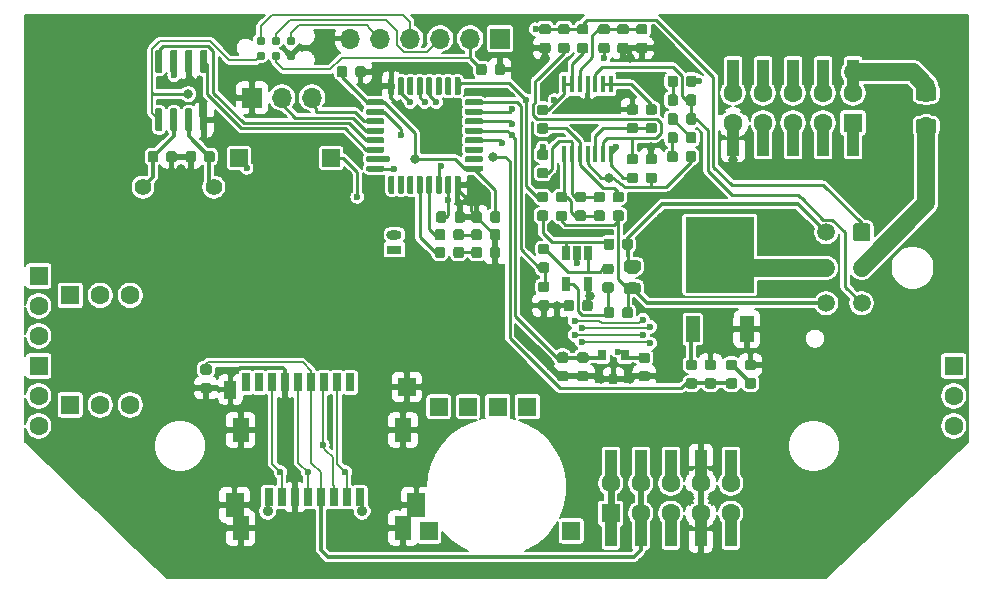
<source format=gbr>
G04 #@! TF.GenerationSoftware,KiCad,Pcbnew,5.1.5+dfsg1-2build2*
G04 #@! TF.CreationDate,2021-11-19T22:55:01+01:00*
G04 #@! TF.ProjectId,wideband_controller_mre,77696465-6261-46e6-945f-636f6e74726f,V1.0*
G04 #@! TF.SameCoordinates,Original*
G04 #@! TF.FileFunction,Copper,L1,Top*
G04 #@! TF.FilePolarity,Positive*
%FSLAX46Y46*%
G04 Gerber Fmt 4.6, Leading zero omitted, Abs format (unit mm)*
G04 Created by KiCad (PCBNEW 5.1.5+dfsg1-2build2) date 2021-11-19 22:55:01*
%MOMM*%
%LPD*%
G04 APERTURE LIST*
%ADD10R,1.600000X1.600000*%
%ADD11C,1.600000*%
%ADD12R,1.300000X0.800000*%
%ADD13O,1.300000X0.800000*%
%ADD14R,1.524000X1.524000*%
%ADD15C,1.400000*%
%ADD16C,0.889000*%
%ADD17R,1.524000X2.032000*%
%ADD18R,1.016000X1.524000*%
%ADD19R,0.762000X1.524000*%
%ADD20R,0.800000X1.500000*%
%ADD21R,1.450000X2.000000*%
%ADD22C,0.100000*%
%ADD23O,1.700000X1.700000*%
%ADD24R,1.700000X1.700000*%
%ADD25C,1.500000*%
%ADD26R,1.000000X3.150000*%
%ADD27R,0.800000X0.900000*%
%ADD28R,0.650000X1.220000*%
%ADD29R,0.450000X1.450000*%
%ADD30R,1.500000X1.500000*%
%ADD31R,5.800000X6.400000*%
%ADD32R,1.200000X2.200000*%
%ADD33C,0.787400*%
%ADD34C,0.600000*%
%ADD35C,0.800000*%
%ADD36C,0.500000*%
%ADD37C,0.300000*%
%ADD38C,0.250000*%
%ADD39C,0.200000*%
%ADD40C,0.600000*%
%ADD41C,1.500000*%
G04 APERTURE END LIST*
D10*
X117900600Y-159360800D03*
X115400600Y-159360800D03*
D11*
X127513080Y-165839060D03*
X130053080Y-165839060D03*
X135133080Y-165839060D03*
X135133080Y-168379060D03*
X130053080Y-168379060D03*
X132593080Y-168379060D03*
X127513080Y-168379060D03*
X132593080Y-165839060D03*
X124973080Y-165839060D03*
D10*
X124973080Y-168379060D03*
X154000200Y-155910200D03*
D11*
X154000200Y-158450200D03*
X154000200Y-160990200D03*
D10*
X121615200Y-169880200D03*
X109550200Y-169880200D03*
X76530200Y-155910200D03*
D11*
X76530200Y-158450200D03*
X76530200Y-160990200D03*
D10*
X76530200Y-148290200D03*
D11*
X76530200Y-150830200D03*
X76530200Y-153370200D03*
D10*
X79197200Y-159212200D03*
D11*
X81737200Y-159212200D03*
X84277200Y-159212200D03*
D10*
X79197200Y-149941200D03*
D11*
X81737200Y-149941200D03*
X84277200Y-149941200D03*
D10*
X145478500Y-135336200D03*
D11*
X142938500Y-135336200D03*
X140398500Y-135336200D03*
X137858500Y-135336200D03*
X135318500Y-135336200D03*
X145478500Y-132796200D03*
X142938500Y-132796200D03*
X140398500Y-132796200D03*
X137858500Y-132796200D03*
X135318500Y-132796200D03*
D12*
X106654600Y-146055000D03*
D13*
X106654600Y-144810400D03*
D14*
X112900600Y-159360800D03*
X110400600Y-159360800D03*
D15*
X91360600Y-140771800D03*
X85360600Y-140771800D03*
D16*
X103914000Y-168207000D03*
X95914000Y-168207000D03*
D14*
X107695000Y-157699000D03*
D17*
X108514000Y-167680000D03*
X93114000Y-167680000D03*
D18*
X92768000Y-157907000D03*
D19*
X94114000Y-157307000D03*
X95214000Y-157307000D03*
X96314000Y-157307000D03*
X97414000Y-157307000D03*
X98514000Y-157307000D03*
X99614000Y-157307000D03*
X100714000Y-157307000D03*
X101814000Y-157307000D03*
X102914000Y-157307000D03*
D20*
X103710000Y-167035000D03*
X102610000Y-167035000D03*
X101510000Y-167035000D03*
X100410000Y-167035000D03*
X99310000Y-167035000D03*
X98210000Y-167035000D03*
X97110000Y-167035000D03*
X96010000Y-167035000D03*
D21*
X93635000Y-161335000D03*
X107385000Y-161335000D03*
X107385000Y-169635000D03*
X93635000Y-169635000D03*
G04 #@! TA.AperFunction,SMDPad,CuDef*
D22*
G36*
X90977691Y-155776053D02*
G01*
X90998926Y-155779203D01*
X91019750Y-155784419D01*
X91039962Y-155791651D01*
X91059368Y-155800830D01*
X91077781Y-155811866D01*
X91095024Y-155824654D01*
X91110930Y-155839070D01*
X91125346Y-155854976D01*
X91138134Y-155872219D01*
X91149170Y-155890632D01*
X91158349Y-155910038D01*
X91165581Y-155930250D01*
X91170797Y-155951074D01*
X91173947Y-155972309D01*
X91175000Y-155993750D01*
X91175000Y-156431250D01*
X91173947Y-156452691D01*
X91170797Y-156473926D01*
X91165581Y-156494750D01*
X91158349Y-156514962D01*
X91149170Y-156534368D01*
X91138134Y-156552781D01*
X91125346Y-156570024D01*
X91110930Y-156585930D01*
X91095024Y-156600346D01*
X91077781Y-156613134D01*
X91059368Y-156624170D01*
X91039962Y-156633349D01*
X91019750Y-156640581D01*
X90998926Y-156645797D01*
X90977691Y-156648947D01*
X90956250Y-156650000D01*
X90443750Y-156650000D01*
X90422309Y-156648947D01*
X90401074Y-156645797D01*
X90380250Y-156640581D01*
X90360038Y-156633349D01*
X90340632Y-156624170D01*
X90322219Y-156613134D01*
X90304976Y-156600346D01*
X90289070Y-156585930D01*
X90274654Y-156570024D01*
X90261866Y-156552781D01*
X90250830Y-156534368D01*
X90241651Y-156514962D01*
X90234419Y-156494750D01*
X90229203Y-156473926D01*
X90226053Y-156452691D01*
X90225000Y-156431250D01*
X90225000Y-155993750D01*
X90226053Y-155972309D01*
X90229203Y-155951074D01*
X90234419Y-155930250D01*
X90241651Y-155910038D01*
X90250830Y-155890632D01*
X90261866Y-155872219D01*
X90274654Y-155854976D01*
X90289070Y-155839070D01*
X90304976Y-155824654D01*
X90322219Y-155811866D01*
X90340632Y-155800830D01*
X90360038Y-155791651D01*
X90380250Y-155784419D01*
X90401074Y-155779203D01*
X90422309Y-155776053D01*
X90443750Y-155775000D01*
X90956250Y-155775000D01*
X90977691Y-155776053D01*
G37*
G04 #@! TD.AperFunction*
G04 #@! TA.AperFunction,SMDPad,CuDef*
G36*
X90977691Y-157351053D02*
G01*
X90998926Y-157354203D01*
X91019750Y-157359419D01*
X91039962Y-157366651D01*
X91059368Y-157375830D01*
X91077781Y-157386866D01*
X91095024Y-157399654D01*
X91110930Y-157414070D01*
X91125346Y-157429976D01*
X91138134Y-157447219D01*
X91149170Y-157465632D01*
X91158349Y-157485038D01*
X91165581Y-157505250D01*
X91170797Y-157526074D01*
X91173947Y-157547309D01*
X91175000Y-157568750D01*
X91175000Y-158006250D01*
X91173947Y-158027691D01*
X91170797Y-158048926D01*
X91165581Y-158069750D01*
X91158349Y-158089962D01*
X91149170Y-158109368D01*
X91138134Y-158127781D01*
X91125346Y-158145024D01*
X91110930Y-158160930D01*
X91095024Y-158175346D01*
X91077781Y-158188134D01*
X91059368Y-158199170D01*
X91039962Y-158208349D01*
X91019750Y-158215581D01*
X90998926Y-158220797D01*
X90977691Y-158223947D01*
X90956250Y-158225000D01*
X90443750Y-158225000D01*
X90422309Y-158223947D01*
X90401074Y-158220797D01*
X90380250Y-158215581D01*
X90360038Y-158208349D01*
X90340632Y-158199170D01*
X90322219Y-158188134D01*
X90304976Y-158175346D01*
X90289070Y-158160930D01*
X90274654Y-158145024D01*
X90261866Y-158127781D01*
X90250830Y-158109368D01*
X90241651Y-158089962D01*
X90234419Y-158069750D01*
X90229203Y-158048926D01*
X90226053Y-158027691D01*
X90225000Y-158006250D01*
X90225000Y-157568750D01*
X90226053Y-157547309D01*
X90229203Y-157526074D01*
X90234419Y-157505250D01*
X90241651Y-157485038D01*
X90250830Y-157465632D01*
X90261866Y-157447219D01*
X90274654Y-157429976D01*
X90289070Y-157414070D01*
X90304976Y-157399654D01*
X90322219Y-157386866D01*
X90340632Y-157375830D01*
X90360038Y-157366651D01*
X90380250Y-157359419D01*
X90401074Y-157354203D01*
X90422309Y-157351053D01*
X90443750Y-157350000D01*
X90956250Y-157350000D01*
X90977691Y-157351053D01*
G37*
G04 #@! TD.AperFunction*
D23*
X99680000Y-133200000D03*
X97140000Y-133200000D03*
D24*
X94600000Y-133200000D03*
G04 #@! TA.AperFunction,SMDPad,CuDef*
D22*
G36*
X119477691Y-139151053D02*
G01*
X119498926Y-139154203D01*
X119519750Y-139159419D01*
X119539962Y-139166651D01*
X119559368Y-139175830D01*
X119577781Y-139186866D01*
X119595024Y-139199654D01*
X119610930Y-139214070D01*
X119625346Y-139229976D01*
X119638134Y-139247219D01*
X119649170Y-139265632D01*
X119658349Y-139285038D01*
X119665581Y-139305250D01*
X119670797Y-139326074D01*
X119673947Y-139347309D01*
X119675000Y-139368750D01*
X119675000Y-139806250D01*
X119673947Y-139827691D01*
X119670797Y-139848926D01*
X119665581Y-139869750D01*
X119658349Y-139889962D01*
X119649170Y-139909368D01*
X119638134Y-139927781D01*
X119625346Y-139945024D01*
X119610930Y-139960930D01*
X119595024Y-139975346D01*
X119577781Y-139988134D01*
X119559368Y-139999170D01*
X119539962Y-140008349D01*
X119519750Y-140015581D01*
X119498926Y-140020797D01*
X119477691Y-140023947D01*
X119456250Y-140025000D01*
X118943750Y-140025000D01*
X118922309Y-140023947D01*
X118901074Y-140020797D01*
X118880250Y-140015581D01*
X118860038Y-140008349D01*
X118840632Y-139999170D01*
X118822219Y-139988134D01*
X118804976Y-139975346D01*
X118789070Y-139960930D01*
X118774654Y-139945024D01*
X118761866Y-139927781D01*
X118750830Y-139909368D01*
X118741651Y-139889962D01*
X118734419Y-139869750D01*
X118729203Y-139848926D01*
X118726053Y-139827691D01*
X118725000Y-139806250D01*
X118725000Y-139368750D01*
X118726053Y-139347309D01*
X118729203Y-139326074D01*
X118734419Y-139305250D01*
X118741651Y-139285038D01*
X118750830Y-139265632D01*
X118761866Y-139247219D01*
X118774654Y-139229976D01*
X118789070Y-139214070D01*
X118804976Y-139199654D01*
X118822219Y-139186866D01*
X118840632Y-139175830D01*
X118860038Y-139166651D01*
X118880250Y-139159419D01*
X118901074Y-139154203D01*
X118922309Y-139151053D01*
X118943750Y-139150000D01*
X119456250Y-139150000D01*
X119477691Y-139151053D01*
G37*
G04 #@! TD.AperFunction*
G04 #@! TA.AperFunction,SMDPad,CuDef*
G36*
X119477691Y-137576053D02*
G01*
X119498926Y-137579203D01*
X119519750Y-137584419D01*
X119539962Y-137591651D01*
X119559368Y-137600830D01*
X119577781Y-137611866D01*
X119595024Y-137624654D01*
X119610930Y-137639070D01*
X119625346Y-137654976D01*
X119638134Y-137672219D01*
X119649170Y-137690632D01*
X119658349Y-137710038D01*
X119665581Y-137730250D01*
X119670797Y-137751074D01*
X119673947Y-137772309D01*
X119675000Y-137793750D01*
X119675000Y-138231250D01*
X119673947Y-138252691D01*
X119670797Y-138273926D01*
X119665581Y-138294750D01*
X119658349Y-138314962D01*
X119649170Y-138334368D01*
X119638134Y-138352781D01*
X119625346Y-138370024D01*
X119610930Y-138385930D01*
X119595024Y-138400346D01*
X119577781Y-138413134D01*
X119559368Y-138424170D01*
X119539962Y-138433349D01*
X119519750Y-138440581D01*
X119498926Y-138445797D01*
X119477691Y-138448947D01*
X119456250Y-138450000D01*
X118943750Y-138450000D01*
X118922309Y-138448947D01*
X118901074Y-138445797D01*
X118880250Y-138440581D01*
X118860038Y-138433349D01*
X118840632Y-138424170D01*
X118822219Y-138413134D01*
X118804976Y-138400346D01*
X118789070Y-138385930D01*
X118774654Y-138370024D01*
X118761866Y-138352781D01*
X118750830Y-138334368D01*
X118741651Y-138314962D01*
X118734419Y-138294750D01*
X118729203Y-138273926D01*
X118726053Y-138252691D01*
X118725000Y-138231250D01*
X118725000Y-137793750D01*
X118726053Y-137772309D01*
X118729203Y-137751074D01*
X118734419Y-137730250D01*
X118741651Y-137710038D01*
X118750830Y-137690632D01*
X118761866Y-137672219D01*
X118774654Y-137654976D01*
X118789070Y-137639070D01*
X118804976Y-137624654D01*
X118822219Y-137611866D01*
X118840632Y-137600830D01*
X118860038Y-137591651D01*
X118880250Y-137584419D01*
X118901074Y-137579203D01*
X118922309Y-137576053D01*
X118943750Y-137575000D01*
X119456250Y-137575000D01*
X119477691Y-137576053D01*
G37*
G04 #@! TD.AperFunction*
G04 #@! TA.AperFunction,SMDPad,CuDef*
G36*
X127280142Y-146976174D02*
G01*
X127303803Y-146979684D01*
X127327007Y-146985496D01*
X127349529Y-146993554D01*
X127371153Y-147003782D01*
X127391670Y-147016079D01*
X127410883Y-147030329D01*
X127428607Y-147046393D01*
X127444671Y-147064117D01*
X127458921Y-147083330D01*
X127471218Y-147103847D01*
X127481446Y-147125471D01*
X127489504Y-147147993D01*
X127495316Y-147171197D01*
X127498826Y-147194858D01*
X127500000Y-147218750D01*
X127500000Y-147706250D01*
X127498826Y-147730142D01*
X127495316Y-147753803D01*
X127489504Y-147777007D01*
X127481446Y-147799529D01*
X127471218Y-147821153D01*
X127458921Y-147841670D01*
X127444671Y-147860883D01*
X127428607Y-147878607D01*
X127410883Y-147894671D01*
X127391670Y-147908921D01*
X127371153Y-147921218D01*
X127349529Y-147931446D01*
X127327007Y-147939504D01*
X127303803Y-147945316D01*
X127280142Y-147948826D01*
X127256250Y-147950000D01*
X126343750Y-147950000D01*
X126319858Y-147948826D01*
X126296197Y-147945316D01*
X126272993Y-147939504D01*
X126250471Y-147931446D01*
X126228847Y-147921218D01*
X126208330Y-147908921D01*
X126189117Y-147894671D01*
X126171393Y-147878607D01*
X126155329Y-147860883D01*
X126141079Y-147841670D01*
X126128782Y-147821153D01*
X126118554Y-147799529D01*
X126110496Y-147777007D01*
X126104684Y-147753803D01*
X126101174Y-147730142D01*
X126100000Y-147706250D01*
X126100000Y-147218750D01*
X126101174Y-147194858D01*
X126104684Y-147171197D01*
X126110496Y-147147993D01*
X126118554Y-147125471D01*
X126128782Y-147103847D01*
X126141079Y-147083330D01*
X126155329Y-147064117D01*
X126171393Y-147046393D01*
X126189117Y-147030329D01*
X126208330Y-147016079D01*
X126228847Y-147003782D01*
X126250471Y-146993554D01*
X126272993Y-146985496D01*
X126296197Y-146979684D01*
X126319858Y-146976174D01*
X126343750Y-146975000D01*
X127256250Y-146975000D01*
X127280142Y-146976174D01*
G37*
G04 #@! TD.AperFunction*
G04 #@! TA.AperFunction,SMDPad,CuDef*
G36*
X127280142Y-148851174D02*
G01*
X127303803Y-148854684D01*
X127327007Y-148860496D01*
X127349529Y-148868554D01*
X127371153Y-148878782D01*
X127391670Y-148891079D01*
X127410883Y-148905329D01*
X127428607Y-148921393D01*
X127444671Y-148939117D01*
X127458921Y-148958330D01*
X127471218Y-148978847D01*
X127481446Y-149000471D01*
X127489504Y-149022993D01*
X127495316Y-149046197D01*
X127498826Y-149069858D01*
X127500000Y-149093750D01*
X127500000Y-149581250D01*
X127498826Y-149605142D01*
X127495316Y-149628803D01*
X127489504Y-149652007D01*
X127481446Y-149674529D01*
X127471218Y-149696153D01*
X127458921Y-149716670D01*
X127444671Y-149735883D01*
X127428607Y-149753607D01*
X127410883Y-149769671D01*
X127391670Y-149783921D01*
X127371153Y-149796218D01*
X127349529Y-149806446D01*
X127327007Y-149814504D01*
X127303803Y-149820316D01*
X127280142Y-149823826D01*
X127256250Y-149825000D01*
X126343750Y-149825000D01*
X126319858Y-149823826D01*
X126296197Y-149820316D01*
X126272993Y-149814504D01*
X126250471Y-149806446D01*
X126228847Y-149796218D01*
X126208330Y-149783921D01*
X126189117Y-149769671D01*
X126171393Y-149753607D01*
X126155329Y-149735883D01*
X126141079Y-149716670D01*
X126128782Y-149696153D01*
X126118554Y-149674529D01*
X126110496Y-149652007D01*
X126104684Y-149628803D01*
X126101174Y-149605142D01*
X126100000Y-149581250D01*
X126100000Y-149093750D01*
X126101174Y-149069858D01*
X126104684Y-149046197D01*
X126110496Y-149022993D01*
X126118554Y-149000471D01*
X126128782Y-148978847D01*
X126141079Y-148958330D01*
X126155329Y-148939117D01*
X126171393Y-148921393D01*
X126189117Y-148905329D01*
X126208330Y-148891079D01*
X126228847Y-148878782D01*
X126250471Y-148868554D01*
X126272993Y-148860496D01*
X126296197Y-148854684D01*
X126319858Y-148851174D01*
X126343750Y-148850000D01*
X127256250Y-148850000D01*
X127280142Y-148851174D01*
G37*
G04 #@! TD.AperFunction*
D25*
X143200000Y-150600000D03*
X143200000Y-147600000D03*
X143200000Y-144600000D03*
X146200000Y-150600000D03*
X146200000Y-147600000D03*
G04 #@! TA.AperFunction,ComponentPad*
D22*
G36*
X146724053Y-143851206D02*
G01*
X146748370Y-143854813D01*
X146772216Y-143860786D01*
X146795362Y-143869068D01*
X146817585Y-143879579D01*
X146838670Y-143892217D01*
X146858416Y-143906861D01*
X146876630Y-143923370D01*
X146893139Y-143941584D01*
X146907783Y-143961330D01*
X146920421Y-143982415D01*
X146930932Y-144004638D01*
X146939214Y-144027784D01*
X146945187Y-144051630D01*
X146948794Y-144075947D01*
X146950000Y-144100500D01*
X146950000Y-145099500D01*
X146948794Y-145124053D01*
X146945187Y-145148370D01*
X146939214Y-145172216D01*
X146930932Y-145195362D01*
X146920421Y-145217585D01*
X146907783Y-145238670D01*
X146893139Y-145258416D01*
X146876630Y-145276630D01*
X146858416Y-145293139D01*
X146838670Y-145307783D01*
X146817585Y-145320421D01*
X146795362Y-145330932D01*
X146772216Y-145339214D01*
X146748370Y-145345187D01*
X146724053Y-145348794D01*
X146699500Y-145350000D01*
X145700500Y-145350000D01*
X145675947Y-145348794D01*
X145651630Y-145345187D01*
X145627784Y-145339214D01*
X145604638Y-145330932D01*
X145582415Y-145320421D01*
X145561330Y-145307783D01*
X145541584Y-145293139D01*
X145523370Y-145276630D01*
X145506861Y-145258416D01*
X145492217Y-145238670D01*
X145479579Y-145217585D01*
X145469068Y-145195362D01*
X145460786Y-145172216D01*
X145454813Y-145148370D01*
X145451206Y-145124053D01*
X145450000Y-145099500D01*
X145450000Y-144100500D01*
X145451206Y-144075947D01*
X145454813Y-144051630D01*
X145460786Y-144027784D01*
X145469068Y-144004638D01*
X145479579Y-143982415D01*
X145492217Y-143961330D01*
X145506861Y-143941584D01*
X145523370Y-143923370D01*
X145541584Y-143906861D01*
X145561330Y-143892217D01*
X145582415Y-143879579D01*
X145604638Y-143869068D01*
X145627784Y-143860786D01*
X145651630Y-143854813D01*
X145675947Y-143851206D01*
X145700500Y-143850000D01*
X146699500Y-143850000D01*
X146724053Y-143851206D01*
G37*
G04 #@! TD.AperFunction*
D25*
X143200000Y-150600000D03*
X143200000Y-147600000D03*
X143200000Y-144600000D03*
X146200000Y-150600000D03*
X146200000Y-147600000D03*
G04 #@! TA.AperFunction,ComponentPad*
D22*
G36*
X146724504Y-143851204D02*
G01*
X146748773Y-143854804D01*
X146772571Y-143860765D01*
X146795671Y-143869030D01*
X146817849Y-143879520D01*
X146838893Y-143892133D01*
X146858598Y-143906747D01*
X146876777Y-143923223D01*
X146893253Y-143941402D01*
X146907867Y-143961107D01*
X146920480Y-143982151D01*
X146930970Y-144004329D01*
X146939235Y-144027429D01*
X146945196Y-144051227D01*
X146948796Y-144075496D01*
X146950000Y-144100000D01*
X146950000Y-145100000D01*
X146948796Y-145124504D01*
X146945196Y-145148773D01*
X146939235Y-145172571D01*
X146930970Y-145195671D01*
X146920480Y-145217849D01*
X146907867Y-145238893D01*
X146893253Y-145258598D01*
X146876777Y-145276777D01*
X146858598Y-145293253D01*
X146838893Y-145307867D01*
X146817849Y-145320480D01*
X146795671Y-145330970D01*
X146772571Y-145339235D01*
X146748773Y-145345196D01*
X146724504Y-145348796D01*
X146700000Y-145350000D01*
X145700000Y-145350000D01*
X145675496Y-145348796D01*
X145651227Y-145345196D01*
X145627429Y-145339235D01*
X145604329Y-145330970D01*
X145582151Y-145320480D01*
X145561107Y-145307867D01*
X145541402Y-145293253D01*
X145523223Y-145276777D01*
X145506747Y-145258598D01*
X145492133Y-145238893D01*
X145479520Y-145217849D01*
X145469030Y-145195671D01*
X145460765Y-145172571D01*
X145454804Y-145148773D01*
X145451204Y-145124504D01*
X145450000Y-145100000D01*
X145450000Y-144100000D01*
X145451204Y-144075496D01*
X145454804Y-144051227D01*
X145460765Y-144027429D01*
X145469030Y-144004329D01*
X145479520Y-143982151D01*
X145492133Y-143961107D01*
X145506747Y-143941402D01*
X145523223Y-143923223D01*
X145541402Y-143906747D01*
X145561107Y-143892133D01*
X145582151Y-143879520D01*
X145604329Y-143869030D01*
X145627429Y-143860765D01*
X145651227Y-143854804D01*
X145675496Y-143851204D01*
X145700000Y-143850000D01*
X146700000Y-143850000D01*
X146724504Y-143851204D01*
G37*
G04 #@! TD.AperFunction*
D26*
X135128000Y-164581600D03*
X135128000Y-169631600D03*
X132588000Y-164581600D03*
X132588000Y-169631600D03*
X130048000Y-164581600D03*
X130048000Y-169631600D03*
X127508000Y-164581600D03*
X127508000Y-169631600D03*
X124968000Y-164581600D03*
X124968000Y-169631600D03*
X135331200Y-136586200D03*
X135331200Y-131536200D03*
X137871200Y-136586200D03*
X137871200Y-131536200D03*
X140411200Y-136586200D03*
X140411200Y-131536200D03*
X142951200Y-136586200D03*
X142951200Y-131536200D03*
X145491200Y-136586200D03*
X145491200Y-131536200D03*
G04 #@! TA.AperFunction,SMDPad,CuDef*
D22*
G36*
X90681703Y-134100722D02*
G01*
X90696264Y-134102882D01*
X90710543Y-134106459D01*
X90724403Y-134111418D01*
X90737710Y-134117712D01*
X90750336Y-134125280D01*
X90762159Y-134134048D01*
X90773066Y-134143934D01*
X90782952Y-134154841D01*
X90791720Y-134166664D01*
X90799288Y-134179290D01*
X90805582Y-134192597D01*
X90810541Y-134206457D01*
X90814118Y-134220736D01*
X90816278Y-134235297D01*
X90817000Y-134250000D01*
X90817000Y-135900000D01*
X90816278Y-135914703D01*
X90814118Y-135929264D01*
X90810541Y-135943543D01*
X90805582Y-135957403D01*
X90799288Y-135970710D01*
X90791720Y-135983336D01*
X90782952Y-135995159D01*
X90773066Y-136006066D01*
X90762159Y-136015952D01*
X90750336Y-136024720D01*
X90737710Y-136032288D01*
X90724403Y-136038582D01*
X90710543Y-136043541D01*
X90696264Y-136047118D01*
X90681703Y-136049278D01*
X90667000Y-136050000D01*
X90367000Y-136050000D01*
X90352297Y-136049278D01*
X90337736Y-136047118D01*
X90323457Y-136043541D01*
X90309597Y-136038582D01*
X90296290Y-136032288D01*
X90283664Y-136024720D01*
X90271841Y-136015952D01*
X90260934Y-136006066D01*
X90251048Y-135995159D01*
X90242280Y-135983336D01*
X90234712Y-135970710D01*
X90228418Y-135957403D01*
X90223459Y-135943543D01*
X90219882Y-135929264D01*
X90217722Y-135914703D01*
X90217000Y-135900000D01*
X90217000Y-134250000D01*
X90217722Y-134235297D01*
X90219882Y-134220736D01*
X90223459Y-134206457D01*
X90228418Y-134192597D01*
X90234712Y-134179290D01*
X90242280Y-134166664D01*
X90251048Y-134154841D01*
X90260934Y-134143934D01*
X90271841Y-134134048D01*
X90283664Y-134125280D01*
X90296290Y-134117712D01*
X90309597Y-134111418D01*
X90323457Y-134106459D01*
X90337736Y-134102882D01*
X90352297Y-134100722D01*
X90367000Y-134100000D01*
X90667000Y-134100000D01*
X90681703Y-134100722D01*
G37*
G04 #@! TD.AperFunction*
G04 #@! TA.AperFunction,SMDPad,CuDef*
G36*
X89411703Y-134100722D02*
G01*
X89426264Y-134102882D01*
X89440543Y-134106459D01*
X89454403Y-134111418D01*
X89467710Y-134117712D01*
X89480336Y-134125280D01*
X89492159Y-134134048D01*
X89503066Y-134143934D01*
X89512952Y-134154841D01*
X89521720Y-134166664D01*
X89529288Y-134179290D01*
X89535582Y-134192597D01*
X89540541Y-134206457D01*
X89544118Y-134220736D01*
X89546278Y-134235297D01*
X89547000Y-134250000D01*
X89547000Y-135900000D01*
X89546278Y-135914703D01*
X89544118Y-135929264D01*
X89540541Y-135943543D01*
X89535582Y-135957403D01*
X89529288Y-135970710D01*
X89521720Y-135983336D01*
X89512952Y-135995159D01*
X89503066Y-136006066D01*
X89492159Y-136015952D01*
X89480336Y-136024720D01*
X89467710Y-136032288D01*
X89454403Y-136038582D01*
X89440543Y-136043541D01*
X89426264Y-136047118D01*
X89411703Y-136049278D01*
X89397000Y-136050000D01*
X89097000Y-136050000D01*
X89082297Y-136049278D01*
X89067736Y-136047118D01*
X89053457Y-136043541D01*
X89039597Y-136038582D01*
X89026290Y-136032288D01*
X89013664Y-136024720D01*
X89001841Y-136015952D01*
X88990934Y-136006066D01*
X88981048Y-135995159D01*
X88972280Y-135983336D01*
X88964712Y-135970710D01*
X88958418Y-135957403D01*
X88953459Y-135943543D01*
X88949882Y-135929264D01*
X88947722Y-135914703D01*
X88947000Y-135900000D01*
X88947000Y-134250000D01*
X88947722Y-134235297D01*
X88949882Y-134220736D01*
X88953459Y-134206457D01*
X88958418Y-134192597D01*
X88964712Y-134179290D01*
X88972280Y-134166664D01*
X88981048Y-134154841D01*
X88990934Y-134143934D01*
X89001841Y-134134048D01*
X89013664Y-134125280D01*
X89026290Y-134117712D01*
X89039597Y-134111418D01*
X89053457Y-134106459D01*
X89067736Y-134102882D01*
X89082297Y-134100722D01*
X89097000Y-134100000D01*
X89397000Y-134100000D01*
X89411703Y-134100722D01*
G37*
G04 #@! TD.AperFunction*
G04 #@! TA.AperFunction,SMDPad,CuDef*
G36*
X88141703Y-134100722D02*
G01*
X88156264Y-134102882D01*
X88170543Y-134106459D01*
X88184403Y-134111418D01*
X88197710Y-134117712D01*
X88210336Y-134125280D01*
X88222159Y-134134048D01*
X88233066Y-134143934D01*
X88242952Y-134154841D01*
X88251720Y-134166664D01*
X88259288Y-134179290D01*
X88265582Y-134192597D01*
X88270541Y-134206457D01*
X88274118Y-134220736D01*
X88276278Y-134235297D01*
X88277000Y-134250000D01*
X88277000Y-135900000D01*
X88276278Y-135914703D01*
X88274118Y-135929264D01*
X88270541Y-135943543D01*
X88265582Y-135957403D01*
X88259288Y-135970710D01*
X88251720Y-135983336D01*
X88242952Y-135995159D01*
X88233066Y-136006066D01*
X88222159Y-136015952D01*
X88210336Y-136024720D01*
X88197710Y-136032288D01*
X88184403Y-136038582D01*
X88170543Y-136043541D01*
X88156264Y-136047118D01*
X88141703Y-136049278D01*
X88127000Y-136050000D01*
X87827000Y-136050000D01*
X87812297Y-136049278D01*
X87797736Y-136047118D01*
X87783457Y-136043541D01*
X87769597Y-136038582D01*
X87756290Y-136032288D01*
X87743664Y-136024720D01*
X87731841Y-136015952D01*
X87720934Y-136006066D01*
X87711048Y-135995159D01*
X87702280Y-135983336D01*
X87694712Y-135970710D01*
X87688418Y-135957403D01*
X87683459Y-135943543D01*
X87679882Y-135929264D01*
X87677722Y-135914703D01*
X87677000Y-135900000D01*
X87677000Y-134250000D01*
X87677722Y-134235297D01*
X87679882Y-134220736D01*
X87683459Y-134206457D01*
X87688418Y-134192597D01*
X87694712Y-134179290D01*
X87702280Y-134166664D01*
X87711048Y-134154841D01*
X87720934Y-134143934D01*
X87731841Y-134134048D01*
X87743664Y-134125280D01*
X87756290Y-134117712D01*
X87769597Y-134111418D01*
X87783457Y-134106459D01*
X87797736Y-134102882D01*
X87812297Y-134100722D01*
X87827000Y-134100000D01*
X88127000Y-134100000D01*
X88141703Y-134100722D01*
G37*
G04 #@! TD.AperFunction*
G04 #@! TA.AperFunction,SMDPad,CuDef*
G36*
X86871703Y-134100722D02*
G01*
X86886264Y-134102882D01*
X86900543Y-134106459D01*
X86914403Y-134111418D01*
X86927710Y-134117712D01*
X86940336Y-134125280D01*
X86952159Y-134134048D01*
X86963066Y-134143934D01*
X86972952Y-134154841D01*
X86981720Y-134166664D01*
X86989288Y-134179290D01*
X86995582Y-134192597D01*
X87000541Y-134206457D01*
X87004118Y-134220736D01*
X87006278Y-134235297D01*
X87007000Y-134250000D01*
X87007000Y-135900000D01*
X87006278Y-135914703D01*
X87004118Y-135929264D01*
X87000541Y-135943543D01*
X86995582Y-135957403D01*
X86989288Y-135970710D01*
X86981720Y-135983336D01*
X86972952Y-135995159D01*
X86963066Y-136006066D01*
X86952159Y-136015952D01*
X86940336Y-136024720D01*
X86927710Y-136032288D01*
X86914403Y-136038582D01*
X86900543Y-136043541D01*
X86886264Y-136047118D01*
X86871703Y-136049278D01*
X86857000Y-136050000D01*
X86557000Y-136050000D01*
X86542297Y-136049278D01*
X86527736Y-136047118D01*
X86513457Y-136043541D01*
X86499597Y-136038582D01*
X86486290Y-136032288D01*
X86473664Y-136024720D01*
X86461841Y-136015952D01*
X86450934Y-136006066D01*
X86441048Y-135995159D01*
X86432280Y-135983336D01*
X86424712Y-135970710D01*
X86418418Y-135957403D01*
X86413459Y-135943543D01*
X86409882Y-135929264D01*
X86407722Y-135914703D01*
X86407000Y-135900000D01*
X86407000Y-134250000D01*
X86407722Y-134235297D01*
X86409882Y-134220736D01*
X86413459Y-134206457D01*
X86418418Y-134192597D01*
X86424712Y-134179290D01*
X86432280Y-134166664D01*
X86441048Y-134154841D01*
X86450934Y-134143934D01*
X86461841Y-134134048D01*
X86473664Y-134125280D01*
X86486290Y-134117712D01*
X86499597Y-134111418D01*
X86513457Y-134106459D01*
X86527736Y-134102882D01*
X86542297Y-134100722D01*
X86557000Y-134100000D01*
X86857000Y-134100000D01*
X86871703Y-134100722D01*
G37*
G04 #@! TD.AperFunction*
G04 #@! TA.AperFunction,SMDPad,CuDef*
G36*
X86871703Y-129150722D02*
G01*
X86886264Y-129152882D01*
X86900543Y-129156459D01*
X86914403Y-129161418D01*
X86927710Y-129167712D01*
X86940336Y-129175280D01*
X86952159Y-129184048D01*
X86963066Y-129193934D01*
X86972952Y-129204841D01*
X86981720Y-129216664D01*
X86989288Y-129229290D01*
X86995582Y-129242597D01*
X87000541Y-129256457D01*
X87004118Y-129270736D01*
X87006278Y-129285297D01*
X87007000Y-129300000D01*
X87007000Y-130950000D01*
X87006278Y-130964703D01*
X87004118Y-130979264D01*
X87000541Y-130993543D01*
X86995582Y-131007403D01*
X86989288Y-131020710D01*
X86981720Y-131033336D01*
X86972952Y-131045159D01*
X86963066Y-131056066D01*
X86952159Y-131065952D01*
X86940336Y-131074720D01*
X86927710Y-131082288D01*
X86914403Y-131088582D01*
X86900543Y-131093541D01*
X86886264Y-131097118D01*
X86871703Y-131099278D01*
X86857000Y-131100000D01*
X86557000Y-131100000D01*
X86542297Y-131099278D01*
X86527736Y-131097118D01*
X86513457Y-131093541D01*
X86499597Y-131088582D01*
X86486290Y-131082288D01*
X86473664Y-131074720D01*
X86461841Y-131065952D01*
X86450934Y-131056066D01*
X86441048Y-131045159D01*
X86432280Y-131033336D01*
X86424712Y-131020710D01*
X86418418Y-131007403D01*
X86413459Y-130993543D01*
X86409882Y-130979264D01*
X86407722Y-130964703D01*
X86407000Y-130950000D01*
X86407000Y-129300000D01*
X86407722Y-129285297D01*
X86409882Y-129270736D01*
X86413459Y-129256457D01*
X86418418Y-129242597D01*
X86424712Y-129229290D01*
X86432280Y-129216664D01*
X86441048Y-129204841D01*
X86450934Y-129193934D01*
X86461841Y-129184048D01*
X86473664Y-129175280D01*
X86486290Y-129167712D01*
X86499597Y-129161418D01*
X86513457Y-129156459D01*
X86527736Y-129152882D01*
X86542297Y-129150722D01*
X86557000Y-129150000D01*
X86857000Y-129150000D01*
X86871703Y-129150722D01*
G37*
G04 #@! TD.AperFunction*
G04 #@! TA.AperFunction,SMDPad,CuDef*
G36*
X88141703Y-129150722D02*
G01*
X88156264Y-129152882D01*
X88170543Y-129156459D01*
X88184403Y-129161418D01*
X88197710Y-129167712D01*
X88210336Y-129175280D01*
X88222159Y-129184048D01*
X88233066Y-129193934D01*
X88242952Y-129204841D01*
X88251720Y-129216664D01*
X88259288Y-129229290D01*
X88265582Y-129242597D01*
X88270541Y-129256457D01*
X88274118Y-129270736D01*
X88276278Y-129285297D01*
X88277000Y-129300000D01*
X88277000Y-130950000D01*
X88276278Y-130964703D01*
X88274118Y-130979264D01*
X88270541Y-130993543D01*
X88265582Y-131007403D01*
X88259288Y-131020710D01*
X88251720Y-131033336D01*
X88242952Y-131045159D01*
X88233066Y-131056066D01*
X88222159Y-131065952D01*
X88210336Y-131074720D01*
X88197710Y-131082288D01*
X88184403Y-131088582D01*
X88170543Y-131093541D01*
X88156264Y-131097118D01*
X88141703Y-131099278D01*
X88127000Y-131100000D01*
X87827000Y-131100000D01*
X87812297Y-131099278D01*
X87797736Y-131097118D01*
X87783457Y-131093541D01*
X87769597Y-131088582D01*
X87756290Y-131082288D01*
X87743664Y-131074720D01*
X87731841Y-131065952D01*
X87720934Y-131056066D01*
X87711048Y-131045159D01*
X87702280Y-131033336D01*
X87694712Y-131020710D01*
X87688418Y-131007403D01*
X87683459Y-130993543D01*
X87679882Y-130979264D01*
X87677722Y-130964703D01*
X87677000Y-130950000D01*
X87677000Y-129300000D01*
X87677722Y-129285297D01*
X87679882Y-129270736D01*
X87683459Y-129256457D01*
X87688418Y-129242597D01*
X87694712Y-129229290D01*
X87702280Y-129216664D01*
X87711048Y-129204841D01*
X87720934Y-129193934D01*
X87731841Y-129184048D01*
X87743664Y-129175280D01*
X87756290Y-129167712D01*
X87769597Y-129161418D01*
X87783457Y-129156459D01*
X87797736Y-129152882D01*
X87812297Y-129150722D01*
X87827000Y-129150000D01*
X88127000Y-129150000D01*
X88141703Y-129150722D01*
G37*
G04 #@! TD.AperFunction*
G04 #@! TA.AperFunction,SMDPad,CuDef*
G36*
X89411703Y-129150722D02*
G01*
X89426264Y-129152882D01*
X89440543Y-129156459D01*
X89454403Y-129161418D01*
X89467710Y-129167712D01*
X89480336Y-129175280D01*
X89492159Y-129184048D01*
X89503066Y-129193934D01*
X89512952Y-129204841D01*
X89521720Y-129216664D01*
X89529288Y-129229290D01*
X89535582Y-129242597D01*
X89540541Y-129256457D01*
X89544118Y-129270736D01*
X89546278Y-129285297D01*
X89547000Y-129300000D01*
X89547000Y-130950000D01*
X89546278Y-130964703D01*
X89544118Y-130979264D01*
X89540541Y-130993543D01*
X89535582Y-131007403D01*
X89529288Y-131020710D01*
X89521720Y-131033336D01*
X89512952Y-131045159D01*
X89503066Y-131056066D01*
X89492159Y-131065952D01*
X89480336Y-131074720D01*
X89467710Y-131082288D01*
X89454403Y-131088582D01*
X89440543Y-131093541D01*
X89426264Y-131097118D01*
X89411703Y-131099278D01*
X89397000Y-131100000D01*
X89097000Y-131100000D01*
X89082297Y-131099278D01*
X89067736Y-131097118D01*
X89053457Y-131093541D01*
X89039597Y-131088582D01*
X89026290Y-131082288D01*
X89013664Y-131074720D01*
X89001841Y-131065952D01*
X88990934Y-131056066D01*
X88981048Y-131045159D01*
X88972280Y-131033336D01*
X88964712Y-131020710D01*
X88958418Y-131007403D01*
X88953459Y-130993543D01*
X88949882Y-130979264D01*
X88947722Y-130964703D01*
X88947000Y-130950000D01*
X88947000Y-129300000D01*
X88947722Y-129285297D01*
X88949882Y-129270736D01*
X88953459Y-129256457D01*
X88958418Y-129242597D01*
X88964712Y-129229290D01*
X88972280Y-129216664D01*
X88981048Y-129204841D01*
X88990934Y-129193934D01*
X89001841Y-129184048D01*
X89013664Y-129175280D01*
X89026290Y-129167712D01*
X89039597Y-129161418D01*
X89053457Y-129156459D01*
X89067736Y-129152882D01*
X89082297Y-129150722D01*
X89097000Y-129150000D01*
X89397000Y-129150000D01*
X89411703Y-129150722D01*
G37*
G04 #@! TD.AperFunction*
G04 #@! TA.AperFunction,SMDPad,CuDef*
G36*
X90681703Y-129150722D02*
G01*
X90696264Y-129152882D01*
X90710543Y-129156459D01*
X90724403Y-129161418D01*
X90737710Y-129167712D01*
X90750336Y-129175280D01*
X90762159Y-129184048D01*
X90773066Y-129193934D01*
X90782952Y-129204841D01*
X90791720Y-129216664D01*
X90799288Y-129229290D01*
X90805582Y-129242597D01*
X90810541Y-129256457D01*
X90814118Y-129270736D01*
X90816278Y-129285297D01*
X90817000Y-129300000D01*
X90817000Y-130950000D01*
X90816278Y-130964703D01*
X90814118Y-130979264D01*
X90810541Y-130993543D01*
X90805582Y-131007403D01*
X90799288Y-131020710D01*
X90791720Y-131033336D01*
X90782952Y-131045159D01*
X90773066Y-131056066D01*
X90762159Y-131065952D01*
X90750336Y-131074720D01*
X90737710Y-131082288D01*
X90724403Y-131088582D01*
X90710543Y-131093541D01*
X90696264Y-131097118D01*
X90681703Y-131099278D01*
X90667000Y-131100000D01*
X90367000Y-131100000D01*
X90352297Y-131099278D01*
X90337736Y-131097118D01*
X90323457Y-131093541D01*
X90309597Y-131088582D01*
X90296290Y-131082288D01*
X90283664Y-131074720D01*
X90271841Y-131065952D01*
X90260934Y-131056066D01*
X90251048Y-131045159D01*
X90242280Y-131033336D01*
X90234712Y-131020710D01*
X90228418Y-131007403D01*
X90223459Y-130993543D01*
X90219882Y-130979264D01*
X90217722Y-130964703D01*
X90217000Y-130950000D01*
X90217000Y-129300000D01*
X90217722Y-129285297D01*
X90219882Y-129270736D01*
X90223459Y-129256457D01*
X90228418Y-129242597D01*
X90234712Y-129229290D01*
X90242280Y-129216664D01*
X90251048Y-129204841D01*
X90260934Y-129193934D01*
X90271841Y-129184048D01*
X90283664Y-129175280D01*
X90296290Y-129167712D01*
X90309597Y-129161418D01*
X90323457Y-129156459D01*
X90337736Y-129152882D01*
X90352297Y-129150722D01*
X90367000Y-129150000D01*
X90667000Y-129150000D01*
X90681703Y-129150722D01*
G37*
G04 #@! TD.AperFunction*
D27*
X125200000Y-157000000D03*
X124250000Y-155000000D03*
X126150000Y-155000000D03*
D28*
X123065400Y-148948000D03*
X121165400Y-148948000D03*
X121165400Y-146328000D03*
X122115400Y-146328000D03*
X123065400Y-146328000D03*
D29*
X121050000Y-132050000D03*
X121700000Y-132050000D03*
X122350000Y-132050000D03*
X123000000Y-132050000D03*
X123650000Y-132050000D03*
X124300000Y-132050000D03*
X124950000Y-132050000D03*
X124950000Y-137950000D03*
X124300000Y-137950000D03*
X123650000Y-137950000D03*
X123000000Y-137950000D03*
X122350000Y-137950000D03*
X121700000Y-137950000D03*
X121050000Y-137950000D03*
G04 #@! TA.AperFunction,SMDPad,CuDef*
D22*
G36*
X112137252Y-139825602D02*
G01*
X112149386Y-139827402D01*
X112161286Y-139830382D01*
X112172835Y-139834515D01*
X112183925Y-139839760D01*
X112194446Y-139846066D01*
X112204299Y-139853374D01*
X112213388Y-139861612D01*
X112221626Y-139870701D01*
X112228934Y-139880554D01*
X112235240Y-139891075D01*
X112240485Y-139902165D01*
X112244618Y-139913714D01*
X112247598Y-139925614D01*
X112249398Y-139937748D01*
X112250000Y-139950000D01*
X112250000Y-141200000D01*
X112249398Y-141212252D01*
X112247598Y-141224386D01*
X112244618Y-141236286D01*
X112240485Y-141247835D01*
X112235240Y-141258925D01*
X112228934Y-141269446D01*
X112221626Y-141279299D01*
X112213388Y-141288388D01*
X112204299Y-141296626D01*
X112194446Y-141303934D01*
X112183925Y-141310240D01*
X112172835Y-141315485D01*
X112161286Y-141319618D01*
X112149386Y-141322598D01*
X112137252Y-141324398D01*
X112125000Y-141325000D01*
X111875000Y-141325000D01*
X111862748Y-141324398D01*
X111850614Y-141322598D01*
X111838714Y-141319618D01*
X111827165Y-141315485D01*
X111816075Y-141310240D01*
X111805554Y-141303934D01*
X111795701Y-141296626D01*
X111786612Y-141288388D01*
X111778374Y-141279299D01*
X111771066Y-141269446D01*
X111764760Y-141258925D01*
X111759515Y-141247835D01*
X111755382Y-141236286D01*
X111752402Y-141224386D01*
X111750602Y-141212252D01*
X111750000Y-141200000D01*
X111750000Y-139950000D01*
X111750602Y-139937748D01*
X111752402Y-139925614D01*
X111755382Y-139913714D01*
X111759515Y-139902165D01*
X111764760Y-139891075D01*
X111771066Y-139880554D01*
X111778374Y-139870701D01*
X111786612Y-139861612D01*
X111795701Y-139853374D01*
X111805554Y-139846066D01*
X111816075Y-139839760D01*
X111827165Y-139834515D01*
X111838714Y-139830382D01*
X111850614Y-139827402D01*
X111862748Y-139825602D01*
X111875000Y-139825000D01*
X112125000Y-139825000D01*
X112137252Y-139825602D01*
G37*
G04 #@! TD.AperFunction*
G04 #@! TA.AperFunction,SMDPad,CuDef*
G36*
X111337252Y-139825602D02*
G01*
X111349386Y-139827402D01*
X111361286Y-139830382D01*
X111372835Y-139834515D01*
X111383925Y-139839760D01*
X111394446Y-139846066D01*
X111404299Y-139853374D01*
X111413388Y-139861612D01*
X111421626Y-139870701D01*
X111428934Y-139880554D01*
X111435240Y-139891075D01*
X111440485Y-139902165D01*
X111444618Y-139913714D01*
X111447598Y-139925614D01*
X111449398Y-139937748D01*
X111450000Y-139950000D01*
X111450000Y-141200000D01*
X111449398Y-141212252D01*
X111447598Y-141224386D01*
X111444618Y-141236286D01*
X111440485Y-141247835D01*
X111435240Y-141258925D01*
X111428934Y-141269446D01*
X111421626Y-141279299D01*
X111413388Y-141288388D01*
X111404299Y-141296626D01*
X111394446Y-141303934D01*
X111383925Y-141310240D01*
X111372835Y-141315485D01*
X111361286Y-141319618D01*
X111349386Y-141322598D01*
X111337252Y-141324398D01*
X111325000Y-141325000D01*
X111075000Y-141325000D01*
X111062748Y-141324398D01*
X111050614Y-141322598D01*
X111038714Y-141319618D01*
X111027165Y-141315485D01*
X111016075Y-141310240D01*
X111005554Y-141303934D01*
X110995701Y-141296626D01*
X110986612Y-141288388D01*
X110978374Y-141279299D01*
X110971066Y-141269446D01*
X110964760Y-141258925D01*
X110959515Y-141247835D01*
X110955382Y-141236286D01*
X110952402Y-141224386D01*
X110950602Y-141212252D01*
X110950000Y-141200000D01*
X110950000Y-139950000D01*
X110950602Y-139937748D01*
X110952402Y-139925614D01*
X110955382Y-139913714D01*
X110959515Y-139902165D01*
X110964760Y-139891075D01*
X110971066Y-139880554D01*
X110978374Y-139870701D01*
X110986612Y-139861612D01*
X110995701Y-139853374D01*
X111005554Y-139846066D01*
X111016075Y-139839760D01*
X111027165Y-139834515D01*
X111038714Y-139830382D01*
X111050614Y-139827402D01*
X111062748Y-139825602D01*
X111075000Y-139825000D01*
X111325000Y-139825000D01*
X111337252Y-139825602D01*
G37*
G04 #@! TD.AperFunction*
G04 #@! TA.AperFunction,SMDPad,CuDef*
G36*
X110537252Y-139825602D02*
G01*
X110549386Y-139827402D01*
X110561286Y-139830382D01*
X110572835Y-139834515D01*
X110583925Y-139839760D01*
X110594446Y-139846066D01*
X110604299Y-139853374D01*
X110613388Y-139861612D01*
X110621626Y-139870701D01*
X110628934Y-139880554D01*
X110635240Y-139891075D01*
X110640485Y-139902165D01*
X110644618Y-139913714D01*
X110647598Y-139925614D01*
X110649398Y-139937748D01*
X110650000Y-139950000D01*
X110650000Y-141200000D01*
X110649398Y-141212252D01*
X110647598Y-141224386D01*
X110644618Y-141236286D01*
X110640485Y-141247835D01*
X110635240Y-141258925D01*
X110628934Y-141269446D01*
X110621626Y-141279299D01*
X110613388Y-141288388D01*
X110604299Y-141296626D01*
X110594446Y-141303934D01*
X110583925Y-141310240D01*
X110572835Y-141315485D01*
X110561286Y-141319618D01*
X110549386Y-141322598D01*
X110537252Y-141324398D01*
X110525000Y-141325000D01*
X110275000Y-141325000D01*
X110262748Y-141324398D01*
X110250614Y-141322598D01*
X110238714Y-141319618D01*
X110227165Y-141315485D01*
X110216075Y-141310240D01*
X110205554Y-141303934D01*
X110195701Y-141296626D01*
X110186612Y-141288388D01*
X110178374Y-141279299D01*
X110171066Y-141269446D01*
X110164760Y-141258925D01*
X110159515Y-141247835D01*
X110155382Y-141236286D01*
X110152402Y-141224386D01*
X110150602Y-141212252D01*
X110150000Y-141200000D01*
X110150000Y-139950000D01*
X110150602Y-139937748D01*
X110152402Y-139925614D01*
X110155382Y-139913714D01*
X110159515Y-139902165D01*
X110164760Y-139891075D01*
X110171066Y-139880554D01*
X110178374Y-139870701D01*
X110186612Y-139861612D01*
X110195701Y-139853374D01*
X110205554Y-139846066D01*
X110216075Y-139839760D01*
X110227165Y-139834515D01*
X110238714Y-139830382D01*
X110250614Y-139827402D01*
X110262748Y-139825602D01*
X110275000Y-139825000D01*
X110525000Y-139825000D01*
X110537252Y-139825602D01*
G37*
G04 #@! TD.AperFunction*
G04 #@! TA.AperFunction,SMDPad,CuDef*
G36*
X109737252Y-139825602D02*
G01*
X109749386Y-139827402D01*
X109761286Y-139830382D01*
X109772835Y-139834515D01*
X109783925Y-139839760D01*
X109794446Y-139846066D01*
X109804299Y-139853374D01*
X109813388Y-139861612D01*
X109821626Y-139870701D01*
X109828934Y-139880554D01*
X109835240Y-139891075D01*
X109840485Y-139902165D01*
X109844618Y-139913714D01*
X109847598Y-139925614D01*
X109849398Y-139937748D01*
X109850000Y-139950000D01*
X109850000Y-141200000D01*
X109849398Y-141212252D01*
X109847598Y-141224386D01*
X109844618Y-141236286D01*
X109840485Y-141247835D01*
X109835240Y-141258925D01*
X109828934Y-141269446D01*
X109821626Y-141279299D01*
X109813388Y-141288388D01*
X109804299Y-141296626D01*
X109794446Y-141303934D01*
X109783925Y-141310240D01*
X109772835Y-141315485D01*
X109761286Y-141319618D01*
X109749386Y-141322598D01*
X109737252Y-141324398D01*
X109725000Y-141325000D01*
X109475000Y-141325000D01*
X109462748Y-141324398D01*
X109450614Y-141322598D01*
X109438714Y-141319618D01*
X109427165Y-141315485D01*
X109416075Y-141310240D01*
X109405554Y-141303934D01*
X109395701Y-141296626D01*
X109386612Y-141288388D01*
X109378374Y-141279299D01*
X109371066Y-141269446D01*
X109364760Y-141258925D01*
X109359515Y-141247835D01*
X109355382Y-141236286D01*
X109352402Y-141224386D01*
X109350602Y-141212252D01*
X109350000Y-141200000D01*
X109350000Y-139950000D01*
X109350602Y-139937748D01*
X109352402Y-139925614D01*
X109355382Y-139913714D01*
X109359515Y-139902165D01*
X109364760Y-139891075D01*
X109371066Y-139880554D01*
X109378374Y-139870701D01*
X109386612Y-139861612D01*
X109395701Y-139853374D01*
X109405554Y-139846066D01*
X109416075Y-139839760D01*
X109427165Y-139834515D01*
X109438714Y-139830382D01*
X109450614Y-139827402D01*
X109462748Y-139825602D01*
X109475000Y-139825000D01*
X109725000Y-139825000D01*
X109737252Y-139825602D01*
G37*
G04 #@! TD.AperFunction*
G04 #@! TA.AperFunction,SMDPad,CuDef*
G36*
X108937252Y-139825602D02*
G01*
X108949386Y-139827402D01*
X108961286Y-139830382D01*
X108972835Y-139834515D01*
X108983925Y-139839760D01*
X108994446Y-139846066D01*
X109004299Y-139853374D01*
X109013388Y-139861612D01*
X109021626Y-139870701D01*
X109028934Y-139880554D01*
X109035240Y-139891075D01*
X109040485Y-139902165D01*
X109044618Y-139913714D01*
X109047598Y-139925614D01*
X109049398Y-139937748D01*
X109050000Y-139950000D01*
X109050000Y-141200000D01*
X109049398Y-141212252D01*
X109047598Y-141224386D01*
X109044618Y-141236286D01*
X109040485Y-141247835D01*
X109035240Y-141258925D01*
X109028934Y-141269446D01*
X109021626Y-141279299D01*
X109013388Y-141288388D01*
X109004299Y-141296626D01*
X108994446Y-141303934D01*
X108983925Y-141310240D01*
X108972835Y-141315485D01*
X108961286Y-141319618D01*
X108949386Y-141322598D01*
X108937252Y-141324398D01*
X108925000Y-141325000D01*
X108675000Y-141325000D01*
X108662748Y-141324398D01*
X108650614Y-141322598D01*
X108638714Y-141319618D01*
X108627165Y-141315485D01*
X108616075Y-141310240D01*
X108605554Y-141303934D01*
X108595701Y-141296626D01*
X108586612Y-141288388D01*
X108578374Y-141279299D01*
X108571066Y-141269446D01*
X108564760Y-141258925D01*
X108559515Y-141247835D01*
X108555382Y-141236286D01*
X108552402Y-141224386D01*
X108550602Y-141212252D01*
X108550000Y-141200000D01*
X108550000Y-139950000D01*
X108550602Y-139937748D01*
X108552402Y-139925614D01*
X108555382Y-139913714D01*
X108559515Y-139902165D01*
X108564760Y-139891075D01*
X108571066Y-139880554D01*
X108578374Y-139870701D01*
X108586612Y-139861612D01*
X108595701Y-139853374D01*
X108605554Y-139846066D01*
X108616075Y-139839760D01*
X108627165Y-139834515D01*
X108638714Y-139830382D01*
X108650614Y-139827402D01*
X108662748Y-139825602D01*
X108675000Y-139825000D01*
X108925000Y-139825000D01*
X108937252Y-139825602D01*
G37*
G04 #@! TD.AperFunction*
G04 #@! TA.AperFunction,SMDPad,CuDef*
G36*
X108137252Y-139825602D02*
G01*
X108149386Y-139827402D01*
X108161286Y-139830382D01*
X108172835Y-139834515D01*
X108183925Y-139839760D01*
X108194446Y-139846066D01*
X108204299Y-139853374D01*
X108213388Y-139861612D01*
X108221626Y-139870701D01*
X108228934Y-139880554D01*
X108235240Y-139891075D01*
X108240485Y-139902165D01*
X108244618Y-139913714D01*
X108247598Y-139925614D01*
X108249398Y-139937748D01*
X108250000Y-139950000D01*
X108250000Y-141200000D01*
X108249398Y-141212252D01*
X108247598Y-141224386D01*
X108244618Y-141236286D01*
X108240485Y-141247835D01*
X108235240Y-141258925D01*
X108228934Y-141269446D01*
X108221626Y-141279299D01*
X108213388Y-141288388D01*
X108204299Y-141296626D01*
X108194446Y-141303934D01*
X108183925Y-141310240D01*
X108172835Y-141315485D01*
X108161286Y-141319618D01*
X108149386Y-141322598D01*
X108137252Y-141324398D01*
X108125000Y-141325000D01*
X107875000Y-141325000D01*
X107862748Y-141324398D01*
X107850614Y-141322598D01*
X107838714Y-141319618D01*
X107827165Y-141315485D01*
X107816075Y-141310240D01*
X107805554Y-141303934D01*
X107795701Y-141296626D01*
X107786612Y-141288388D01*
X107778374Y-141279299D01*
X107771066Y-141269446D01*
X107764760Y-141258925D01*
X107759515Y-141247835D01*
X107755382Y-141236286D01*
X107752402Y-141224386D01*
X107750602Y-141212252D01*
X107750000Y-141200000D01*
X107750000Y-139950000D01*
X107750602Y-139937748D01*
X107752402Y-139925614D01*
X107755382Y-139913714D01*
X107759515Y-139902165D01*
X107764760Y-139891075D01*
X107771066Y-139880554D01*
X107778374Y-139870701D01*
X107786612Y-139861612D01*
X107795701Y-139853374D01*
X107805554Y-139846066D01*
X107816075Y-139839760D01*
X107827165Y-139834515D01*
X107838714Y-139830382D01*
X107850614Y-139827402D01*
X107862748Y-139825602D01*
X107875000Y-139825000D01*
X108125000Y-139825000D01*
X108137252Y-139825602D01*
G37*
G04 #@! TD.AperFunction*
G04 #@! TA.AperFunction,SMDPad,CuDef*
G36*
X107337252Y-139825602D02*
G01*
X107349386Y-139827402D01*
X107361286Y-139830382D01*
X107372835Y-139834515D01*
X107383925Y-139839760D01*
X107394446Y-139846066D01*
X107404299Y-139853374D01*
X107413388Y-139861612D01*
X107421626Y-139870701D01*
X107428934Y-139880554D01*
X107435240Y-139891075D01*
X107440485Y-139902165D01*
X107444618Y-139913714D01*
X107447598Y-139925614D01*
X107449398Y-139937748D01*
X107450000Y-139950000D01*
X107450000Y-141200000D01*
X107449398Y-141212252D01*
X107447598Y-141224386D01*
X107444618Y-141236286D01*
X107440485Y-141247835D01*
X107435240Y-141258925D01*
X107428934Y-141269446D01*
X107421626Y-141279299D01*
X107413388Y-141288388D01*
X107404299Y-141296626D01*
X107394446Y-141303934D01*
X107383925Y-141310240D01*
X107372835Y-141315485D01*
X107361286Y-141319618D01*
X107349386Y-141322598D01*
X107337252Y-141324398D01*
X107325000Y-141325000D01*
X107075000Y-141325000D01*
X107062748Y-141324398D01*
X107050614Y-141322598D01*
X107038714Y-141319618D01*
X107027165Y-141315485D01*
X107016075Y-141310240D01*
X107005554Y-141303934D01*
X106995701Y-141296626D01*
X106986612Y-141288388D01*
X106978374Y-141279299D01*
X106971066Y-141269446D01*
X106964760Y-141258925D01*
X106959515Y-141247835D01*
X106955382Y-141236286D01*
X106952402Y-141224386D01*
X106950602Y-141212252D01*
X106950000Y-141200000D01*
X106950000Y-139950000D01*
X106950602Y-139937748D01*
X106952402Y-139925614D01*
X106955382Y-139913714D01*
X106959515Y-139902165D01*
X106964760Y-139891075D01*
X106971066Y-139880554D01*
X106978374Y-139870701D01*
X106986612Y-139861612D01*
X106995701Y-139853374D01*
X107005554Y-139846066D01*
X107016075Y-139839760D01*
X107027165Y-139834515D01*
X107038714Y-139830382D01*
X107050614Y-139827402D01*
X107062748Y-139825602D01*
X107075000Y-139825000D01*
X107325000Y-139825000D01*
X107337252Y-139825602D01*
G37*
G04 #@! TD.AperFunction*
G04 #@! TA.AperFunction,SMDPad,CuDef*
G36*
X106537252Y-139825602D02*
G01*
X106549386Y-139827402D01*
X106561286Y-139830382D01*
X106572835Y-139834515D01*
X106583925Y-139839760D01*
X106594446Y-139846066D01*
X106604299Y-139853374D01*
X106613388Y-139861612D01*
X106621626Y-139870701D01*
X106628934Y-139880554D01*
X106635240Y-139891075D01*
X106640485Y-139902165D01*
X106644618Y-139913714D01*
X106647598Y-139925614D01*
X106649398Y-139937748D01*
X106650000Y-139950000D01*
X106650000Y-141200000D01*
X106649398Y-141212252D01*
X106647598Y-141224386D01*
X106644618Y-141236286D01*
X106640485Y-141247835D01*
X106635240Y-141258925D01*
X106628934Y-141269446D01*
X106621626Y-141279299D01*
X106613388Y-141288388D01*
X106604299Y-141296626D01*
X106594446Y-141303934D01*
X106583925Y-141310240D01*
X106572835Y-141315485D01*
X106561286Y-141319618D01*
X106549386Y-141322598D01*
X106537252Y-141324398D01*
X106525000Y-141325000D01*
X106275000Y-141325000D01*
X106262748Y-141324398D01*
X106250614Y-141322598D01*
X106238714Y-141319618D01*
X106227165Y-141315485D01*
X106216075Y-141310240D01*
X106205554Y-141303934D01*
X106195701Y-141296626D01*
X106186612Y-141288388D01*
X106178374Y-141279299D01*
X106171066Y-141269446D01*
X106164760Y-141258925D01*
X106159515Y-141247835D01*
X106155382Y-141236286D01*
X106152402Y-141224386D01*
X106150602Y-141212252D01*
X106150000Y-141200000D01*
X106150000Y-139950000D01*
X106150602Y-139937748D01*
X106152402Y-139925614D01*
X106155382Y-139913714D01*
X106159515Y-139902165D01*
X106164760Y-139891075D01*
X106171066Y-139880554D01*
X106178374Y-139870701D01*
X106186612Y-139861612D01*
X106195701Y-139853374D01*
X106205554Y-139846066D01*
X106216075Y-139839760D01*
X106227165Y-139834515D01*
X106238714Y-139830382D01*
X106250614Y-139827402D01*
X106262748Y-139825602D01*
X106275000Y-139825000D01*
X106525000Y-139825000D01*
X106537252Y-139825602D01*
G37*
G04 #@! TD.AperFunction*
G04 #@! TA.AperFunction,SMDPad,CuDef*
G36*
X105662252Y-138950602D02*
G01*
X105674386Y-138952402D01*
X105686286Y-138955382D01*
X105697835Y-138959515D01*
X105708925Y-138964760D01*
X105719446Y-138971066D01*
X105729299Y-138978374D01*
X105738388Y-138986612D01*
X105746626Y-138995701D01*
X105753934Y-139005554D01*
X105760240Y-139016075D01*
X105765485Y-139027165D01*
X105769618Y-139038714D01*
X105772598Y-139050614D01*
X105774398Y-139062748D01*
X105775000Y-139075000D01*
X105775000Y-139325000D01*
X105774398Y-139337252D01*
X105772598Y-139349386D01*
X105769618Y-139361286D01*
X105765485Y-139372835D01*
X105760240Y-139383925D01*
X105753934Y-139394446D01*
X105746626Y-139404299D01*
X105738388Y-139413388D01*
X105729299Y-139421626D01*
X105719446Y-139428934D01*
X105708925Y-139435240D01*
X105697835Y-139440485D01*
X105686286Y-139444618D01*
X105674386Y-139447598D01*
X105662252Y-139449398D01*
X105650000Y-139450000D01*
X104400000Y-139450000D01*
X104387748Y-139449398D01*
X104375614Y-139447598D01*
X104363714Y-139444618D01*
X104352165Y-139440485D01*
X104341075Y-139435240D01*
X104330554Y-139428934D01*
X104320701Y-139421626D01*
X104311612Y-139413388D01*
X104303374Y-139404299D01*
X104296066Y-139394446D01*
X104289760Y-139383925D01*
X104284515Y-139372835D01*
X104280382Y-139361286D01*
X104277402Y-139349386D01*
X104275602Y-139337252D01*
X104275000Y-139325000D01*
X104275000Y-139075000D01*
X104275602Y-139062748D01*
X104277402Y-139050614D01*
X104280382Y-139038714D01*
X104284515Y-139027165D01*
X104289760Y-139016075D01*
X104296066Y-139005554D01*
X104303374Y-138995701D01*
X104311612Y-138986612D01*
X104320701Y-138978374D01*
X104330554Y-138971066D01*
X104341075Y-138964760D01*
X104352165Y-138959515D01*
X104363714Y-138955382D01*
X104375614Y-138952402D01*
X104387748Y-138950602D01*
X104400000Y-138950000D01*
X105650000Y-138950000D01*
X105662252Y-138950602D01*
G37*
G04 #@! TD.AperFunction*
G04 #@! TA.AperFunction,SMDPad,CuDef*
G36*
X105662252Y-138150602D02*
G01*
X105674386Y-138152402D01*
X105686286Y-138155382D01*
X105697835Y-138159515D01*
X105708925Y-138164760D01*
X105719446Y-138171066D01*
X105729299Y-138178374D01*
X105738388Y-138186612D01*
X105746626Y-138195701D01*
X105753934Y-138205554D01*
X105760240Y-138216075D01*
X105765485Y-138227165D01*
X105769618Y-138238714D01*
X105772598Y-138250614D01*
X105774398Y-138262748D01*
X105775000Y-138275000D01*
X105775000Y-138525000D01*
X105774398Y-138537252D01*
X105772598Y-138549386D01*
X105769618Y-138561286D01*
X105765485Y-138572835D01*
X105760240Y-138583925D01*
X105753934Y-138594446D01*
X105746626Y-138604299D01*
X105738388Y-138613388D01*
X105729299Y-138621626D01*
X105719446Y-138628934D01*
X105708925Y-138635240D01*
X105697835Y-138640485D01*
X105686286Y-138644618D01*
X105674386Y-138647598D01*
X105662252Y-138649398D01*
X105650000Y-138650000D01*
X104400000Y-138650000D01*
X104387748Y-138649398D01*
X104375614Y-138647598D01*
X104363714Y-138644618D01*
X104352165Y-138640485D01*
X104341075Y-138635240D01*
X104330554Y-138628934D01*
X104320701Y-138621626D01*
X104311612Y-138613388D01*
X104303374Y-138604299D01*
X104296066Y-138594446D01*
X104289760Y-138583925D01*
X104284515Y-138572835D01*
X104280382Y-138561286D01*
X104277402Y-138549386D01*
X104275602Y-138537252D01*
X104275000Y-138525000D01*
X104275000Y-138275000D01*
X104275602Y-138262748D01*
X104277402Y-138250614D01*
X104280382Y-138238714D01*
X104284515Y-138227165D01*
X104289760Y-138216075D01*
X104296066Y-138205554D01*
X104303374Y-138195701D01*
X104311612Y-138186612D01*
X104320701Y-138178374D01*
X104330554Y-138171066D01*
X104341075Y-138164760D01*
X104352165Y-138159515D01*
X104363714Y-138155382D01*
X104375614Y-138152402D01*
X104387748Y-138150602D01*
X104400000Y-138150000D01*
X105650000Y-138150000D01*
X105662252Y-138150602D01*
G37*
G04 #@! TD.AperFunction*
G04 #@! TA.AperFunction,SMDPad,CuDef*
G36*
X105662252Y-137350602D02*
G01*
X105674386Y-137352402D01*
X105686286Y-137355382D01*
X105697835Y-137359515D01*
X105708925Y-137364760D01*
X105719446Y-137371066D01*
X105729299Y-137378374D01*
X105738388Y-137386612D01*
X105746626Y-137395701D01*
X105753934Y-137405554D01*
X105760240Y-137416075D01*
X105765485Y-137427165D01*
X105769618Y-137438714D01*
X105772598Y-137450614D01*
X105774398Y-137462748D01*
X105775000Y-137475000D01*
X105775000Y-137725000D01*
X105774398Y-137737252D01*
X105772598Y-137749386D01*
X105769618Y-137761286D01*
X105765485Y-137772835D01*
X105760240Y-137783925D01*
X105753934Y-137794446D01*
X105746626Y-137804299D01*
X105738388Y-137813388D01*
X105729299Y-137821626D01*
X105719446Y-137828934D01*
X105708925Y-137835240D01*
X105697835Y-137840485D01*
X105686286Y-137844618D01*
X105674386Y-137847598D01*
X105662252Y-137849398D01*
X105650000Y-137850000D01*
X104400000Y-137850000D01*
X104387748Y-137849398D01*
X104375614Y-137847598D01*
X104363714Y-137844618D01*
X104352165Y-137840485D01*
X104341075Y-137835240D01*
X104330554Y-137828934D01*
X104320701Y-137821626D01*
X104311612Y-137813388D01*
X104303374Y-137804299D01*
X104296066Y-137794446D01*
X104289760Y-137783925D01*
X104284515Y-137772835D01*
X104280382Y-137761286D01*
X104277402Y-137749386D01*
X104275602Y-137737252D01*
X104275000Y-137725000D01*
X104275000Y-137475000D01*
X104275602Y-137462748D01*
X104277402Y-137450614D01*
X104280382Y-137438714D01*
X104284515Y-137427165D01*
X104289760Y-137416075D01*
X104296066Y-137405554D01*
X104303374Y-137395701D01*
X104311612Y-137386612D01*
X104320701Y-137378374D01*
X104330554Y-137371066D01*
X104341075Y-137364760D01*
X104352165Y-137359515D01*
X104363714Y-137355382D01*
X104375614Y-137352402D01*
X104387748Y-137350602D01*
X104400000Y-137350000D01*
X105650000Y-137350000D01*
X105662252Y-137350602D01*
G37*
G04 #@! TD.AperFunction*
G04 #@! TA.AperFunction,SMDPad,CuDef*
G36*
X105662252Y-136550602D02*
G01*
X105674386Y-136552402D01*
X105686286Y-136555382D01*
X105697835Y-136559515D01*
X105708925Y-136564760D01*
X105719446Y-136571066D01*
X105729299Y-136578374D01*
X105738388Y-136586612D01*
X105746626Y-136595701D01*
X105753934Y-136605554D01*
X105760240Y-136616075D01*
X105765485Y-136627165D01*
X105769618Y-136638714D01*
X105772598Y-136650614D01*
X105774398Y-136662748D01*
X105775000Y-136675000D01*
X105775000Y-136925000D01*
X105774398Y-136937252D01*
X105772598Y-136949386D01*
X105769618Y-136961286D01*
X105765485Y-136972835D01*
X105760240Y-136983925D01*
X105753934Y-136994446D01*
X105746626Y-137004299D01*
X105738388Y-137013388D01*
X105729299Y-137021626D01*
X105719446Y-137028934D01*
X105708925Y-137035240D01*
X105697835Y-137040485D01*
X105686286Y-137044618D01*
X105674386Y-137047598D01*
X105662252Y-137049398D01*
X105650000Y-137050000D01*
X104400000Y-137050000D01*
X104387748Y-137049398D01*
X104375614Y-137047598D01*
X104363714Y-137044618D01*
X104352165Y-137040485D01*
X104341075Y-137035240D01*
X104330554Y-137028934D01*
X104320701Y-137021626D01*
X104311612Y-137013388D01*
X104303374Y-137004299D01*
X104296066Y-136994446D01*
X104289760Y-136983925D01*
X104284515Y-136972835D01*
X104280382Y-136961286D01*
X104277402Y-136949386D01*
X104275602Y-136937252D01*
X104275000Y-136925000D01*
X104275000Y-136675000D01*
X104275602Y-136662748D01*
X104277402Y-136650614D01*
X104280382Y-136638714D01*
X104284515Y-136627165D01*
X104289760Y-136616075D01*
X104296066Y-136605554D01*
X104303374Y-136595701D01*
X104311612Y-136586612D01*
X104320701Y-136578374D01*
X104330554Y-136571066D01*
X104341075Y-136564760D01*
X104352165Y-136559515D01*
X104363714Y-136555382D01*
X104375614Y-136552402D01*
X104387748Y-136550602D01*
X104400000Y-136550000D01*
X105650000Y-136550000D01*
X105662252Y-136550602D01*
G37*
G04 #@! TD.AperFunction*
G04 #@! TA.AperFunction,SMDPad,CuDef*
G36*
X105662252Y-135750602D02*
G01*
X105674386Y-135752402D01*
X105686286Y-135755382D01*
X105697835Y-135759515D01*
X105708925Y-135764760D01*
X105719446Y-135771066D01*
X105729299Y-135778374D01*
X105738388Y-135786612D01*
X105746626Y-135795701D01*
X105753934Y-135805554D01*
X105760240Y-135816075D01*
X105765485Y-135827165D01*
X105769618Y-135838714D01*
X105772598Y-135850614D01*
X105774398Y-135862748D01*
X105775000Y-135875000D01*
X105775000Y-136125000D01*
X105774398Y-136137252D01*
X105772598Y-136149386D01*
X105769618Y-136161286D01*
X105765485Y-136172835D01*
X105760240Y-136183925D01*
X105753934Y-136194446D01*
X105746626Y-136204299D01*
X105738388Y-136213388D01*
X105729299Y-136221626D01*
X105719446Y-136228934D01*
X105708925Y-136235240D01*
X105697835Y-136240485D01*
X105686286Y-136244618D01*
X105674386Y-136247598D01*
X105662252Y-136249398D01*
X105650000Y-136250000D01*
X104400000Y-136250000D01*
X104387748Y-136249398D01*
X104375614Y-136247598D01*
X104363714Y-136244618D01*
X104352165Y-136240485D01*
X104341075Y-136235240D01*
X104330554Y-136228934D01*
X104320701Y-136221626D01*
X104311612Y-136213388D01*
X104303374Y-136204299D01*
X104296066Y-136194446D01*
X104289760Y-136183925D01*
X104284515Y-136172835D01*
X104280382Y-136161286D01*
X104277402Y-136149386D01*
X104275602Y-136137252D01*
X104275000Y-136125000D01*
X104275000Y-135875000D01*
X104275602Y-135862748D01*
X104277402Y-135850614D01*
X104280382Y-135838714D01*
X104284515Y-135827165D01*
X104289760Y-135816075D01*
X104296066Y-135805554D01*
X104303374Y-135795701D01*
X104311612Y-135786612D01*
X104320701Y-135778374D01*
X104330554Y-135771066D01*
X104341075Y-135764760D01*
X104352165Y-135759515D01*
X104363714Y-135755382D01*
X104375614Y-135752402D01*
X104387748Y-135750602D01*
X104400000Y-135750000D01*
X105650000Y-135750000D01*
X105662252Y-135750602D01*
G37*
G04 #@! TD.AperFunction*
G04 #@! TA.AperFunction,SMDPad,CuDef*
G36*
X105662252Y-134950602D02*
G01*
X105674386Y-134952402D01*
X105686286Y-134955382D01*
X105697835Y-134959515D01*
X105708925Y-134964760D01*
X105719446Y-134971066D01*
X105729299Y-134978374D01*
X105738388Y-134986612D01*
X105746626Y-134995701D01*
X105753934Y-135005554D01*
X105760240Y-135016075D01*
X105765485Y-135027165D01*
X105769618Y-135038714D01*
X105772598Y-135050614D01*
X105774398Y-135062748D01*
X105775000Y-135075000D01*
X105775000Y-135325000D01*
X105774398Y-135337252D01*
X105772598Y-135349386D01*
X105769618Y-135361286D01*
X105765485Y-135372835D01*
X105760240Y-135383925D01*
X105753934Y-135394446D01*
X105746626Y-135404299D01*
X105738388Y-135413388D01*
X105729299Y-135421626D01*
X105719446Y-135428934D01*
X105708925Y-135435240D01*
X105697835Y-135440485D01*
X105686286Y-135444618D01*
X105674386Y-135447598D01*
X105662252Y-135449398D01*
X105650000Y-135450000D01*
X104400000Y-135450000D01*
X104387748Y-135449398D01*
X104375614Y-135447598D01*
X104363714Y-135444618D01*
X104352165Y-135440485D01*
X104341075Y-135435240D01*
X104330554Y-135428934D01*
X104320701Y-135421626D01*
X104311612Y-135413388D01*
X104303374Y-135404299D01*
X104296066Y-135394446D01*
X104289760Y-135383925D01*
X104284515Y-135372835D01*
X104280382Y-135361286D01*
X104277402Y-135349386D01*
X104275602Y-135337252D01*
X104275000Y-135325000D01*
X104275000Y-135075000D01*
X104275602Y-135062748D01*
X104277402Y-135050614D01*
X104280382Y-135038714D01*
X104284515Y-135027165D01*
X104289760Y-135016075D01*
X104296066Y-135005554D01*
X104303374Y-134995701D01*
X104311612Y-134986612D01*
X104320701Y-134978374D01*
X104330554Y-134971066D01*
X104341075Y-134964760D01*
X104352165Y-134959515D01*
X104363714Y-134955382D01*
X104375614Y-134952402D01*
X104387748Y-134950602D01*
X104400000Y-134950000D01*
X105650000Y-134950000D01*
X105662252Y-134950602D01*
G37*
G04 #@! TD.AperFunction*
G04 #@! TA.AperFunction,SMDPad,CuDef*
G36*
X105662252Y-134150602D02*
G01*
X105674386Y-134152402D01*
X105686286Y-134155382D01*
X105697835Y-134159515D01*
X105708925Y-134164760D01*
X105719446Y-134171066D01*
X105729299Y-134178374D01*
X105738388Y-134186612D01*
X105746626Y-134195701D01*
X105753934Y-134205554D01*
X105760240Y-134216075D01*
X105765485Y-134227165D01*
X105769618Y-134238714D01*
X105772598Y-134250614D01*
X105774398Y-134262748D01*
X105775000Y-134275000D01*
X105775000Y-134525000D01*
X105774398Y-134537252D01*
X105772598Y-134549386D01*
X105769618Y-134561286D01*
X105765485Y-134572835D01*
X105760240Y-134583925D01*
X105753934Y-134594446D01*
X105746626Y-134604299D01*
X105738388Y-134613388D01*
X105729299Y-134621626D01*
X105719446Y-134628934D01*
X105708925Y-134635240D01*
X105697835Y-134640485D01*
X105686286Y-134644618D01*
X105674386Y-134647598D01*
X105662252Y-134649398D01*
X105650000Y-134650000D01*
X104400000Y-134650000D01*
X104387748Y-134649398D01*
X104375614Y-134647598D01*
X104363714Y-134644618D01*
X104352165Y-134640485D01*
X104341075Y-134635240D01*
X104330554Y-134628934D01*
X104320701Y-134621626D01*
X104311612Y-134613388D01*
X104303374Y-134604299D01*
X104296066Y-134594446D01*
X104289760Y-134583925D01*
X104284515Y-134572835D01*
X104280382Y-134561286D01*
X104277402Y-134549386D01*
X104275602Y-134537252D01*
X104275000Y-134525000D01*
X104275000Y-134275000D01*
X104275602Y-134262748D01*
X104277402Y-134250614D01*
X104280382Y-134238714D01*
X104284515Y-134227165D01*
X104289760Y-134216075D01*
X104296066Y-134205554D01*
X104303374Y-134195701D01*
X104311612Y-134186612D01*
X104320701Y-134178374D01*
X104330554Y-134171066D01*
X104341075Y-134164760D01*
X104352165Y-134159515D01*
X104363714Y-134155382D01*
X104375614Y-134152402D01*
X104387748Y-134150602D01*
X104400000Y-134150000D01*
X105650000Y-134150000D01*
X105662252Y-134150602D01*
G37*
G04 #@! TD.AperFunction*
G04 #@! TA.AperFunction,SMDPad,CuDef*
G36*
X105662252Y-133350602D02*
G01*
X105674386Y-133352402D01*
X105686286Y-133355382D01*
X105697835Y-133359515D01*
X105708925Y-133364760D01*
X105719446Y-133371066D01*
X105729299Y-133378374D01*
X105738388Y-133386612D01*
X105746626Y-133395701D01*
X105753934Y-133405554D01*
X105760240Y-133416075D01*
X105765485Y-133427165D01*
X105769618Y-133438714D01*
X105772598Y-133450614D01*
X105774398Y-133462748D01*
X105775000Y-133475000D01*
X105775000Y-133725000D01*
X105774398Y-133737252D01*
X105772598Y-133749386D01*
X105769618Y-133761286D01*
X105765485Y-133772835D01*
X105760240Y-133783925D01*
X105753934Y-133794446D01*
X105746626Y-133804299D01*
X105738388Y-133813388D01*
X105729299Y-133821626D01*
X105719446Y-133828934D01*
X105708925Y-133835240D01*
X105697835Y-133840485D01*
X105686286Y-133844618D01*
X105674386Y-133847598D01*
X105662252Y-133849398D01*
X105650000Y-133850000D01*
X104400000Y-133850000D01*
X104387748Y-133849398D01*
X104375614Y-133847598D01*
X104363714Y-133844618D01*
X104352165Y-133840485D01*
X104341075Y-133835240D01*
X104330554Y-133828934D01*
X104320701Y-133821626D01*
X104311612Y-133813388D01*
X104303374Y-133804299D01*
X104296066Y-133794446D01*
X104289760Y-133783925D01*
X104284515Y-133772835D01*
X104280382Y-133761286D01*
X104277402Y-133749386D01*
X104275602Y-133737252D01*
X104275000Y-133725000D01*
X104275000Y-133475000D01*
X104275602Y-133462748D01*
X104277402Y-133450614D01*
X104280382Y-133438714D01*
X104284515Y-133427165D01*
X104289760Y-133416075D01*
X104296066Y-133405554D01*
X104303374Y-133395701D01*
X104311612Y-133386612D01*
X104320701Y-133378374D01*
X104330554Y-133371066D01*
X104341075Y-133364760D01*
X104352165Y-133359515D01*
X104363714Y-133355382D01*
X104375614Y-133352402D01*
X104387748Y-133350602D01*
X104400000Y-133350000D01*
X105650000Y-133350000D01*
X105662252Y-133350602D01*
G37*
G04 #@! TD.AperFunction*
G04 #@! TA.AperFunction,SMDPad,CuDef*
G36*
X106537252Y-131475602D02*
G01*
X106549386Y-131477402D01*
X106561286Y-131480382D01*
X106572835Y-131484515D01*
X106583925Y-131489760D01*
X106594446Y-131496066D01*
X106604299Y-131503374D01*
X106613388Y-131511612D01*
X106621626Y-131520701D01*
X106628934Y-131530554D01*
X106635240Y-131541075D01*
X106640485Y-131552165D01*
X106644618Y-131563714D01*
X106647598Y-131575614D01*
X106649398Y-131587748D01*
X106650000Y-131600000D01*
X106650000Y-132850000D01*
X106649398Y-132862252D01*
X106647598Y-132874386D01*
X106644618Y-132886286D01*
X106640485Y-132897835D01*
X106635240Y-132908925D01*
X106628934Y-132919446D01*
X106621626Y-132929299D01*
X106613388Y-132938388D01*
X106604299Y-132946626D01*
X106594446Y-132953934D01*
X106583925Y-132960240D01*
X106572835Y-132965485D01*
X106561286Y-132969618D01*
X106549386Y-132972598D01*
X106537252Y-132974398D01*
X106525000Y-132975000D01*
X106275000Y-132975000D01*
X106262748Y-132974398D01*
X106250614Y-132972598D01*
X106238714Y-132969618D01*
X106227165Y-132965485D01*
X106216075Y-132960240D01*
X106205554Y-132953934D01*
X106195701Y-132946626D01*
X106186612Y-132938388D01*
X106178374Y-132929299D01*
X106171066Y-132919446D01*
X106164760Y-132908925D01*
X106159515Y-132897835D01*
X106155382Y-132886286D01*
X106152402Y-132874386D01*
X106150602Y-132862252D01*
X106150000Y-132850000D01*
X106150000Y-131600000D01*
X106150602Y-131587748D01*
X106152402Y-131575614D01*
X106155382Y-131563714D01*
X106159515Y-131552165D01*
X106164760Y-131541075D01*
X106171066Y-131530554D01*
X106178374Y-131520701D01*
X106186612Y-131511612D01*
X106195701Y-131503374D01*
X106205554Y-131496066D01*
X106216075Y-131489760D01*
X106227165Y-131484515D01*
X106238714Y-131480382D01*
X106250614Y-131477402D01*
X106262748Y-131475602D01*
X106275000Y-131475000D01*
X106525000Y-131475000D01*
X106537252Y-131475602D01*
G37*
G04 #@! TD.AperFunction*
G04 #@! TA.AperFunction,SMDPad,CuDef*
G36*
X107337252Y-131475602D02*
G01*
X107349386Y-131477402D01*
X107361286Y-131480382D01*
X107372835Y-131484515D01*
X107383925Y-131489760D01*
X107394446Y-131496066D01*
X107404299Y-131503374D01*
X107413388Y-131511612D01*
X107421626Y-131520701D01*
X107428934Y-131530554D01*
X107435240Y-131541075D01*
X107440485Y-131552165D01*
X107444618Y-131563714D01*
X107447598Y-131575614D01*
X107449398Y-131587748D01*
X107450000Y-131600000D01*
X107450000Y-132850000D01*
X107449398Y-132862252D01*
X107447598Y-132874386D01*
X107444618Y-132886286D01*
X107440485Y-132897835D01*
X107435240Y-132908925D01*
X107428934Y-132919446D01*
X107421626Y-132929299D01*
X107413388Y-132938388D01*
X107404299Y-132946626D01*
X107394446Y-132953934D01*
X107383925Y-132960240D01*
X107372835Y-132965485D01*
X107361286Y-132969618D01*
X107349386Y-132972598D01*
X107337252Y-132974398D01*
X107325000Y-132975000D01*
X107075000Y-132975000D01*
X107062748Y-132974398D01*
X107050614Y-132972598D01*
X107038714Y-132969618D01*
X107027165Y-132965485D01*
X107016075Y-132960240D01*
X107005554Y-132953934D01*
X106995701Y-132946626D01*
X106986612Y-132938388D01*
X106978374Y-132929299D01*
X106971066Y-132919446D01*
X106964760Y-132908925D01*
X106959515Y-132897835D01*
X106955382Y-132886286D01*
X106952402Y-132874386D01*
X106950602Y-132862252D01*
X106950000Y-132850000D01*
X106950000Y-131600000D01*
X106950602Y-131587748D01*
X106952402Y-131575614D01*
X106955382Y-131563714D01*
X106959515Y-131552165D01*
X106964760Y-131541075D01*
X106971066Y-131530554D01*
X106978374Y-131520701D01*
X106986612Y-131511612D01*
X106995701Y-131503374D01*
X107005554Y-131496066D01*
X107016075Y-131489760D01*
X107027165Y-131484515D01*
X107038714Y-131480382D01*
X107050614Y-131477402D01*
X107062748Y-131475602D01*
X107075000Y-131475000D01*
X107325000Y-131475000D01*
X107337252Y-131475602D01*
G37*
G04 #@! TD.AperFunction*
G04 #@! TA.AperFunction,SMDPad,CuDef*
G36*
X108137252Y-131475602D02*
G01*
X108149386Y-131477402D01*
X108161286Y-131480382D01*
X108172835Y-131484515D01*
X108183925Y-131489760D01*
X108194446Y-131496066D01*
X108204299Y-131503374D01*
X108213388Y-131511612D01*
X108221626Y-131520701D01*
X108228934Y-131530554D01*
X108235240Y-131541075D01*
X108240485Y-131552165D01*
X108244618Y-131563714D01*
X108247598Y-131575614D01*
X108249398Y-131587748D01*
X108250000Y-131600000D01*
X108250000Y-132850000D01*
X108249398Y-132862252D01*
X108247598Y-132874386D01*
X108244618Y-132886286D01*
X108240485Y-132897835D01*
X108235240Y-132908925D01*
X108228934Y-132919446D01*
X108221626Y-132929299D01*
X108213388Y-132938388D01*
X108204299Y-132946626D01*
X108194446Y-132953934D01*
X108183925Y-132960240D01*
X108172835Y-132965485D01*
X108161286Y-132969618D01*
X108149386Y-132972598D01*
X108137252Y-132974398D01*
X108125000Y-132975000D01*
X107875000Y-132975000D01*
X107862748Y-132974398D01*
X107850614Y-132972598D01*
X107838714Y-132969618D01*
X107827165Y-132965485D01*
X107816075Y-132960240D01*
X107805554Y-132953934D01*
X107795701Y-132946626D01*
X107786612Y-132938388D01*
X107778374Y-132929299D01*
X107771066Y-132919446D01*
X107764760Y-132908925D01*
X107759515Y-132897835D01*
X107755382Y-132886286D01*
X107752402Y-132874386D01*
X107750602Y-132862252D01*
X107750000Y-132850000D01*
X107750000Y-131600000D01*
X107750602Y-131587748D01*
X107752402Y-131575614D01*
X107755382Y-131563714D01*
X107759515Y-131552165D01*
X107764760Y-131541075D01*
X107771066Y-131530554D01*
X107778374Y-131520701D01*
X107786612Y-131511612D01*
X107795701Y-131503374D01*
X107805554Y-131496066D01*
X107816075Y-131489760D01*
X107827165Y-131484515D01*
X107838714Y-131480382D01*
X107850614Y-131477402D01*
X107862748Y-131475602D01*
X107875000Y-131475000D01*
X108125000Y-131475000D01*
X108137252Y-131475602D01*
G37*
G04 #@! TD.AperFunction*
G04 #@! TA.AperFunction,SMDPad,CuDef*
G36*
X108937252Y-131475602D02*
G01*
X108949386Y-131477402D01*
X108961286Y-131480382D01*
X108972835Y-131484515D01*
X108983925Y-131489760D01*
X108994446Y-131496066D01*
X109004299Y-131503374D01*
X109013388Y-131511612D01*
X109021626Y-131520701D01*
X109028934Y-131530554D01*
X109035240Y-131541075D01*
X109040485Y-131552165D01*
X109044618Y-131563714D01*
X109047598Y-131575614D01*
X109049398Y-131587748D01*
X109050000Y-131600000D01*
X109050000Y-132850000D01*
X109049398Y-132862252D01*
X109047598Y-132874386D01*
X109044618Y-132886286D01*
X109040485Y-132897835D01*
X109035240Y-132908925D01*
X109028934Y-132919446D01*
X109021626Y-132929299D01*
X109013388Y-132938388D01*
X109004299Y-132946626D01*
X108994446Y-132953934D01*
X108983925Y-132960240D01*
X108972835Y-132965485D01*
X108961286Y-132969618D01*
X108949386Y-132972598D01*
X108937252Y-132974398D01*
X108925000Y-132975000D01*
X108675000Y-132975000D01*
X108662748Y-132974398D01*
X108650614Y-132972598D01*
X108638714Y-132969618D01*
X108627165Y-132965485D01*
X108616075Y-132960240D01*
X108605554Y-132953934D01*
X108595701Y-132946626D01*
X108586612Y-132938388D01*
X108578374Y-132929299D01*
X108571066Y-132919446D01*
X108564760Y-132908925D01*
X108559515Y-132897835D01*
X108555382Y-132886286D01*
X108552402Y-132874386D01*
X108550602Y-132862252D01*
X108550000Y-132850000D01*
X108550000Y-131600000D01*
X108550602Y-131587748D01*
X108552402Y-131575614D01*
X108555382Y-131563714D01*
X108559515Y-131552165D01*
X108564760Y-131541075D01*
X108571066Y-131530554D01*
X108578374Y-131520701D01*
X108586612Y-131511612D01*
X108595701Y-131503374D01*
X108605554Y-131496066D01*
X108616075Y-131489760D01*
X108627165Y-131484515D01*
X108638714Y-131480382D01*
X108650614Y-131477402D01*
X108662748Y-131475602D01*
X108675000Y-131475000D01*
X108925000Y-131475000D01*
X108937252Y-131475602D01*
G37*
G04 #@! TD.AperFunction*
G04 #@! TA.AperFunction,SMDPad,CuDef*
G36*
X109737252Y-131475602D02*
G01*
X109749386Y-131477402D01*
X109761286Y-131480382D01*
X109772835Y-131484515D01*
X109783925Y-131489760D01*
X109794446Y-131496066D01*
X109804299Y-131503374D01*
X109813388Y-131511612D01*
X109821626Y-131520701D01*
X109828934Y-131530554D01*
X109835240Y-131541075D01*
X109840485Y-131552165D01*
X109844618Y-131563714D01*
X109847598Y-131575614D01*
X109849398Y-131587748D01*
X109850000Y-131600000D01*
X109850000Y-132850000D01*
X109849398Y-132862252D01*
X109847598Y-132874386D01*
X109844618Y-132886286D01*
X109840485Y-132897835D01*
X109835240Y-132908925D01*
X109828934Y-132919446D01*
X109821626Y-132929299D01*
X109813388Y-132938388D01*
X109804299Y-132946626D01*
X109794446Y-132953934D01*
X109783925Y-132960240D01*
X109772835Y-132965485D01*
X109761286Y-132969618D01*
X109749386Y-132972598D01*
X109737252Y-132974398D01*
X109725000Y-132975000D01*
X109475000Y-132975000D01*
X109462748Y-132974398D01*
X109450614Y-132972598D01*
X109438714Y-132969618D01*
X109427165Y-132965485D01*
X109416075Y-132960240D01*
X109405554Y-132953934D01*
X109395701Y-132946626D01*
X109386612Y-132938388D01*
X109378374Y-132929299D01*
X109371066Y-132919446D01*
X109364760Y-132908925D01*
X109359515Y-132897835D01*
X109355382Y-132886286D01*
X109352402Y-132874386D01*
X109350602Y-132862252D01*
X109350000Y-132850000D01*
X109350000Y-131600000D01*
X109350602Y-131587748D01*
X109352402Y-131575614D01*
X109355382Y-131563714D01*
X109359515Y-131552165D01*
X109364760Y-131541075D01*
X109371066Y-131530554D01*
X109378374Y-131520701D01*
X109386612Y-131511612D01*
X109395701Y-131503374D01*
X109405554Y-131496066D01*
X109416075Y-131489760D01*
X109427165Y-131484515D01*
X109438714Y-131480382D01*
X109450614Y-131477402D01*
X109462748Y-131475602D01*
X109475000Y-131475000D01*
X109725000Y-131475000D01*
X109737252Y-131475602D01*
G37*
G04 #@! TD.AperFunction*
G04 #@! TA.AperFunction,SMDPad,CuDef*
G36*
X110537252Y-131475602D02*
G01*
X110549386Y-131477402D01*
X110561286Y-131480382D01*
X110572835Y-131484515D01*
X110583925Y-131489760D01*
X110594446Y-131496066D01*
X110604299Y-131503374D01*
X110613388Y-131511612D01*
X110621626Y-131520701D01*
X110628934Y-131530554D01*
X110635240Y-131541075D01*
X110640485Y-131552165D01*
X110644618Y-131563714D01*
X110647598Y-131575614D01*
X110649398Y-131587748D01*
X110650000Y-131600000D01*
X110650000Y-132850000D01*
X110649398Y-132862252D01*
X110647598Y-132874386D01*
X110644618Y-132886286D01*
X110640485Y-132897835D01*
X110635240Y-132908925D01*
X110628934Y-132919446D01*
X110621626Y-132929299D01*
X110613388Y-132938388D01*
X110604299Y-132946626D01*
X110594446Y-132953934D01*
X110583925Y-132960240D01*
X110572835Y-132965485D01*
X110561286Y-132969618D01*
X110549386Y-132972598D01*
X110537252Y-132974398D01*
X110525000Y-132975000D01*
X110275000Y-132975000D01*
X110262748Y-132974398D01*
X110250614Y-132972598D01*
X110238714Y-132969618D01*
X110227165Y-132965485D01*
X110216075Y-132960240D01*
X110205554Y-132953934D01*
X110195701Y-132946626D01*
X110186612Y-132938388D01*
X110178374Y-132929299D01*
X110171066Y-132919446D01*
X110164760Y-132908925D01*
X110159515Y-132897835D01*
X110155382Y-132886286D01*
X110152402Y-132874386D01*
X110150602Y-132862252D01*
X110150000Y-132850000D01*
X110150000Y-131600000D01*
X110150602Y-131587748D01*
X110152402Y-131575614D01*
X110155382Y-131563714D01*
X110159515Y-131552165D01*
X110164760Y-131541075D01*
X110171066Y-131530554D01*
X110178374Y-131520701D01*
X110186612Y-131511612D01*
X110195701Y-131503374D01*
X110205554Y-131496066D01*
X110216075Y-131489760D01*
X110227165Y-131484515D01*
X110238714Y-131480382D01*
X110250614Y-131477402D01*
X110262748Y-131475602D01*
X110275000Y-131475000D01*
X110525000Y-131475000D01*
X110537252Y-131475602D01*
G37*
G04 #@! TD.AperFunction*
G04 #@! TA.AperFunction,SMDPad,CuDef*
G36*
X111337252Y-131475602D02*
G01*
X111349386Y-131477402D01*
X111361286Y-131480382D01*
X111372835Y-131484515D01*
X111383925Y-131489760D01*
X111394446Y-131496066D01*
X111404299Y-131503374D01*
X111413388Y-131511612D01*
X111421626Y-131520701D01*
X111428934Y-131530554D01*
X111435240Y-131541075D01*
X111440485Y-131552165D01*
X111444618Y-131563714D01*
X111447598Y-131575614D01*
X111449398Y-131587748D01*
X111450000Y-131600000D01*
X111450000Y-132850000D01*
X111449398Y-132862252D01*
X111447598Y-132874386D01*
X111444618Y-132886286D01*
X111440485Y-132897835D01*
X111435240Y-132908925D01*
X111428934Y-132919446D01*
X111421626Y-132929299D01*
X111413388Y-132938388D01*
X111404299Y-132946626D01*
X111394446Y-132953934D01*
X111383925Y-132960240D01*
X111372835Y-132965485D01*
X111361286Y-132969618D01*
X111349386Y-132972598D01*
X111337252Y-132974398D01*
X111325000Y-132975000D01*
X111075000Y-132975000D01*
X111062748Y-132974398D01*
X111050614Y-132972598D01*
X111038714Y-132969618D01*
X111027165Y-132965485D01*
X111016075Y-132960240D01*
X111005554Y-132953934D01*
X110995701Y-132946626D01*
X110986612Y-132938388D01*
X110978374Y-132929299D01*
X110971066Y-132919446D01*
X110964760Y-132908925D01*
X110959515Y-132897835D01*
X110955382Y-132886286D01*
X110952402Y-132874386D01*
X110950602Y-132862252D01*
X110950000Y-132850000D01*
X110950000Y-131600000D01*
X110950602Y-131587748D01*
X110952402Y-131575614D01*
X110955382Y-131563714D01*
X110959515Y-131552165D01*
X110964760Y-131541075D01*
X110971066Y-131530554D01*
X110978374Y-131520701D01*
X110986612Y-131511612D01*
X110995701Y-131503374D01*
X111005554Y-131496066D01*
X111016075Y-131489760D01*
X111027165Y-131484515D01*
X111038714Y-131480382D01*
X111050614Y-131477402D01*
X111062748Y-131475602D01*
X111075000Y-131475000D01*
X111325000Y-131475000D01*
X111337252Y-131475602D01*
G37*
G04 #@! TD.AperFunction*
G04 #@! TA.AperFunction,SMDPad,CuDef*
G36*
X112137252Y-131475602D02*
G01*
X112149386Y-131477402D01*
X112161286Y-131480382D01*
X112172835Y-131484515D01*
X112183925Y-131489760D01*
X112194446Y-131496066D01*
X112204299Y-131503374D01*
X112213388Y-131511612D01*
X112221626Y-131520701D01*
X112228934Y-131530554D01*
X112235240Y-131541075D01*
X112240485Y-131552165D01*
X112244618Y-131563714D01*
X112247598Y-131575614D01*
X112249398Y-131587748D01*
X112250000Y-131600000D01*
X112250000Y-132850000D01*
X112249398Y-132862252D01*
X112247598Y-132874386D01*
X112244618Y-132886286D01*
X112240485Y-132897835D01*
X112235240Y-132908925D01*
X112228934Y-132919446D01*
X112221626Y-132929299D01*
X112213388Y-132938388D01*
X112204299Y-132946626D01*
X112194446Y-132953934D01*
X112183925Y-132960240D01*
X112172835Y-132965485D01*
X112161286Y-132969618D01*
X112149386Y-132972598D01*
X112137252Y-132974398D01*
X112125000Y-132975000D01*
X111875000Y-132975000D01*
X111862748Y-132974398D01*
X111850614Y-132972598D01*
X111838714Y-132969618D01*
X111827165Y-132965485D01*
X111816075Y-132960240D01*
X111805554Y-132953934D01*
X111795701Y-132946626D01*
X111786612Y-132938388D01*
X111778374Y-132929299D01*
X111771066Y-132919446D01*
X111764760Y-132908925D01*
X111759515Y-132897835D01*
X111755382Y-132886286D01*
X111752402Y-132874386D01*
X111750602Y-132862252D01*
X111750000Y-132850000D01*
X111750000Y-131600000D01*
X111750602Y-131587748D01*
X111752402Y-131575614D01*
X111755382Y-131563714D01*
X111759515Y-131552165D01*
X111764760Y-131541075D01*
X111771066Y-131530554D01*
X111778374Y-131520701D01*
X111786612Y-131511612D01*
X111795701Y-131503374D01*
X111805554Y-131496066D01*
X111816075Y-131489760D01*
X111827165Y-131484515D01*
X111838714Y-131480382D01*
X111850614Y-131477402D01*
X111862748Y-131475602D01*
X111875000Y-131475000D01*
X112125000Y-131475000D01*
X112137252Y-131475602D01*
G37*
G04 #@! TD.AperFunction*
G04 #@! TA.AperFunction,SMDPad,CuDef*
G36*
X114012252Y-133350602D02*
G01*
X114024386Y-133352402D01*
X114036286Y-133355382D01*
X114047835Y-133359515D01*
X114058925Y-133364760D01*
X114069446Y-133371066D01*
X114079299Y-133378374D01*
X114088388Y-133386612D01*
X114096626Y-133395701D01*
X114103934Y-133405554D01*
X114110240Y-133416075D01*
X114115485Y-133427165D01*
X114119618Y-133438714D01*
X114122598Y-133450614D01*
X114124398Y-133462748D01*
X114125000Y-133475000D01*
X114125000Y-133725000D01*
X114124398Y-133737252D01*
X114122598Y-133749386D01*
X114119618Y-133761286D01*
X114115485Y-133772835D01*
X114110240Y-133783925D01*
X114103934Y-133794446D01*
X114096626Y-133804299D01*
X114088388Y-133813388D01*
X114079299Y-133821626D01*
X114069446Y-133828934D01*
X114058925Y-133835240D01*
X114047835Y-133840485D01*
X114036286Y-133844618D01*
X114024386Y-133847598D01*
X114012252Y-133849398D01*
X114000000Y-133850000D01*
X112750000Y-133850000D01*
X112737748Y-133849398D01*
X112725614Y-133847598D01*
X112713714Y-133844618D01*
X112702165Y-133840485D01*
X112691075Y-133835240D01*
X112680554Y-133828934D01*
X112670701Y-133821626D01*
X112661612Y-133813388D01*
X112653374Y-133804299D01*
X112646066Y-133794446D01*
X112639760Y-133783925D01*
X112634515Y-133772835D01*
X112630382Y-133761286D01*
X112627402Y-133749386D01*
X112625602Y-133737252D01*
X112625000Y-133725000D01*
X112625000Y-133475000D01*
X112625602Y-133462748D01*
X112627402Y-133450614D01*
X112630382Y-133438714D01*
X112634515Y-133427165D01*
X112639760Y-133416075D01*
X112646066Y-133405554D01*
X112653374Y-133395701D01*
X112661612Y-133386612D01*
X112670701Y-133378374D01*
X112680554Y-133371066D01*
X112691075Y-133364760D01*
X112702165Y-133359515D01*
X112713714Y-133355382D01*
X112725614Y-133352402D01*
X112737748Y-133350602D01*
X112750000Y-133350000D01*
X114000000Y-133350000D01*
X114012252Y-133350602D01*
G37*
G04 #@! TD.AperFunction*
G04 #@! TA.AperFunction,SMDPad,CuDef*
G36*
X114012252Y-134150602D02*
G01*
X114024386Y-134152402D01*
X114036286Y-134155382D01*
X114047835Y-134159515D01*
X114058925Y-134164760D01*
X114069446Y-134171066D01*
X114079299Y-134178374D01*
X114088388Y-134186612D01*
X114096626Y-134195701D01*
X114103934Y-134205554D01*
X114110240Y-134216075D01*
X114115485Y-134227165D01*
X114119618Y-134238714D01*
X114122598Y-134250614D01*
X114124398Y-134262748D01*
X114125000Y-134275000D01*
X114125000Y-134525000D01*
X114124398Y-134537252D01*
X114122598Y-134549386D01*
X114119618Y-134561286D01*
X114115485Y-134572835D01*
X114110240Y-134583925D01*
X114103934Y-134594446D01*
X114096626Y-134604299D01*
X114088388Y-134613388D01*
X114079299Y-134621626D01*
X114069446Y-134628934D01*
X114058925Y-134635240D01*
X114047835Y-134640485D01*
X114036286Y-134644618D01*
X114024386Y-134647598D01*
X114012252Y-134649398D01*
X114000000Y-134650000D01*
X112750000Y-134650000D01*
X112737748Y-134649398D01*
X112725614Y-134647598D01*
X112713714Y-134644618D01*
X112702165Y-134640485D01*
X112691075Y-134635240D01*
X112680554Y-134628934D01*
X112670701Y-134621626D01*
X112661612Y-134613388D01*
X112653374Y-134604299D01*
X112646066Y-134594446D01*
X112639760Y-134583925D01*
X112634515Y-134572835D01*
X112630382Y-134561286D01*
X112627402Y-134549386D01*
X112625602Y-134537252D01*
X112625000Y-134525000D01*
X112625000Y-134275000D01*
X112625602Y-134262748D01*
X112627402Y-134250614D01*
X112630382Y-134238714D01*
X112634515Y-134227165D01*
X112639760Y-134216075D01*
X112646066Y-134205554D01*
X112653374Y-134195701D01*
X112661612Y-134186612D01*
X112670701Y-134178374D01*
X112680554Y-134171066D01*
X112691075Y-134164760D01*
X112702165Y-134159515D01*
X112713714Y-134155382D01*
X112725614Y-134152402D01*
X112737748Y-134150602D01*
X112750000Y-134150000D01*
X114000000Y-134150000D01*
X114012252Y-134150602D01*
G37*
G04 #@! TD.AperFunction*
G04 #@! TA.AperFunction,SMDPad,CuDef*
G36*
X114012252Y-134950602D02*
G01*
X114024386Y-134952402D01*
X114036286Y-134955382D01*
X114047835Y-134959515D01*
X114058925Y-134964760D01*
X114069446Y-134971066D01*
X114079299Y-134978374D01*
X114088388Y-134986612D01*
X114096626Y-134995701D01*
X114103934Y-135005554D01*
X114110240Y-135016075D01*
X114115485Y-135027165D01*
X114119618Y-135038714D01*
X114122598Y-135050614D01*
X114124398Y-135062748D01*
X114125000Y-135075000D01*
X114125000Y-135325000D01*
X114124398Y-135337252D01*
X114122598Y-135349386D01*
X114119618Y-135361286D01*
X114115485Y-135372835D01*
X114110240Y-135383925D01*
X114103934Y-135394446D01*
X114096626Y-135404299D01*
X114088388Y-135413388D01*
X114079299Y-135421626D01*
X114069446Y-135428934D01*
X114058925Y-135435240D01*
X114047835Y-135440485D01*
X114036286Y-135444618D01*
X114024386Y-135447598D01*
X114012252Y-135449398D01*
X114000000Y-135450000D01*
X112750000Y-135450000D01*
X112737748Y-135449398D01*
X112725614Y-135447598D01*
X112713714Y-135444618D01*
X112702165Y-135440485D01*
X112691075Y-135435240D01*
X112680554Y-135428934D01*
X112670701Y-135421626D01*
X112661612Y-135413388D01*
X112653374Y-135404299D01*
X112646066Y-135394446D01*
X112639760Y-135383925D01*
X112634515Y-135372835D01*
X112630382Y-135361286D01*
X112627402Y-135349386D01*
X112625602Y-135337252D01*
X112625000Y-135325000D01*
X112625000Y-135075000D01*
X112625602Y-135062748D01*
X112627402Y-135050614D01*
X112630382Y-135038714D01*
X112634515Y-135027165D01*
X112639760Y-135016075D01*
X112646066Y-135005554D01*
X112653374Y-134995701D01*
X112661612Y-134986612D01*
X112670701Y-134978374D01*
X112680554Y-134971066D01*
X112691075Y-134964760D01*
X112702165Y-134959515D01*
X112713714Y-134955382D01*
X112725614Y-134952402D01*
X112737748Y-134950602D01*
X112750000Y-134950000D01*
X114000000Y-134950000D01*
X114012252Y-134950602D01*
G37*
G04 #@! TD.AperFunction*
G04 #@! TA.AperFunction,SMDPad,CuDef*
G36*
X114012252Y-135750602D02*
G01*
X114024386Y-135752402D01*
X114036286Y-135755382D01*
X114047835Y-135759515D01*
X114058925Y-135764760D01*
X114069446Y-135771066D01*
X114079299Y-135778374D01*
X114088388Y-135786612D01*
X114096626Y-135795701D01*
X114103934Y-135805554D01*
X114110240Y-135816075D01*
X114115485Y-135827165D01*
X114119618Y-135838714D01*
X114122598Y-135850614D01*
X114124398Y-135862748D01*
X114125000Y-135875000D01*
X114125000Y-136125000D01*
X114124398Y-136137252D01*
X114122598Y-136149386D01*
X114119618Y-136161286D01*
X114115485Y-136172835D01*
X114110240Y-136183925D01*
X114103934Y-136194446D01*
X114096626Y-136204299D01*
X114088388Y-136213388D01*
X114079299Y-136221626D01*
X114069446Y-136228934D01*
X114058925Y-136235240D01*
X114047835Y-136240485D01*
X114036286Y-136244618D01*
X114024386Y-136247598D01*
X114012252Y-136249398D01*
X114000000Y-136250000D01*
X112750000Y-136250000D01*
X112737748Y-136249398D01*
X112725614Y-136247598D01*
X112713714Y-136244618D01*
X112702165Y-136240485D01*
X112691075Y-136235240D01*
X112680554Y-136228934D01*
X112670701Y-136221626D01*
X112661612Y-136213388D01*
X112653374Y-136204299D01*
X112646066Y-136194446D01*
X112639760Y-136183925D01*
X112634515Y-136172835D01*
X112630382Y-136161286D01*
X112627402Y-136149386D01*
X112625602Y-136137252D01*
X112625000Y-136125000D01*
X112625000Y-135875000D01*
X112625602Y-135862748D01*
X112627402Y-135850614D01*
X112630382Y-135838714D01*
X112634515Y-135827165D01*
X112639760Y-135816075D01*
X112646066Y-135805554D01*
X112653374Y-135795701D01*
X112661612Y-135786612D01*
X112670701Y-135778374D01*
X112680554Y-135771066D01*
X112691075Y-135764760D01*
X112702165Y-135759515D01*
X112713714Y-135755382D01*
X112725614Y-135752402D01*
X112737748Y-135750602D01*
X112750000Y-135750000D01*
X114000000Y-135750000D01*
X114012252Y-135750602D01*
G37*
G04 #@! TD.AperFunction*
G04 #@! TA.AperFunction,SMDPad,CuDef*
G36*
X114012252Y-136550602D02*
G01*
X114024386Y-136552402D01*
X114036286Y-136555382D01*
X114047835Y-136559515D01*
X114058925Y-136564760D01*
X114069446Y-136571066D01*
X114079299Y-136578374D01*
X114088388Y-136586612D01*
X114096626Y-136595701D01*
X114103934Y-136605554D01*
X114110240Y-136616075D01*
X114115485Y-136627165D01*
X114119618Y-136638714D01*
X114122598Y-136650614D01*
X114124398Y-136662748D01*
X114125000Y-136675000D01*
X114125000Y-136925000D01*
X114124398Y-136937252D01*
X114122598Y-136949386D01*
X114119618Y-136961286D01*
X114115485Y-136972835D01*
X114110240Y-136983925D01*
X114103934Y-136994446D01*
X114096626Y-137004299D01*
X114088388Y-137013388D01*
X114079299Y-137021626D01*
X114069446Y-137028934D01*
X114058925Y-137035240D01*
X114047835Y-137040485D01*
X114036286Y-137044618D01*
X114024386Y-137047598D01*
X114012252Y-137049398D01*
X114000000Y-137050000D01*
X112750000Y-137050000D01*
X112737748Y-137049398D01*
X112725614Y-137047598D01*
X112713714Y-137044618D01*
X112702165Y-137040485D01*
X112691075Y-137035240D01*
X112680554Y-137028934D01*
X112670701Y-137021626D01*
X112661612Y-137013388D01*
X112653374Y-137004299D01*
X112646066Y-136994446D01*
X112639760Y-136983925D01*
X112634515Y-136972835D01*
X112630382Y-136961286D01*
X112627402Y-136949386D01*
X112625602Y-136937252D01*
X112625000Y-136925000D01*
X112625000Y-136675000D01*
X112625602Y-136662748D01*
X112627402Y-136650614D01*
X112630382Y-136638714D01*
X112634515Y-136627165D01*
X112639760Y-136616075D01*
X112646066Y-136605554D01*
X112653374Y-136595701D01*
X112661612Y-136586612D01*
X112670701Y-136578374D01*
X112680554Y-136571066D01*
X112691075Y-136564760D01*
X112702165Y-136559515D01*
X112713714Y-136555382D01*
X112725614Y-136552402D01*
X112737748Y-136550602D01*
X112750000Y-136550000D01*
X114000000Y-136550000D01*
X114012252Y-136550602D01*
G37*
G04 #@! TD.AperFunction*
G04 #@! TA.AperFunction,SMDPad,CuDef*
G36*
X114012252Y-137350602D02*
G01*
X114024386Y-137352402D01*
X114036286Y-137355382D01*
X114047835Y-137359515D01*
X114058925Y-137364760D01*
X114069446Y-137371066D01*
X114079299Y-137378374D01*
X114088388Y-137386612D01*
X114096626Y-137395701D01*
X114103934Y-137405554D01*
X114110240Y-137416075D01*
X114115485Y-137427165D01*
X114119618Y-137438714D01*
X114122598Y-137450614D01*
X114124398Y-137462748D01*
X114125000Y-137475000D01*
X114125000Y-137725000D01*
X114124398Y-137737252D01*
X114122598Y-137749386D01*
X114119618Y-137761286D01*
X114115485Y-137772835D01*
X114110240Y-137783925D01*
X114103934Y-137794446D01*
X114096626Y-137804299D01*
X114088388Y-137813388D01*
X114079299Y-137821626D01*
X114069446Y-137828934D01*
X114058925Y-137835240D01*
X114047835Y-137840485D01*
X114036286Y-137844618D01*
X114024386Y-137847598D01*
X114012252Y-137849398D01*
X114000000Y-137850000D01*
X112750000Y-137850000D01*
X112737748Y-137849398D01*
X112725614Y-137847598D01*
X112713714Y-137844618D01*
X112702165Y-137840485D01*
X112691075Y-137835240D01*
X112680554Y-137828934D01*
X112670701Y-137821626D01*
X112661612Y-137813388D01*
X112653374Y-137804299D01*
X112646066Y-137794446D01*
X112639760Y-137783925D01*
X112634515Y-137772835D01*
X112630382Y-137761286D01*
X112627402Y-137749386D01*
X112625602Y-137737252D01*
X112625000Y-137725000D01*
X112625000Y-137475000D01*
X112625602Y-137462748D01*
X112627402Y-137450614D01*
X112630382Y-137438714D01*
X112634515Y-137427165D01*
X112639760Y-137416075D01*
X112646066Y-137405554D01*
X112653374Y-137395701D01*
X112661612Y-137386612D01*
X112670701Y-137378374D01*
X112680554Y-137371066D01*
X112691075Y-137364760D01*
X112702165Y-137359515D01*
X112713714Y-137355382D01*
X112725614Y-137352402D01*
X112737748Y-137350602D01*
X112750000Y-137350000D01*
X114000000Y-137350000D01*
X114012252Y-137350602D01*
G37*
G04 #@! TD.AperFunction*
G04 #@! TA.AperFunction,SMDPad,CuDef*
G36*
X114012252Y-138150602D02*
G01*
X114024386Y-138152402D01*
X114036286Y-138155382D01*
X114047835Y-138159515D01*
X114058925Y-138164760D01*
X114069446Y-138171066D01*
X114079299Y-138178374D01*
X114088388Y-138186612D01*
X114096626Y-138195701D01*
X114103934Y-138205554D01*
X114110240Y-138216075D01*
X114115485Y-138227165D01*
X114119618Y-138238714D01*
X114122598Y-138250614D01*
X114124398Y-138262748D01*
X114125000Y-138275000D01*
X114125000Y-138525000D01*
X114124398Y-138537252D01*
X114122598Y-138549386D01*
X114119618Y-138561286D01*
X114115485Y-138572835D01*
X114110240Y-138583925D01*
X114103934Y-138594446D01*
X114096626Y-138604299D01*
X114088388Y-138613388D01*
X114079299Y-138621626D01*
X114069446Y-138628934D01*
X114058925Y-138635240D01*
X114047835Y-138640485D01*
X114036286Y-138644618D01*
X114024386Y-138647598D01*
X114012252Y-138649398D01*
X114000000Y-138650000D01*
X112750000Y-138650000D01*
X112737748Y-138649398D01*
X112725614Y-138647598D01*
X112713714Y-138644618D01*
X112702165Y-138640485D01*
X112691075Y-138635240D01*
X112680554Y-138628934D01*
X112670701Y-138621626D01*
X112661612Y-138613388D01*
X112653374Y-138604299D01*
X112646066Y-138594446D01*
X112639760Y-138583925D01*
X112634515Y-138572835D01*
X112630382Y-138561286D01*
X112627402Y-138549386D01*
X112625602Y-138537252D01*
X112625000Y-138525000D01*
X112625000Y-138275000D01*
X112625602Y-138262748D01*
X112627402Y-138250614D01*
X112630382Y-138238714D01*
X112634515Y-138227165D01*
X112639760Y-138216075D01*
X112646066Y-138205554D01*
X112653374Y-138195701D01*
X112661612Y-138186612D01*
X112670701Y-138178374D01*
X112680554Y-138171066D01*
X112691075Y-138164760D01*
X112702165Y-138159515D01*
X112713714Y-138155382D01*
X112725614Y-138152402D01*
X112737748Y-138150602D01*
X112750000Y-138150000D01*
X114000000Y-138150000D01*
X114012252Y-138150602D01*
G37*
G04 #@! TD.AperFunction*
G04 #@! TA.AperFunction,SMDPad,CuDef*
G36*
X114012252Y-138950602D02*
G01*
X114024386Y-138952402D01*
X114036286Y-138955382D01*
X114047835Y-138959515D01*
X114058925Y-138964760D01*
X114069446Y-138971066D01*
X114079299Y-138978374D01*
X114088388Y-138986612D01*
X114096626Y-138995701D01*
X114103934Y-139005554D01*
X114110240Y-139016075D01*
X114115485Y-139027165D01*
X114119618Y-139038714D01*
X114122598Y-139050614D01*
X114124398Y-139062748D01*
X114125000Y-139075000D01*
X114125000Y-139325000D01*
X114124398Y-139337252D01*
X114122598Y-139349386D01*
X114119618Y-139361286D01*
X114115485Y-139372835D01*
X114110240Y-139383925D01*
X114103934Y-139394446D01*
X114096626Y-139404299D01*
X114088388Y-139413388D01*
X114079299Y-139421626D01*
X114069446Y-139428934D01*
X114058925Y-139435240D01*
X114047835Y-139440485D01*
X114036286Y-139444618D01*
X114024386Y-139447598D01*
X114012252Y-139449398D01*
X114000000Y-139450000D01*
X112750000Y-139450000D01*
X112737748Y-139449398D01*
X112725614Y-139447598D01*
X112713714Y-139444618D01*
X112702165Y-139440485D01*
X112691075Y-139435240D01*
X112680554Y-139428934D01*
X112670701Y-139421626D01*
X112661612Y-139413388D01*
X112653374Y-139404299D01*
X112646066Y-139394446D01*
X112639760Y-139383925D01*
X112634515Y-139372835D01*
X112630382Y-139361286D01*
X112627402Y-139349386D01*
X112625602Y-139337252D01*
X112625000Y-139325000D01*
X112625000Y-139075000D01*
X112625602Y-139062748D01*
X112627402Y-139050614D01*
X112630382Y-139038714D01*
X112634515Y-139027165D01*
X112639760Y-139016075D01*
X112646066Y-139005554D01*
X112653374Y-138995701D01*
X112661612Y-138986612D01*
X112670701Y-138978374D01*
X112680554Y-138971066D01*
X112691075Y-138964760D01*
X112702165Y-138959515D01*
X112713714Y-138955382D01*
X112725614Y-138952402D01*
X112737748Y-138950602D01*
X112750000Y-138950000D01*
X114000000Y-138950000D01*
X114012252Y-138950602D01*
G37*
G04 #@! TD.AperFunction*
D30*
X101300000Y-138300000D03*
X93500000Y-138300000D03*
G04 #@! TA.AperFunction,SMDPad,CuDef*
D22*
G36*
X132077691Y-156951053D02*
G01*
X132098926Y-156954203D01*
X132119750Y-156959419D01*
X132139962Y-156966651D01*
X132159368Y-156975830D01*
X132177781Y-156986866D01*
X132195024Y-156999654D01*
X132210930Y-157014070D01*
X132225346Y-157029976D01*
X132238134Y-157047219D01*
X132249170Y-157065632D01*
X132258349Y-157085038D01*
X132265581Y-157105250D01*
X132270797Y-157126074D01*
X132273947Y-157147309D01*
X132275000Y-157168750D01*
X132275000Y-157606250D01*
X132273947Y-157627691D01*
X132270797Y-157648926D01*
X132265581Y-157669750D01*
X132258349Y-157689962D01*
X132249170Y-157709368D01*
X132238134Y-157727781D01*
X132225346Y-157745024D01*
X132210930Y-157760930D01*
X132195024Y-157775346D01*
X132177781Y-157788134D01*
X132159368Y-157799170D01*
X132139962Y-157808349D01*
X132119750Y-157815581D01*
X132098926Y-157820797D01*
X132077691Y-157823947D01*
X132056250Y-157825000D01*
X131543750Y-157825000D01*
X131522309Y-157823947D01*
X131501074Y-157820797D01*
X131480250Y-157815581D01*
X131460038Y-157808349D01*
X131440632Y-157799170D01*
X131422219Y-157788134D01*
X131404976Y-157775346D01*
X131389070Y-157760930D01*
X131374654Y-157745024D01*
X131361866Y-157727781D01*
X131350830Y-157709368D01*
X131341651Y-157689962D01*
X131334419Y-157669750D01*
X131329203Y-157648926D01*
X131326053Y-157627691D01*
X131325000Y-157606250D01*
X131325000Y-157168750D01*
X131326053Y-157147309D01*
X131329203Y-157126074D01*
X131334419Y-157105250D01*
X131341651Y-157085038D01*
X131350830Y-157065632D01*
X131361866Y-157047219D01*
X131374654Y-157029976D01*
X131389070Y-157014070D01*
X131404976Y-156999654D01*
X131422219Y-156986866D01*
X131440632Y-156975830D01*
X131460038Y-156966651D01*
X131480250Y-156959419D01*
X131501074Y-156954203D01*
X131522309Y-156951053D01*
X131543750Y-156950000D01*
X132056250Y-156950000D01*
X132077691Y-156951053D01*
G37*
G04 #@! TD.AperFunction*
G04 #@! TA.AperFunction,SMDPad,CuDef*
G36*
X132077691Y-155376053D02*
G01*
X132098926Y-155379203D01*
X132119750Y-155384419D01*
X132139962Y-155391651D01*
X132159368Y-155400830D01*
X132177781Y-155411866D01*
X132195024Y-155424654D01*
X132210930Y-155439070D01*
X132225346Y-155454976D01*
X132238134Y-155472219D01*
X132249170Y-155490632D01*
X132258349Y-155510038D01*
X132265581Y-155530250D01*
X132270797Y-155551074D01*
X132273947Y-155572309D01*
X132275000Y-155593750D01*
X132275000Y-156031250D01*
X132273947Y-156052691D01*
X132270797Y-156073926D01*
X132265581Y-156094750D01*
X132258349Y-156114962D01*
X132249170Y-156134368D01*
X132238134Y-156152781D01*
X132225346Y-156170024D01*
X132210930Y-156185930D01*
X132195024Y-156200346D01*
X132177781Y-156213134D01*
X132159368Y-156224170D01*
X132139962Y-156233349D01*
X132119750Y-156240581D01*
X132098926Y-156245797D01*
X132077691Y-156248947D01*
X132056250Y-156250000D01*
X131543750Y-156250000D01*
X131522309Y-156248947D01*
X131501074Y-156245797D01*
X131480250Y-156240581D01*
X131460038Y-156233349D01*
X131440632Y-156224170D01*
X131422219Y-156213134D01*
X131404976Y-156200346D01*
X131389070Y-156185930D01*
X131374654Y-156170024D01*
X131361866Y-156152781D01*
X131350830Y-156134368D01*
X131341651Y-156114962D01*
X131334419Y-156094750D01*
X131329203Y-156073926D01*
X131326053Y-156052691D01*
X131325000Y-156031250D01*
X131325000Y-155593750D01*
X131326053Y-155572309D01*
X131329203Y-155551074D01*
X131334419Y-155530250D01*
X131341651Y-155510038D01*
X131350830Y-155490632D01*
X131361866Y-155472219D01*
X131374654Y-155454976D01*
X131389070Y-155439070D01*
X131404976Y-155424654D01*
X131422219Y-155411866D01*
X131440632Y-155400830D01*
X131460038Y-155391651D01*
X131480250Y-155384419D01*
X131501074Y-155379203D01*
X131522309Y-155376053D01*
X131543750Y-155375000D01*
X132056250Y-155375000D01*
X132077691Y-155376053D01*
G37*
G04 #@! TD.AperFunction*
G04 #@! TA.AperFunction,SMDPad,CuDef*
G36*
X133677691Y-156951053D02*
G01*
X133698926Y-156954203D01*
X133719750Y-156959419D01*
X133739962Y-156966651D01*
X133759368Y-156975830D01*
X133777781Y-156986866D01*
X133795024Y-156999654D01*
X133810930Y-157014070D01*
X133825346Y-157029976D01*
X133838134Y-157047219D01*
X133849170Y-157065632D01*
X133858349Y-157085038D01*
X133865581Y-157105250D01*
X133870797Y-157126074D01*
X133873947Y-157147309D01*
X133875000Y-157168750D01*
X133875000Y-157606250D01*
X133873947Y-157627691D01*
X133870797Y-157648926D01*
X133865581Y-157669750D01*
X133858349Y-157689962D01*
X133849170Y-157709368D01*
X133838134Y-157727781D01*
X133825346Y-157745024D01*
X133810930Y-157760930D01*
X133795024Y-157775346D01*
X133777781Y-157788134D01*
X133759368Y-157799170D01*
X133739962Y-157808349D01*
X133719750Y-157815581D01*
X133698926Y-157820797D01*
X133677691Y-157823947D01*
X133656250Y-157825000D01*
X133143750Y-157825000D01*
X133122309Y-157823947D01*
X133101074Y-157820797D01*
X133080250Y-157815581D01*
X133060038Y-157808349D01*
X133040632Y-157799170D01*
X133022219Y-157788134D01*
X133004976Y-157775346D01*
X132989070Y-157760930D01*
X132974654Y-157745024D01*
X132961866Y-157727781D01*
X132950830Y-157709368D01*
X132941651Y-157689962D01*
X132934419Y-157669750D01*
X132929203Y-157648926D01*
X132926053Y-157627691D01*
X132925000Y-157606250D01*
X132925000Y-157168750D01*
X132926053Y-157147309D01*
X132929203Y-157126074D01*
X132934419Y-157105250D01*
X132941651Y-157085038D01*
X132950830Y-157065632D01*
X132961866Y-157047219D01*
X132974654Y-157029976D01*
X132989070Y-157014070D01*
X133004976Y-156999654D01*
X133022219Y-156986866D01*
X133040632Y-156975830D01*
X133060038Y-156966651D01*
X133080250Y-156959419D01*
X133101074Y-156954203D01*
X133122309Y-156951053D01*
X133143750Y-156950000D01*
X133656250Y-156950000D01*
X133677691Y-156951053D01*
G37*
G04 #@! TD.AperFunction*
G04 #@! TA.AperFunction,SMDPad,CuDef*
G36*
X133677691Y-155376053D02*
G01*
X133698926Y-155379203D01*
X133719750Y-155384419D01*
X133739962Y-155391651D01*
X133759368Y-155400830D01*
X133777781Y-155411866D01*
X133795024Y-155424654D01*
X133810930Y-155439070D01*
X133825346Y-155454976D01*
X133838134Y-155472219D01*
X133849170Y-155490632D01*
X133858349Y-155510038D01*
X133865581Y-155530250D01*
X133870797Y-155551074D01*
X133873947Y-155572309D01*
X133875000Y-155593750D01*
X133875000Y-156031250D01*
X133873947Y-156052691D01*
X133870797Y-156073926D01*
X133865581Y-156094750D01*
X133858349Y-156114962D01*
X133849170Y-156134368D01*
X133838134Y-156152781D01*
X133825346Y-156170024D01*
X133810930Y-156185930D01*
X133795024Y-156200346D01*
X133777781Y-156213134D01*
X133759368Y-156224170D01*
X133739962Y-156233349D01*
X133719750Y-156240581D01*
X133698926Y-156245797D01*
X133677691Y-156248947D01*
X133656250Y-156250000D01*
X133143750Y-156250000D01*
X133122309Y-156248947D01*
X133101074Y-156245797D01*
X133080250Y-156240581D01*
X133060038Y-156233349D01*
X133040632Y-156224170D01*
X133022219Y-156213134D01*
X133004976Y-156200346D01*
X132989070Y-156185930D01*
X132974654Y-156170024D01*
X132961866Y-156152781D01*
X132950830Y-156134368D01*
X132941651Y-156114962D01*
X132934419Y-156094750D01*
X132929203Y-156073926D01*
X132926053Y-156052691D01*
X132925000Y-156031250D01*
X132925000Y-155593750D01*
X132926053Y-155572309D01*
X132929203Y-155551074D01*
X132934419Y-155530250D01*
X132941651Y-155510038D01*
X132950830Y-155490632D01*
X132961866Y-155472219D01*
X132974654Y-155454976D01*
X132989070Y-155439070D01*
X133004976Y-155424654D01*
X133022219Y-155411866D01*
X133040632Y-155400830D01*
X133060038Y-155391651D01*
X133080250Y-155384419D01*
X133101074Y-155379203D01*
X133122309Y-155376053D01*
X133143750Y-155375000D01*
X133656250Y-155375000D01*
X133677691Y-155376053D01*
G37*
G04 #@! TD.AperFunction*
G04 #@! TA.AperFunction,SMDPad,CuDef*
G36*
X135477691Y-156951053D02*
G01*
X135498926Y-156954203D01*
X135519750Y-156959419D01*
X135539962Y-156966651D01*
X135559368Y-156975830D01*
X135577781Y-156986866D01*
X135595024Y-156999654D01*
X135610930Y-157014070D01*
X135625346Y-157029976D01*
X135638134Y-157047219D01*
X135649170Y-157065632D01*
X135658349Y-157085038D01*
X135665581Y-157105250D01*
X135670797Y-157126074D01*
X135673947Y-157147309D01*
X135675000Y-157168750D01*
X135675000Y-157606250D01*
X135673947Y-157627691D01*
X135670797Y-157648926D01*
X135665581Y-157669750D01*
X135658349Y-157689962D01*
X135649170Y-157709368D01*
X135638134Y-157727781D01*
X135625346Y-157745024D01*
X135610930Y-157760930D01*
X135595024Y-157775346D01*
X135577781Y-157788134D01*
X135559368Y-157799170D01*
X135539962Y-157808349D01*
X135519750Y-157815581D01*
X135498926Y-157820797D01*
X135477691Y-157823947D01*
X135456250Y-157825000D01*
X134943750Y-157825000D01*
X134922309Y-157823947D01*
X134901074Y-157820797D01*
X134880250Y-157815581D01*
X134860038Y-157808349D01*
X134840632Y-157799170D01*
X134822219Y-157788134D01*
X134804976Y-157775346D01*
X134789070Y-157760930D01*
X134774654Y-157745024D01*
X134761866Y-157727781D01*
X134750830Y-157709368D01*
X134741651Y-157689962D01*
X134734419Y-157669750D01*
X134729203Y-157648926D01*
X134726053Y-157627691D01*
X134725000Y-157606250D01*
X134725000Y-157168750D01*
X134726053Y-157147309D01*
X134729203Y-157126074D01*
X134734419Y-157105250D01*
X134741651Y-157085038D01*
X134750830Y-157065632D01*
X134761866Y-157047219D01*
X134774654Y-157029976D01*
X134789070Y-157014070D01*
X134804976Y-156999654D01*
X134822219Y-156986866D01*
X134840632Y-156975830D01*
X134860038Y-156966651D01*
X134880250Y-156959419D01*
X134901074Y-156954203D01*
X134922309Y-156951053D01*
X134943750Y-156950000D01*
X135456250Y-156950000D01*
X135477691Y-156951053D01*
G37*
G04 #@! TD.AperFunction*
G04 #@! TA.AperFunction,SMDPad,CuDef*
G36*
X135477691Y-155376053D02*
G01*
X135498926Y-155379203D01*
X135519750Y-155384419D01*
X135539962Y-155391651D01*
X135559368Y-155400830D01*
X135577781Y-155411866D01*
X135595024Y-155424654D01*
X135610930Y-155439070D01*
X135625346Y-155454976D01*
X135638134Y-155472219D01*
X135649170Y-155490632D01*
X135658349Y-155510038D01*
X135665581Y-155530250D01*
X135670797Y-155551074D01*
X135673947Y-155572309D01*
X135675000Y-155593750D01*
X135675000Y-156031250D01*
X135673947Y-156052691D01*
X135670797Y-156073926D01*
X135665581Y-156094750D01*
X135658349Y-156114962D01*
X135649170Y-156134368D01*
X135638134Y-156152781D01*
X135625346Y-156170024D01*
X135610930Y-156185930D01*
X135595024Y-156200346D01*
X135577781Y-156213134D01*
X135559368Y-156224170D01*
X135539962Y-156233349D01*
X135519750Y-156240581D01*
X135498926Y-156245797D01*
X135477691Y-156248947D01*
X135456250Y-156250000D01*
X134943750Y-156250000D01*
X134922309Y-156248947D01*
X134901074Y-156245797D01*
X134880250Y-156240581D01*
X134860038Y-156233349D01*
X134840632Y-156224170D01*
X134822219Y-156213134D01*
X134804976Y-156200346D01*
X134789070Y-156185930D01*
X134774654Y-156170024D01*
X134761866Y-156152781D01*
X134750830Y-156134368D01*
X134741651Y-156114962D01*
X134734419Y-156094750D01*
X134729203Y-156073926D01*
X134726053Y-156052691D01*
X134725000Y-156031250D01*
X134725000Y-155593750D01*
X134726053Y-155572309D01*
X134729203Y-155551074D01*
X134734419Y-155530250D01*
X134741651Y-155510038D01*
X134750830Y-155490632D01*
X134761866Y-155472219D01*
X134774654Y-155454976D01*
X134789070Y-155439070D01*
X134804976Y-155424654D01*
X134822219Y-155411866D01*
X134840632Y-155400830D01*
X134860038Y-155391651D01*
X134880250Y-155384419D01*
X134901074Y-155379203D01*
X134922309Y-155376053D01*
X134943750Y-155375000D01*
X135456250Y-155375000D01*
X135477691Y-155376053D01*
G37*
G04 #@! TD.AperFunction*
G04 #@! TA.AperFunction,SMDPad,CuDef*
G36*
X113852691Y-145826053D02*
G01*
X113873926Y-145829203D01*
X113894750Y-145834419D01*
X113914962Y-145841651D01*
X113934368Y-145850830D01*
X113952781Y-145861866D01*
X113970024Y-145874654D01*
X113985930Y-145889070D01*
X114000346Y-145904976D01*
X114013134Y-145922219D01*
X114024170Y-145940632D01*
X114033349Y-145960038D01*
X114040581Y-145980250D01*
X114045797Y-146001074D01*
X114048947Y-146022309D01*
X114050000Y-146043750D01*
X114050000Y-146556250D01*
X114048947Y-146577691D01*
X114045797Y-146598926D01*
X114040581Y-146619750D01*
X114033349Y-146639962D01*
X114024170Y-146659368D01*
X114013134Y-146677781D01*
X114000346Y-146695024D01*
X113985930Y-146710930D01*
X113970024Y-146725346D01*
X113952781Y-146738134D01*
X113934368Y-146749170D01*
X113914962Y-146758349D01*
X113894750Y-146765581D01*
X113873926Y-146770797D01*
X113852691Y-146773947D01*
X113831250Y-146775000D01*
X113393750Y-146775000D01*
X113372309Y-146773947D01*
X113351074Y-146770797D01*
X113330250Y-146765581D01*
X113310038Y-146758349D01*
X113290632Y-146749170D01*
X113272219Y-146738134D01*
X113254976Y-146725346D01*
X113239070Y-146710930D01*
X113224654Y-146695024D01*
X113211866Y-146677781D01*
X113200830Y-146659368D01*
X113191651Y-146639962D01*
X113184419Y-146619750D01*
X113179203Y-146598926D01*
X113176053Y-146577691D01*
X113175000Y-146556250D01*
X113175000Y-146043750D01*
X113176053Y-146022309D01*
X113179203Y-146001074D01*
X113184419Y-145980250D01*
X113191651Y-145960038D01*
X113200830Y-145940632D01*
X113211866Y-145922219D01*
X113224654Y-145904976D01*
X113239070Y-145889070D01*
X113254976Y-145874654D01*
X113272219Y-145861866D01*
X113290632Y-145850830D01*
X113310038Y-145841651D01*
X113330250Y-145834419D01*
X113351074Y-145829203D01*
X113372309Y-145826053D01*
X113393750Y-145825000D01*
X113831250Y-145825000D01*
X113852691Y-145826053D01*
G37*
G04 #@! TD.AperFunction*
G04 #@! TA.AperFunction,SMDPad,CuDef*
G36*
X115427691Y-145826053D02*
G01*
X115448926Y-145829203D01*
X115469750Y-145834419D01*
X115489962Y-145841651D01*
X115509368Y-145850830D01*
X115527781Y-145861866D01*
X115545024Y-145874654D01*
X115560930Y-145889070D01*
X115575346Y-145904976D01*
X115588134Y-145922219D01*
X115599170Y-145940632D01*
X115608349Y-145960038D01*
X115615581Y-145980250D01*
X115620797Y-146001074D01*
X115623947Y-146022309D01*
X115625000Y-146043750D01*
X115625000Y-146556250D01*
X115623947Y-146577691D01*
X115620797Y-146598926D01*
X115615581Y-146619750D01*
X115608349Y-146639962D01*
X115599170Y-146659368D01*
X115588134Y-146677781D01*
X115575346Y-146695024D01*
X115560930Y-146710930D01*
X115545024Y-146725346D01*
X115527781Y-146738134D01*
X115509368Y-146749170D01*
X115489962Y-146758349D01*
X115469750Y-146765581D01*
X115448926Y-146770797D01*
X115427691Y-146773947D01*
X115406250Y-146775000D01*
X114968750Y-146775000D01*
X114947309Y-146773947D01*
X114926074Y-146770797D01*
X114905250Y-146765581D01*
X114885038Y-146758349D01*
X114865632Y-146749170D01*
X114847219Y-146738134D01*
X114829976Y-146725346D01*
X114814070Y-146710930D01*
X114799654Y-146695024D01*
X114786866Y-146677781D01*
X114775830Y-146659368D01*
X114766651Y-146639962D01*
X114759419Y-146619750D01*
X114754203Y-146598926D01*
X114751053Y-146577691D01*
X114750000Y-146556250D01*
X114750000Y-146043750D01*
X114751053Y-146022309D01*
X114754203Y-146001074D01*
X114759419Y-145980250D01*
X114766651Y-145960038D01*
X114775830Y-145940632D01*
X114786866Y-145922219D01*
X114799654Y-145904976D01*
X114814070Y-145889070D01*
X114829976Y-145874654D01*
X114847219Y-145861866D01*
X114865632Y-145850830D01*
X114885038Y-145841651D01*
X114905250Y-145834419D01*
X114926074Y-145829203D01*
X114947309Y-145826053D01*
X114968750Y-145825000D01*
X115406250Y-145825000D01*
X115427691Y-145826053D01*
G37*
G04 #@! TD.AperFunction*
G04 #@! TA.AperFunction,SMDPad,CuDef*
G36*
X113852691Y-144326053D02*
G01*
X113873926Y-144329203D01*
X113894750Y-144334419D01*
X113914962Y-144341651D01*
X113934368Y-144350830D01*
X113952781Y-144361866D01*
X113970024Y-144374654D01*
X113985930Y-144389070D01*
X114000346Y-144404976D01*
X114013134Y-144422219D01*
X114024170Y-144440632D01*
X114033349Y-144460038D01*
X114040581Y-144480250D01*
X114045797Y-144501074D01*
X114048947Y-144522309D01*
X114050000Y-144543750D01*
X114050000Y-145056250D01*
X114048947Y-145077691D01*
X114045797Y-145098926D01*
X114040581Y-145119750D01*
X114033349Y-145139962D01*
X114024170Y-145159368D01*
X114013134Y-145177781D01*
X114000346Y-145195024D01*
X113985930Y-145210930D01*
X113970024Y-145225346D01*
X113952781Y-145238134D01*
X113934368Y-145249170D01*
X113914962Y-145258349D01*
X113894750Y-145265581D01*
X113873926Y-145270797D01*
X113852691Y-145273947D01*
X113831250Y-145275000D01*
X113393750Y-145275000D01*
X113372309Y-145273947D01*
X113351074Y-145270797D01*
X113330250Y-145265581D01*
X113310038Y-145258349D01*
X113290632Y-145249170D01*
X113272219Y-145238134D01*
X113254976Y-145225346D01*
X113239070Y-145210930D01*
X113224654Y-145195024D01*
X113211866Y-145177781D01*
X113200830Y-145159368D01*
X113191651Y-145139962D01*
X113184419Y-145119750D01*
X113179203Y-145098926D01*
X113176053Y-145077691D01*
X113175000Y-145056250D01*
X113175000Y-144543750D01*
X113176053Y-144522309D01*
X113179203Y-144501074D01*
X113184419Y-144480250D01*
X113191651Y-144460038D01*
X113200830Y-144440632D01*
X113211866Y-144422219D01*
X113224654Y-144404976D01*
X113239070Y-144389070D01*
X113254976Y-144374654D01*
X113272219Y-144361866D01*
X113290632Y-144350830D01*
X113310038Y-144341651D01*
X113330250Y-144334419D01*
X113351074Y-144329203D01*
X113372309Y-144326053D01*
X113393750Y-144325000D01*
X113831250Y-144325000D01*
X113852691Y-144326053D01*
G37*
G04 #@! TD.AperFunction*
G04 #@! TA.AperFunction,SMDPad,CuDef*
G36*
X115427691Y-144326053D02*
G01*
X115448926Y-144329203D01*
X115469750Y-144334419D01*
X115489962Y-144341651D01*
X115509368Y-144350830D01*
X115527781Y-144361866D01*
X115545024Y-144374654D01*
X115560930Y-144389070D01*
X115575346Y-144404976D01*
X115588134Y-144422219D01*
X115599170Y-144440632D01*
X115608349Y-144460038D01*
X115615581Y-144480250D01*
X115620797Y-144501074D01*
X115623947Y-144522309D01*
X115625000Y-144543750D01*
X115625000Y-145056250D01*
X115623947Y-145077691D01*
X115620797Y-145098926D01*
X115615581Y-145119750D01*
X115608349Y-145139962D01*
X115599170Y-145159368D01*
X115588134Y-145177781D01*
X115575346Y-145195024D01*
X115560930Y-145210930D01*
X115545024Y-145225346D01*
X115527781Y-145238134D01*
X115509368Y-145249170D01*
X115489962Y-145258349D01*
X115469750Y-145265581D01*
X115448926Y-145270797D01*
X115427691Y-145273947D01*
X115406250Y-145275000D01*
X114968750Y-145275000D01*
X114947309Y-145273947D01*
X114926074Y-145270797D01*
X114905250Y-145265581D01*
X114885038Y-145258349D01*
X114865632Y-145249170D01*
X114847219Y-145238134D01*
X114829976Y-145225346D01*
X114814070Y-145210930D01*
X114799654Y-145195024D01*
X114786866Y-145177781D01*
X114775830Y-145159368D01*
X114766651Y-145139962D01*
X114759419Y-145119750D01*
X114754203Y-145098926D01*
X114751053Y-145077691D01*
X114750000Y-145056250D01*
X114750000Y-144543750D01*
X114751053Y-144522309D01*
X114754203Y-144501074D01*
X114759419Y-144480250D01*
X114766651Y-144460038D01*
X114775830Y-144440632D01*
X114786866Y-144422219D01*
X114799654Y-144404976D01*
X114814070Y-144389070D01*
X114829976Y-144374654D01*
X114847219Y-144361866D01*
X114865632Y-144350830D01*
X114885038Y-144341651D01*
X114905250Y-144334419D01*
X114926074Y-144329203D01*
X114947309Y-144326053D01*
X114968750Y-144325000D01*
X115406250Y-144325000D01*
X115427691Y-144326053D01*
G37*
G04 #@! TD.AperFunction*
G04 #@! TA.AperFunction,SMDPad,CuDef*
G36*
X110852691Y-142826053D02*
G01*
X110873926Y-142829203D01*
X110894750Y-142834419D01*
X110914962Y-142841651D01*
X110934368Y-142850830D01*
X110952781Y-142861866D01*
X110970024Y-142874654D01*
X110985930Y-142889070D01*
X111000346Y-142904976D01*
X111013134Y-142922219D01*
X111024170Y-142940632D01*
X111033349Y-142960038D01*
X111040581Y-142980250D01*
X111045797Y-143001074D01*
X111048947Y-143022309D01*
X111050000Y-143043750D01*
X111050000Y-143556250D01*
X111048947Y-143577691D01*
X111045797Y-143598926D01*
X111040581Y-143619750D01*
X111033349Y-143639962D01*
X111024170Y-143659368D01*
X111013134Y-143677781D01*
X111000346Y-143695024D01*
X110985930Y-143710930D01*
X110970024Y-143725346D01*
X110952781Y-143738134D01*
X110934368Y-143749170D01*
X110914962Y-143758349D01*
X110894750Y-143765581D01*
X110873926Y-143770797D01*
X110852691Y-143773947D01*
X110831250Y-143775000D01*
X110393750Y-143775000D01*
X110372309Y-143773947D01*
X110351074Y-143770797D01*
X110330250Y-143765581D01*
X110310038Y-143758349D01*
X110290632Y-143749170D01*
X110272219Y-143738134D01*
X110254976Y-143725346D01*
X110239070Y-143710930D01*
X110224654Y-143695024D01*
X110211866Y-143677781D01*
X110200830Y-143659368D01*
X110191651Y-143639962D01*
X110184419Y-143619750D01*
X110179203Y-143598926D01*
X110176053Y-143577691D01*
X110175000Y-143556250D01*
X110175000Y-143043750D01*
X110176053Y-143022309D01*
X110179203Y-143001074D01*
X110184419Y-142980250D01*
X110191651Y-142960038D01*
X110200830Y-142940632D01*
X110211866Y-142922219D01*
X110224654Y-142904976D01*
X110239070Y-142889070D01*
X110254976Y-142874654D01*
X110272219Y-142861866D01*
X110290632Y-142850830D01*
X110310038Y-142841651D01*
X110330250Y-142834419D01*
X110351074Y-142829203D01*
X110372309Y-142826053D01*
X110393750Y-142825000D01*
X110831250Y-142825000D01*
X110852691Y-142826053D01*
G37*
G04 #@! TD.AperFunction*
G04 #@! TA.AperFunction,SMDPad,CuDef*
G36*
X112427691Y-142826053D02*
G01*
X112448926Y-142829203D01*
X112469750Y-142834419D01*
X112489962Y-142841651D01*
X112509368Y-142850830D01*
X112527781Y-142861866D01*
X112545024Y-142874654D01*
X112560930Y-142889070D01*
X112575346Y-142904976D01*
X112588134Y-142922219D01*
X112599170Y-142940632D01*
X112608349Y-142960038D01*
X112615581Y-142980250D01*
X112620797Y-143001074D01*
X112623947Y-143022309D01*
X112625000Y-143043750D01*
X112625000Y-143556250D01*
X112623947Y-143577691D01*
X112620797Y-143598926D01*
X112615581Y-143619750D01*
X112608349Y-143639962D01*
X112599170Y-143659368D01*
X112588134Y-143677781D01*
X112575346Y-143695024D01*
X112560930Y-143710930D01*
X112545024Y-143725346D01*
X112527781Y-143738134D01*
X112509368Y-143749170D01*
X112489962Y-143758349D01*
X112469750Y-143765581D01*
X112448926Y-143770797D01*
X112427691Y-143773947D01*
X112406250Y-143775000D01*
X111968750Y-143775000D01*
X111947309Y-143773947D01*
X111926074Y-143770797D01*
X111905250Y-143765581D01*
X111885038Y-143758349D01*
X111865632Y-143749170D01*
X111847219Y-143738134D01*
X111829976Y-143725346D01*
X111814070Y-143710930D01*
X111799654Y-143695024D01*
X111786866Y-143677781D01*
X111775830Y-143659368D01*
X111766651Y-143639962D01*
X111759419Y-143619750D01*
X111754203Y-143598926D01*
X111751053Y-143577691D01*
X111750000Y-143556250D01*
X111750000Y-143043750D01*
X111751053Y-143022309D01*
X111754203Y-143001074D01*
X111759419Y-142980250D01*
X111766651Y-142960038D01*
X111775830Y-142940632D01*
X111786866Y-142922219D01*
X111799654Y-142904976D01*
X111814070Y-142889070D01*
X111829976Y-142874654D01*
X111847219Y-142861866D01*
X111865632Y-142850830D01*
X111885038Y-142841651D01*
X111905250Y-142834419D01*
X111926074Y-142829203D01*
X111947309Y-142826053D01*
X111968750Y-142825000D01*
X112406250Y-142825000D01*
X112427691Y-142826053D01*
G37*
G04 #@! TD.AperFunction*
G04 #@! TA.AperFunction,SMDPad,CuDef*
G36*
X132027691Y-131326053D02*
G01*
X132048926Y-131329203D01*
X132069750Y-131334419D01*
X132089962Y-131341651D01*
X132109368Y-131350830D01*
X132127781Y-131361866D01*
X132145024Y-131374654D01*
X132160930Y-131389070D01*
X132175346Y-131404976D01*
X132188134Y-131422219D01*
X132199170Y-131440632D01*
X132208349Y-131460038D01*
X132215581Y-131480250D01*
X132220797Y-131501074D01*
X132223947Y-131522309D01*
X132225000Y-131543750D01*
X132225000Y-132056250D01*
X132223947Y-132077691D01*
X132220797Y-132098926D01*
X132215581Y-132119750D01*
X132208349Y-132139962D01*
X132199170Y-132159368D01*
X132188134Y-132177781D01*
X132175346Y-132195024D01*
X132160930Y-132210930D01*
X132145024Y-132225346D01*
X132127781Y-132238134D01*
X132109368Y-132249170D01*
X132089962Y-132258349D01*
X132069750Y-132265581D01*
X132048926Y-132270797D01*
X132027691Y-132273947D01*
X132006250Y-132275000D01*
X131568750Y-132275000D01*
X131547309Y-132273947D01*
X131526074Y-132270797D01*
X131505250Y-132265581D01*
X131485038Y-132258349D01*
X131465632Y-132249170D01*
X131447219Y-132238134D01*
X131429976Y-132225346D01*
X131414070Y-132210930D01*
X131399654Y-132195024D01*
X131386866Y-132177781D01*
X131375830Y-132159368D01*
X131366651Y-132139962D01*
X131359419Y-132119750D01*
X131354203Y-132098926D01*
X131351053Y-132077691D01*
X131350000Y-132056250D01*
X131350000Y-131543750D01*
X131351053Y-131522309D01*
X131354203Y-131501074D01*
X131359419Y-131480250D01*
X131366651Y-131460038D01*
X131375830Y-131440632D01*
X131386866Y-131422219D01*
X131399654Y-131404976D01*
X131414070Y-131389070D01*
X131429976Y-131374654D01*
X131447219Y-131361866D01*
X131465632Y-131350830D01*
X131485038Y-131341651D01*
X131505250Y-131334419D01*
X131526074Y-131329203D01*
X131547309Y-131326053D01*
X131568750Y-131325000D01*
X132006250Y-131325000D01*
X132027691Y-131326053D01*
G37*
G04 #@! TD.AperFunction*
G04 #@! TA.AperFunction,SMDPad,CuDef*
G36*
X130452691Y-131326053D02*
G01*
X130473926Y-131329203D01*
X130494750Y-131334419D01*
X130514962Y-131341651D01*
X130534368Y-131350830D01*
X130552781Y-131361866D01*
X130570024Y-131374654D01*
X130585930Y-131389070D01*
X130600346Y-131404976D01*
X130613134Y-131422219D01*
X130624170Y-131440632D01*
X130633349Y-131460038D01*
X130640581Y-131480250D01*
X130645797Y-131501074D01*
X130648947Y-131522309D01*
X130650000Y-131543750D01*
X130650000Y-132056250D01*
X130648947Y-132077691D01*
X130645797Y-132098926D01*
X130640581Y-132119750D01*
X130633349Y-132139962D01*
X130624170Y-132159368D01*
X130613134Y-132177781D01*
X130600346Y-132195024D01*
X130585930Y-132210930D01*
X130570024Y-132225346D01*
X130552781Y-132238134D01*
X130534368Y-132249170D01*
X130514962Y-132258349D01*
X130494750Y-132265581D01*
X130473926Y-132270797D01*
X130452691Y-132273947D01*
X130431250Y-132275000D01*
X129993750Y-132275000D01*
X129972309Y-132273947D01*
X129951074Y-132270797D01*
X129930250Y-132265581D01*
X129910038Y-132258349D01*
X129890632Y-132249170D01*
X129872219Y-132238134D01*
X129854976Y-132225346D01*
X129839070Y-132210930D01*
X129824654Y-132195024D01*
X129811866Y-132177781D01*
X129800830Y-132159368D01*
X129791651Y-132139962D01*
X129784419Y-132119750D01*
X129779203Y-132098926D01*
X129776053Y-132077691D01*
X129775000Y-132056250D01*
X129775000Y-131543750D01*
X129776053Y-131522309D01*
X129779203Y-131501074D01*
X129784419Y-131480250D01*
X129791651Y-131460038D01*
X129800830Y-131440632D01*
X129811866Y-131422219D01*
X129824654Y-131404976D01*
X129839070Y-131389070D01*
X129854976Y-131374654D01*
X129872219Y-131361866D01*
X129890632Y-131350830D01*
X129910038Y-131341651D01*
X129930250Y-131334419D01*
X129951074Y-131329203D01*
X129972309Y-131326053D01*
X129993750Y-131325000D01*
X130431250Y-131325000D01*
X130452691Y-131326053D01*
G37*
G04 #@! TD.AperFunction*
G04 #@! TA.AperFunction,SMDPad,CuDef*
G36*
X130452691Y-134526053D02*
G01*
X130473926Y-134529203D01*
X130494750Y-134534419D01*
X130514962Y-134541651D01*
X130534368Y-134550830D01*
X130552781Y-134561866D01*
X130570024Y-134574654D01*
X130585930Y-134589070D01*
X130600346Y-134604976D01*
X130613134Y-134622219D01*
X130624170Y-134640632D01*
X130633349Y-134660038D01*
X130640581Y-134680250D01*
X130645797Y-134701074D01*
X130648947Y-134722309D01*
X130650000Y-134743750D01*
X130650000Y-135256250D01*
X130648947Y-135277691D01*
X130645797Y-135298926D01*
X130640581Y-135319750D01*
X130633349Y-135339962D01*
X130624170Y-135359368D01*
X130613134Y-135377781D01*
X130600346Y-135395024D01*
X130585930Y-135410930D01*
X130570024Y-135425346D01*
X130552781Y-135438134D01*
X130534368Y-135449170D01*
X130514962Y-135458349D01*
X130494750Y-135465581D01*
X130473926Y-135470797D01*
X130452691Y-135473947D01*
X130431250Y-135475000D01*
X129993750Y-135475000D01*
X129972309Y-135473947D01*
X129951074Y-135470797D01*
X129930250Y-135465581D01*
X129910038Y-135458349D01*
X129890632Y-135449170D01*
X129872219Y-135438134D01*
X129854976Y-135425346D01*
X129839070Y-135410930D01*
X129824654Y-135395024D01*
X129811866Y-135377781D01*
X129800830Y-135359368D01*
X129791651Y-135339962D01*
X129784419Y-135319750D01*
X129779203Y-135298926D01*
X129776053Y-135277691D01*
X129775000Y-135256250D01*
X129775000Y-134743750D01*
X129776053Y-134722309D01*
X129779203Y-134701074D01*
X129784419Y-134680250D01*
X129791651Y-134660038D01*
X129800830Y-134640632D01*
X129811866Y-134622219D01*
X129824654Y-134604976D01*
X129839070Y-134589070D01*
X129854976Y-134574654D01*
X129872219Y-134561866D01*
X129890632Y-134550830D01*
X129910038Y-134541651D01*
X129930250Y-134534419D01*
X129951074Y-134529203D01*
X129972309Y-134526053D01*
X129993750Y-134525000D01*
X130431250Y-134525000D01*
X130452691Y-134526053D01*
G37*
G04 #@! TD.AperFunction*
G04 #@! TA.AperFunction,SMDPad,CuDef*
G36*
X132027691Y-134526053D02*
G01*
X132048926Y-134529203D01*
X132069750Y-134534419D01*
X132089962Y-134541651D01*
X132109368Y-134550830D01*
X132127781Y-134561866D01*
X132145024Y-134574654D01*
X132160930Y-134589070D01*
X132175346Y-134604976D01*
X132188134Y-134622219D01*
X132199170Y-134640632D01*
X132208349Y-134660038D01*
X132215581Y-134680250D01*
X132220797Y-134701074D01*
X132223947Y-134722309D01*
X132225000Y-134743750D01*
X132225000Y-135256250D01*
X132223947Y-135277691D01*
X132220797Y-135298926D01*
X132215581Y-135319750D01*
X132208349Y-135339962D01*
X132199170Y-135359368D01*
X132188134Y-135377781D01*
X132175346Y-135395024D01*
X132160930Y-135410930D01*
X132145024Y-135425346D01*
X132127781Y-135438134D01*
X132109368Y-135449170D01*
X132089962Y-135458349D01*
X132069750Y-135465581D01*
X132048926Y-135470797D01*
X132027691Y-135473947D01*
X132006250Y-135475000D01*
X131568750Y-135475000D01*
X131547309Y-135473947D01*
X131526074Y-135470797D01*
X131505250Y-135465581D01*
X131485038Y-135458349D01*
X131465632Y-135449170D01*
X131447219Y-135438134D01*
X131429976Y-135425346D01*
X131414070Y-135410930D01*
X131399654Y-135395024D01*
X131386866Y-135377781D01*
X131375830Y-135359368D01*
X131366651Y-135339962D01*
X131359419Y-135319750D01*
X131354203Y-135298926D01*
X131351053Y-135277691D01*
X131350000Y-135256250D01*
X131350000Y-134743750D01*
X131351053Y-134722309D01*
X131354203Y-134701074D01*
X131359419Y-134680250D01*
X131366651Y-134660038D01*
X131375830Y-134640632D01*
X131386866Y-134622219D01*
X131399654Y-134604976D01*
X131414070Y-134589070D01*
X131429976Y-134574654D01*
X131447219Y-134561866D01*
X131465632Y-134550830D01*
X131485038Y-134541651D01*
X131505250Y-134534419D01*
X131526074Y-134529203D01*
X131547309Y-134526053D01*
X131568750Y-134525000D01*
X132006250Y-134525000D01*
X132027691Y-134526053D01*
G37*
G04 #@! TD.AperFunction*
G04 #@! TA.AperFunction,SMDPad,CuDef*
G36*
X130452691Y-136126053D02*
G01*
X130473926Y-136129203D01*
X130494750Y-136134419D01*
X130514962Y-136141651D01*
X130534368Y-136150830D01*
X130552781Y-136161866D01*
X130570024Y-136174654D01*
X130585930Y-136189070D01*
X130600346Y-136204976D01*
X130613134Y-136222219D01*
X130624170Y-136240632D01*
X130633349Y-136260038D01*
X130640581Y-136280250D01*
X130645797Y-136301074D01*
X130648947Y-136322309D01*
X130650000Y-136343750D01*
X130650000Y-136856250D01*
X130648947Y-136877691D01*
X130645797Y-136898926D01*
X130640581Y-136919750D01*
X130633349Y-136939962D01*
X130624170Y-136959368D01*
X130613134Y-136977781D01*
X130600346Y-136995024D01*
X130585930Y-137010930D01*
X130570024Y-137025346D01*
X130552781Y-137038134D01*
X130534368Y-137049170D01*
X130514962Y-137058349D01*
X130494750Y-137065581D01*
X130473926Y-137070797D01*
X130452691Y-137073947D01*
X130431250Y-137075000D01*
X129993750Y-137075000D01*
X129972309Y-137073947D01*
X129951074Y-137070797D01*
X129930250Y-137065581D01*
X129910038Y-137058349D01*
X129890632Y-137049170D01*
X129872219Y-137038134D01*
X129854976Y-137025346D01*
X129839070Y-137010930D01*
X129824654Y-136995024D01*
X129811866Y-136977781D01*
X129800830Y-136959368D01*
X129791651Y-136939962D01*
X129784419Y-136919750D01*
X129779203Y-136898926D01*
X129776053Y-136877691D01*
X129775000Y-136856250D01*
X129775000Y-136343750D01*
X129776053Y-136322309D01*
X129779203Y-136301074D01*
X129784419Y-136280250D01*
X129791651Y-136260038D01*
X129800830Y-136240632D01*
X129811866Y-136222219D01*
X129824654Y-136204976D01*
X129839070Y-136189070D01*
X129854976Y-136174654D01*
X129872219Y-136161866D01*
X129890632Y-136150830D01*
X129910038Y-136141651D01*
X129930250Y-136134419D01*
X129951074Y-136129203D01*
X129972309Y-136126053D01*
X129993750Y-136125000D01*
X130431250Y-136125000D01*
X130452691Y-136126053D01*
G37*
G04 #@! TD.AperFunction*
G04 #@! TA.AperFunction,SMDPad,CuDef*
G36*
X132027691Y-136126053D02*
G01*
X132048926Y-136129203D01*
X132069750Y-136134419D01*
X132089962Y-136141651D01*
X132109368Y-136150830D01*
X132127781Y-136161866D01*
X132145024Y-136174654D01*
X132160930Y-136189070D01*
X132175346Y-136204976D01*
X132188134Y-136222219D01*
X132199170Y-136240632D01*
X132208349Y-136260038D01*
X132215581Y-136280250D01*
X132220797Y-136301074D01*
X132223947Y-136322309D01*
X132225000Y-136343750D01*
X132225000Y-136856250D01*
X132223947Y-136877691D01*
X132220797Y-136898926D01*
X132215581Y-136919750D01*
X132208349Y-136939962D01*
X132199170Y-136959368D01*
X132188134Y-136977781D01*
X132175346Y-136995024D01*
X132160930Y-137010930D01*
X132145024Y-137025346D01*
X132127781Y-137038134D01*
X132109368Y-137049170D01*
X132089962Y-137058349D01*
X132069750Y-137065581D01*
X132048926Y-137070797D01*
X132027691Y-137073947D01*
X132006250Y-137075000D01*
X131568750Y-137075000D01*
X131547309Y-137073947D01*
X131526074Y-137070797D01*
X131505250Y-137065581D01*
X131485038Y-137058349D01*
X131465632Y-137049170D01*
X131447219Y-137038134D01*
X131429976Y-137025346D01*
X131414070Y-137010930D01*
X131399654Y-136995024D01*
X131386866Y-136977781D01*
X131375830Y-136959368D01*
X131366651Y-136939962D01*
X131359419Y-136919750D01*
X131354203Y-136898926D01*
X131351053Y-136877691D01*
X131350000Y-136856250D01*
X131350000Y-136343750D01*
X131351053Y-136322309D01*
X131354203Y-136301074D01*
X131359419Y-136280250D01*
X131366651Y-136260038D01*
X131375830Y-136240632D01*
X131386866Y-136222219D01*
X131399654Y-136204976D01*
X131414070Y-136189070D01*
X131429976Y-136174654D01*
X131447219Y-136161866D01*
X131465632Y-136150830D01*
X131485038Y-136141651D01*
X131505250Y-136134419D01*
X131526074Y-136129203D01*
X131547309Y-136126053D01*
X131568750Y-136125000D01*
X132006250Y-136125000D01*
X132027691Y-136126053D01*
G37*
G04 #@! TD.AperFunction*
G04 #@! TA.AperFunction,SMDPad,CuDef*
G36*
X132006091Y-137709453D02*
G01*
X132027326Y-137712603D01*
X132048150Y-137717819D01*
X132068362Y-137725051D01*
X132087768Y-137734230D01*
X132106181Y-137745266D01*
X132123424Y-137758054D01*
X132139330Y-137772470D01*
X132153746Y-137788376D01*
X132166534Y-137805619D01*
X132177570Y-137824032D01*
X132186749Y-137843438D01*
X132193981Y-137863650D01*
X132199197Y-137884474D01*
X132202347Y-137905709D01*
X132203400Y-137927150D01*
X132203400Y-138439650D01*
X132202347Y-138461091D01*
X132199197Y-138482326D01*
X132193981Y-138503150D01*
X132186749Y-138523362D01*
X132177570Y-138542768D01*
X132166534Y-138561181D01*
X132153746Y-138578424D01*
X132139330Y-138594330D01*
X132123424Y-138608746D01*
X132106181Y-138621534D01*
X132087768Y-138632570D01*
X132068362Y-138641749D01*
X132048150Y-138648981D01*
X132027326Y-138654197D01*
X132006091Y-138657347D01*
X131984650Y-138658400D01*
X131547150Y-138658400D01*
X131525709Y-138657347D01*
X131504474Y-138654197D01*
X131483650Y-138648981D01*
X131463438Y-138641749D01*
X131444032Y-138632570D01*
X131425619Y-138621534D01*
X131408376Y-138608746D01*
X131392470Y-138594330D01*
X131378054Y-138578424D01*
X131365266Y-138561181D01*
X131354230Y-138542768D01*
X131345051Y-138523362D01*
X131337819Y-138503150D01*
X131332603Y-138482326D01*
X131329453Y-138461091D01*
X131328400Y-138439650D01*
X131328400Y-137927150D01*
X131329453Y-137905709D01*
X131332603Y-137884474D01*
X131337819Y-137863650D01*
X131345051Y-137843438D01*
X131354230Y-137824032D01*
X131365266Y-137805619D01*
X131378054Y-137788376D01*
X131392470Y-137772470D01*
X131408376Y-137758054D01*
X131425619Y-137745266D01*
X131444032Y-137734230D01*
X131463438Y-137725051D01*
X131483650Y-137717819D01*
X131504474Y-137712603D01*
X131525709Y-137709453D01*
X131547150Y-137708400D01*
X131984650Y-137708400D01*
X132006091Y-137709453D01*
G37*
G04 #@! TD.AperFunction*
G04 #@! TA.AperFunction,SMDPad,CuDef*
G36*
X130431091Y-137709453D02*
G01*
X130452326Y-137712603D01*
X130473150Y-137717819D01*
X130493362Y-137725051D01*
X130512768Y-137734230D01*
X130531181Y-137745266D01*
X130548424Y-137758054D01*
X130564330Y-137772470D01*
X130578746Y-137788376D01*
X130591534Y-137805619D01*
X130602570Y-137824032D01*
X130611749Y-137843438D01*
X130618981Y-137863650D01*
X130624197Y-137884474D01*
X130627347Y-137905709D01*
X130628400Y-137927150D01*
X130628400Y-138439650D01*
X130627347Y-138461091D01*
X130624197Y-138482326D01*
X130618981Y-138503150D01*
X130611749Y-138523362D01*
X130602570Y-138542768D01*
X130591534Y-138561181D01*
X130578746Y-138578424D01*
X130564330Y-138594330D01*
X130548424Y-138608746D01*
X130531181Y-138621534D01*
X130512768Y-138632570D01*
X130493362Y-138641749D01*
X130473150Y-138648981D01*
X130452326Y-138654197D01*
X130431091Y-138657347D01*
X130409650Y-138658400D01*
X129972150Y-138658400D01*
X129950709Y-138657347D01*
X129929474Y-138654197D01*
X129908650Y-138648981D01*
X129888438Y-138641749D01*
X129869032Y-138632570D01*
X129850619Y-138621534D01*
X129833376Y-138608746D01*
X129817470Y-138594330D01*
X129803054Y-138578424D01*
X129790266Y-138561181D01*
X129779230Y-138542768D01*
X129770051Y-138523362D01*
X129762819Y-138503150D01*
X129757603Y-138482326D01*
X129754453Y-138461091D01*
X129753400Y-138439650D01*
X129753400Y-137927150D01*
X129754453Y-137905709D01*
X129757603Y-137884474D01*
X129762819Y-137863650D01*
X129770051Y-137843438D01*
X129779230Y-137824032D01*
X129790266Y-137805619D01*
X129803054Y-137788376D01*
X129817470Y-137772470D01*
X129833376Y-137758054D01*
X129850619Y-137745266D01*
X129869032Y-137734230D01*
X129888438Y-137725051D01*
X129908650Y-137717819D01*
X129929474Y-137712603D01*
X129950709Y-137709453D01*
X129972150Y-137708400D01*
X130409650Y-137708400D01*
X130431091Y-137709453D01*
G37*
G04 #@! TD.AperFunction*
G04 #@! TA.AperFunction,SMDPad,CuDef*
G36*
X119577691Y-147151053D02*
G01*
X119598926Y-147154203D01*
X119619750Y-147159419D01*
X119639962Y-147166651D01*
X119659368Y-147175830D01*
X119677781Y-147186866D01*
X119695024Y-147199654D01*
X119710930Y-147214070D01*
X119725346Y-147229976D01*
X119738134Y-147247219D01*
X119749170Y-147265632D01*
X119758349Y-147285038D01*
X119765581Y-147305250D01*
X119770797Y-147326074D01*
X119773947Y-147347309D01*
X119775000Y-147368750D01*
X119775000Y-147806250D01*
X119773947Y-147827691D01*
X119770797Y-147848926D01*
X119765581Y-147869750D01*
X119758349Y-147889962D01*
X119749170Y-147909368D01*
X119738134Y-147927781D01*
X119725346Y-147945024D01*
X119710930Y-147960930D01*
X119695024Y-147975346D01*
X119677781Y-147988134D01*
X119659368Y-147999170D01*
X119639962Y-148008349D01*
X119619750Y-148015581D01*
X119598926Y-148020797D01*
X119577691Y-148023947D01*
X119556250Y-148025000D01*
X119043750Y-148025000D01*
X119022309Y-148023947D01*
X119001074Y-148020797D01*
X118980250Y-148015581D01*
X118960038Y-148008349D01*
X118940632Y-147999170D01*
X118922219Y-147988134D01*
X118904976Y-147975346D01*
X118889070Y-147960930D01*
X118874654Y-147945024D01*
X118861866Y-147927781D01*
X118850830Y-147909368D01*
X118841651Y-147889962D01*
X118834419Y-147869750D01*
X118829203Y-147848926D01*
X118826053Y-147827691D01*
X118825000Y-147806250D01*
X118825000Y-147368750D01*
X118826053Y-147347309D01*
X118829203Y-147326074D01*
X118834419Y-147305250D01*
X118841651Y-147285038D01*
X118850830Y-147265632D01*
X118861866Y-147247219D01*
X118874654Y-147229976D01*
X118889070Y-147214070D01*
X118904976Y-147199654D01*
X118922219Y-147186866D01*
X118940632Y-147175830D01*
X118960038Y-147166651D01*
X118980250Y-147159419D01*
X119001074Y-147154203D01*
X119022309Y-147151053D01*
X119043750Y-147150000D01*
X119556250Y-147150000D01*
X119577691Y-147151053D01*
G37*
G04 #@! TD.AperFunction*
G04 #@! TA.AperFunction,SMDPad,CuDef*
G36*
X119577691Y-145576053D02*
G01*
X119598926Y-145579203D01*
X119619750Y-145584419D01*
X119639962Y-145591651D01*
X119659368Y-145600830D01*
X119677781Y-145611866D01*
X119695024Y-145624654D01*
X119710930Y-145639070D01*
X119725346Y-145654976D01*
X119738134Y-145672219D01*
X119749170Y-145690632D01*
X119758349Y-145710038D01*
X119765581Y-145730250D01*
X119770797Y-145751074D01*
X119773947Y-145772309D01*
X119775000Y-145793750D01*
X119775000Y-146231250D01*
X119773947Y-146252691D01*
X119770797Y-146273926D01*
X119765581Y-146294750D01*
X119758349Y-146314962D01*
X119749170Y-146334368D01*
X119738134Y-146352781D01*
X119725346Y-146370024D01*
X119710930Y-146385930D01*
X119695024Y-146400346D01*
X119677781Y-146413134D01*
X119659368Y-146424170D01*
X119639962Y-146433349D01*
X119619750Y-146440581D01*
X119598926Y-146445797D01*
X119577691Y-146448947D01*
X119556250Y-146450000D01*
X119043750Y-146450000D01*
X119022309Y-146448947D01*
X119001074Y-146445797D01*
X118980250Y-146440581D01*
X118960038Y-146433349D01*
X118940632Y-146424170D01*
X118922219Y-146413134D01*
X118904976Y-146400346D01*
X118889070Y-146385930D01*
X118874654Y-146370024D01*
X118861866Y-146352781D01*
X118850830Y-146334368D01*
X118841651Y-146314962D01*
X118834419Y-146294750D01*
X118829203Y-146273926D01*
X118826053Y-146252691D01*
X118825000Y-146231250D01*
X118825000Y-145793750D01*
X118826053Y-145772309D01*
X118829203Y-145751074D01*
X118834419Y-145730250D01*
X118841651Y-145710038D01*
X118850830Y-145690632D01*
X118861866Y-145672219D01*
X118874654Y-145654976D01*
X118889070Y-145639070D01*
X118904976Y-145624654D01*
X118922219Y-145611866D01*
X118940632Y-145600830D01*
X118960038Y-145591651D01*
X118980250Y-145584419D01*
X119001074Y-145579203D01*
X119022309Y-145576053D01*
X119043750Y-145575000D01*
X119556250Y-145575000D01*
X119577691Y-145576053D01*
G37*
G04 #@! TD.AperFunction*
G04 #@! TA.AperFunction,SMDPad,CuDef*
G36*
X127077691Y-147261653D02*
G01*
X127098926Y-147264803D01*
X127119750Y-147270019D01*
X127139962Y-147277251D01*
X127159368Y-147286430D01*
X127177781Y-147297466D01*
X127195024Y-147310254D01*
X127210930Y-147324670D01*
X127225346Y-147340576D01*
X127238134Y-147357819D01*
X127249170Y-147376232D01*
X127258349Y-147395638D01*
X127265581Y-147415850D01*
X127270797Y-147436674D01*
X127273947Y-147457909D01*
X127275000Y-147479350D01*
X127275000Y-147916850D01*
X127273947Y-147938291D01*
X127270797Y-147959526D01*
X127265581Y-147980350D01*
X127258349Y-148000562D01*
X127249170Y-148019968D01*
X127238134Y-148038381D01*
X127225346Y-148055624D01*
X127210930Y-148071530D01*
X127195024Y-148085946D01*
X127177781Y-148098734D01*
X127159368Y-148109770D01*
X127139962Y-148118949D01*
X127119750Y-148126181D01*
X127098926Y-148131397D01*
X127077691Y-148134547D01*
X127056250Y-148135600D01*
X126543750Y-148135600D01*
X126522309Y-148134547D01*
X126501074Y-148131397D01*
X126480250Y-148126181D01*
X126460038Y-148118949D01*
X126440632Y-148109770D01*
X126422219Y-148098734D01*
X126404976Y-148085946D01*
X126389070Y-148071530D01*
X126374654Y-148055624D01*
X126361866Y-148038381D01*
X126350830Y-148019968D01*
X126341651Y-148000562D01*
X126334419Y-147980350D01*
X126329203Y-147959526D01*
X126326053Y-147938291D01*
X126325000Y-147916850D01*
X126325000Y-147479350D01*
X126326053Y-147457909D01*
X126329203Y-147436674D01*
X126334419Y-147415850D01*
X126341651Y-147395638D01*
X126350830Y-147376232D01*
X126361866Y-147357819D01*
X126374654Y-147340576D01*
X126389070Y-147324670D01*
X126404976Y-147310254D01*
X126422219Y-147297466D01*
X126440632Y-147286430D01*
X126460038Y-147277251D01*
X126480250Y-147270019D01*
X126501074Y-147264803D01*
X126522309Y-147261653D01*
X126543750Y-147260600D01*
X127056250Y-147260600D01*
X127077691Y-147261653D01*
G37*
G04 #@! TD.AperFunction*
G04 #@! TA.AperFunction,SMDPad,CuDef*
G36*
X127077691Y-148836653D02*
G01*
X127098926Y-148839803D01*
X127119750Y-148845019D01*
X127139962Y-148852251D01*
X127159368Y-148861430D01*
X127177781Y-148872466D01*
X127195024Y-148885254D01*
X127210930Y-148899670D01*
X127225346Y-148915576D01*
X127238134Y-148932819D01*
X127249170Y-148951232D01*
X127258349Y-148970638D01*
X127265581Y-148990850D01*
X127270797Y-149011674D01*
X127273947Y-149032909D01*
X127275000Y-149054350D01*
X127275000Y-149491850D01*
X127273947Y-149513291D01*
X127270797Y-149534526D01*
X127265581Y-149555350D01*
X127258349Y-149575562D01*
X127249170Y-149594968D01*
X127238134Y-149613381D01*
X127225346Y-149630624D01*
X127210930Y-149646530D01*
X127195024Y-149660946D01*
X127177781Y-149673734D01*
X127159368Y-149684770D01*
X127139962Y-149693949D01*
X127119750Y-149701181D01*
X127098926Y-149706397D01*
X127077691Y-149709547D01*
X127056250Y-149710600D01*
X126543750Y-149710600D01*
X126522309Y-149709547D01*
X126501074Y-149706397D01*
X126480250Y-149701181D01*
X126460038Y-149693949D01*
X126440632Y-149684770D01*
X126422219Y-149673734D01*
X126404976Y-149660946D01*
X126389070Y-149646530D01*
X126374654Y-149630624D01*
X126361866Y-149613381D01*
X126350830Y-149594968D01*
X126341651Y-149575562D01*
X126334419Y-149555350D01*
X126329203Y-149534526D01*
X126326053Y-149513291D01*
X126325000Y-149491850D01*
X126325000Y-149054350D01*
X126326053Y-149032909D01*
X126329203Y-149011674D01*
X126334419Y-148990850D01*
X126341651Y-148970638D01*
X126350830Y-148951232D01*
X126361866Y-148932819D01*
X126374654Y-148915576D01*
X126389070Y-148899670D01*
X126404976Y-148885254D01*
X126422219Y-148872466D01*
X126440632Y-148861430D01*
X126460038Y-148852251D01*
X126480250Y-148845019D01*
X126501074Y-148839803D01*
X126522309Y-148836653D01*
X126543750Y-148835600D01*
X127056250Y-148835600D01*
X127077691Y-148836653D01*
G37*
G04 #@! TD.AperFunction*
G04 #@! TA.AperFunction,SMDPad,CuDef*
G36*
X125009291Y-148836653D02*
G01*
X125030526Y-148839803D01*
X125051350Y-148845019D01*
X125071562Y-148852251D01*
X125090968Y-148861430D01*
X125109381Y-148872466D01*
X125126624Y-148885254D01*
X125142530Y-148899670D01*
X125156946Y-148915576D01*
X125169734Y-148932819D01*
X125180770Y-148951232D01*
X125189949Y-148970638D01*
X125197181Y-148990850D01*
X125202397Y-149011674D01*
X125205547Y-149032909D01*
X125206600Y-149054350D01*
X125206600Y-149491850D01*
X125205547Y-149513291D01*
X125202397Y-149534526D01*
X125197181Y-149555350D01*
X125189949Y-149575562D01*
X125180770Y-149594968D01*
X125169734Y-149613381D01*
X125156946Y-149630624D01*
X125142530Y-149646530D01*
X125126624Y-149660946D01*
X125109381Y-149673734D01*
X125090968Y-149684770D01*
X125071562Y-149693949D01*
X125051350Y-149701181D01*
X125030526Y-149706397D01*
X125009291Y-149709547D01*
X124987850Y-149710600D01*
X124475350Y-149710600D01*
X124453909Y-149709547D01*
X124432674Y-149706397D01*
X124411850Y-149701181D01*
X124391638Y-149693949D01*
X124372232Y-149684770D01*
X124353819Y-149673734D01*
X124336576Y-149660946D01*
X124320670Y-149646530D01*
X124306254Y-149630624D01*
X124293466Y-149613381D01*
X124282430Y-149594968D01*
X124273251Y-149575562D01*
X124266019Y-149555350D01*
X124260803Y-149534526D01*
X124257653Y-149513291D01*
X124256600Y-149491850D01*
X124256600Y-149054350D01*
X124257653Y-149032909D01*
X124260803Y-149011674D01*
X124266019Y-148990850D01*
X124273251Y-148970638D01*
X124282430Y-148951232D01*
X124293466Y-148932819D01*
X124306254Y-148915576D01*
X124320670Y-148899670D01*
X124336576Y-148885254D01*
X124353819Y-148872466D01*
X124372232Y-148861430D01*
X124391638Y-148852251D01*
X124411850Y-148845019D01*
X124432674Y-148839803D01*
X124453909Y-148836653D01*
X124475350Y-148835600D01*
X124987850Y-148835600D01*
X125009291Y-148836653D01*
G37*
G04 #@! TD.AperFunction*
G04 #@! TA.AperFunction,SMDPad,CuDef*
G36*
X125009291Y-147261653D02*
G01*
X125030526Y-147264803D01*
X125051350Y-147270019D01*
X125071562Y-147277251D01*
X125090968Y-147286430D01*
X125109381Y-147297466D01*
X125126624Y-147310254D01*
X125142530Y-147324670D01*
X125156946Y-147340576D01*
X125169734Y-147357819D01*
X125180770Y-147376232D01*
X125189949Y-147395638D01*
X125197181Y-147415850D01*
X125202397Y-147436674D01*
X125205547Y-147457909D01*
X125206600Y-147479350D01*
X125206600Y-147916850D01*
X125205547Y-147938291D01*
X125202397Y-147959526D01*
X125197181Y-147980350D01*
X125189949Y-148000562D01*
X125180770Y-148019968D01*
X125169734Y-148038381D01*
X125156946Y-148055624D01*
X125142530Y-148071530D01*
X125126624Y-148085946D01*
X125109381Y-148098734D01*
X125090968Y-148109770D01*
X125071562Y-148118949D01*
X125051350Y-148126181D01*
X125030526Y-148131397D01*
X125009291Y-148134547D01*
X124987850Y-148135600D01*
X124475350Y-148135600D01*
X124453909Y-148134547D01*
X124432674Y-148131397D01*
X124411850Y-148126181D01*
X124391638Y-148118949D01*
X124372232Y-148109770D01*
X124353819Y-148098734D01*
X124336576Y-148085946D01*
X124320670Y-148071530D01*
X124306254Y-148055624D01*
X124293466Y-148038381D01*
X124282430Y-148019968D01*
X124273251Y-148000562D01*
X124266019Y-147980350D01*
X124260803Y-147959526D01*
X124257653Y-147938291D01*
X124256600Y-147916850D01*
X124256600Y-147479350D01*
X124257653Y-147457909D01*
X124260803Y-147436674D01*
X124266019Y-147415850D01*
X124273251Y-147395638D01*
X124282430Y-147376232D01*
X124293466Y-147357819D01*
X124306254Y-147340576D01*
X124320670Y-147324670D01*
X124336576Y-147310254D01*
X124353819Y-147297466D01*
X124372232Y-147286430D01*
X124391638Y-147277251D01*
X124411850Y-147270019D01*
X124432674Y-147264803D01*
X124453909Y-147261653D01*
X124475350Y-147260600D01*
X124987850Y-147260600D01*
X125009291Y-147261653D01*
G37*
G04 #@! TD.AperFunction*
G04 #@! TA.AperFunction,SMDPad,CuDef*
G36*
X119477691Y-141176053D02*
G01*
X119498926Y-141179203D01*
X119519750Y-141184419D01*
X119539962Y-141191651D01*
X119559368Y-141200830D01*
X119577781Y-141211866D01*
X119595024Y-141224654D01*
X119610930Y-141239070D01*
X119625346Y-141254976D01*
X119638134Y-141272219D01*
X119649170Y-141290632D01*
X119658349Y-141310038D01*
X119665581Y-141330250D01*
X119670797Y-141351074D01*
X119673947Y-141372309D01*
X119675000Y-141393750D01*
X119675000Y-141831250D01*
X119673947Y-141852691D01*
X119670797Y-141873926D01*
X119665581Y-141894750D01*
X119658349Y-141914962D01*
X119649170Y-141934368D01*
X119638134Y-141952781D01*
X119625346Y-141970024D01*
X119610930Y-141985930D01*
X119595024Y-142000346D01*
X119577781Y-142013134D01*
X119559368Y-142024170D01*
X119539962Y-142033349D01*
X119519750Y-142040581D01*
X119498926Y-142045797D01*
X119477691Y-142048947D01*
X119456250Y-142050000D01*
X118943750Y-142050000D01*
X118922309Y-142048947D01*
X118901074Y-142045797D01*
X118880250Y-142040581D01*
X118860038Y-142033349D01*
X118840632Y-142024170D01*
X118822219Y-142013134D01*
X118804976Y-142000346D01*
X118789070Y-141985930D01*
X118774654Y-141970024D01*
X118761866Y-141952781D01*
X118750830Y-141934368D01*
X118741651Y-141914962D01*
X118734419Y-141894750D01*
X118729203Y-141873926D01*
X118726053Y-141852691D01*
X118725000Y-141831250D01*
X118725000Y-141393750D01*
X118726053Y-141372309D01*
X118729203Y-141351074D01*
X118734419Y-141330250D01*
X118741651Y-141310038D01*
X118750830Y-141290632D01*
X118761866Y-141272219D01*
X118774654Y-141254976D01*
X118789070Y-141239070D01*
X118804976Y-141224654D01*
X118822219Y-141211866D01*
X118840632Y-141200830D01*
X118860038Y-141191651D01*
X118880250Y-141184419D01*
X118901074Y-141179203D01*
X118922309Y-141176053D01*
X118943750Y-141175000D01*
X119456250Y-141175000D01*
X119477691Y-141176053D01*
G37*
G04 #@! TD.AperFunction*
G04 #@! TA.AperFunction,SMDPad,CuDef*
G36*
X119477691Y-142751053D02*
G01*
X119498926Y-142754203D01*
X119519750Y-142759419D01*
X119539962Y-142766651D01*
X119559368Y-142775830D01*
X119577781Y-142786866D01*
X119595024Y-142799654D01*
X119610930Y-142814070D01*
X119625346Y-142829976D01*
X119638134Y-142847219D01*
X119649170Y-142865632D01*
X119658349Y-142885038D01*
X119665581Y-142905250D01*
X119670797Y-142926074D01*
X119673947Y-142947309D01*
X119675000Y-142968750D01*
X119675000Y-143406250D01*
X119673947Y-143427691D01*
X119670797Y-143448926D01*
X119665581Y-143469750D01*
X119658349Y-143489962D01*
X119649170Y-143509368D01*
X119638134Y-143527781D01*
X119625346Y-143545024D01*
X119610930Y-143560930D01*
X119595024Y-143575346D01*
X119577781Y-143588134D01*
X119559368Y-143599170D01*
X119539962Y-143608349D01*
X119519750Y-143615581D01*
X119498926Y-143620797D01*
X119477691Y-143623947D01*
X119456250Y-143625000D01*
X118943750Y-143625000D01*
X118922309Y-143623947D01*
X118901074Y-143620797D01*
X118880250Y-143615581D01*
X118860038Y-143608349D01*
X118840632Y-143599170D01*
X118822219Y-143588134D01*
X118804976Y-143575346D01*
X118789070Y-143560930D01*
X118774654Y-143545024D01*
X118761866Y-143527781D01*
X118750830Y-143509368D01*
X118741651Y-143489962D01*
X118734419Y-143469750D01*
X118729203Y-143448926D01*
X118726053Y-143427691D01*
X118725000Y-143406250D01*
X118725000Y-142968750D01*
X118726053Y-142947309D01*
X118729203Y-142926074D01*
X118734419Y-142905250D01*
X118741651Y-142885038D01*
X118750830Y-142865632D01*
X118761866Y-142847219D01*
X118774654Y-142829976D01*
X118789070Y-142814070D01*
X118804976Y-142799654D01*
X118822219Y-142786866D01*
X118840632Y-142775830D01*
X118860038Y-142766651D01*
X118880250Y-142759419D01*
X118901074Y-142754203D01*
X118922309Y-142751053D01*
X118943750Y-142750000D01*
X119456250Y-142750000D01*
X119477691Y-142751053D01*
G37*
G04 #@! TD.AperFunction*
G04 #@! TA.AperFunction,SMDPad,CuDef*
G36*
X126627691Y-145126053D02*
G01*
X126648926Y-145129203D01*
X126669750Y-145134419D01*
X126689962Y-145141651D01*
X126709368Y-145150830D01*
X126727781Y-145161866D01*
X126745024Y-145174654D01*
X126760930Y-145189070D01*
X126775346Y-145204976D01*
X126788134Y-145222219D01*
X126799170Y-145240632D01*
X126808349Y-145260038D01*
X126815581Y-145280250D01*
X126820797Y-145301074D01*
X126823947Y-145322309D01*
X126825000Y-145343750D01*
X126825000Y-145856250D01*
X126823947Y-145877691D01*
X126820797Y-145898926D01*
X126815581Y-145919750D01*
X126808349Y-145939962D01*
X126799170Y-145959368D01*
X126788134Y-145977781D01*
X126775346Y-145995024D01*
X126760930Y-146010930D01*
X126745024Y-146025346D01*
X126727781Y-146038134D01*
X126709368Y-146049170D01*
X126689962Y-146058349D01*
X126669750Y-146065581D01*
X126648926Y-146070797D01*
X126627691Y-146073947D01*
X126606250Y-146075000D01*
X126168750Y-146075000D01*
X126147309Y-146073947D01*
X126126074Y-146070797D01*
X126105250Y-146065581D01*
X126085038Y-146058349D01*
X126065632Y-146049170D01*
X126047219Y-146038134D01*
X126029976Y-146025346D01*
X126014070Y-146010930D01*
X125999654Y-145995024D01*
X125986866Y-145977781D01*
X125975830Y-145959368D01*
X125966651Y-145939962D01*
X125959419Y-145919750D01*
X125954203Y-145898926D01*
X125951053Y-145877691D01*
X125950000Y-145856250D01*
X125950000Y-145343750D01*
X125951053Y-145322309D01*
X125954203Y-145301074D01*
X125959419Y-145280250D01*
X125966651Y-145260038D01*
X125975830Y-145240632D01*
X125986866Y-145222219D01*
X125999654Y-145204976D01*
X126014070Y-145189070D01*
X126029976Y-145174654D01*
X126047219Y-145161866D01*
X126065632Y-145150830D01*
X126085038Y-145141651D01*
X126105250Y-145134419D01*
X126126074Y-145129203D01*
X126147309Y-145126053D01*
X126168750Y-145125000D01*
X126606250Y-145125000D01*
X126627691Y-145126053D01*
G37*
G04 #@! TD.AperFunction*
G04 #@! TA.AperFunction,SMDPad,CuDef*
G36*
X125052691Y-145126053D02*
G01*
X125073926Y-145129203D01*
X125094750Y-145134419D01*
X125114962Y-145141651D01*
X125134368Y-145150830D01*
X125152781Y-145161866D01*
X125170024Y-145174654D01*
X125185930Y-145189070D01*
X125200346Y-145204976D01*
X125213134Y-145222219D01*
X125224170Y-145240632D01*
X125233349Y-145260038D01*
X125240581Y-145280250D01*
X125245797Y-145301074D01*
X125248947Y-145322309D01*
X125250000Y-145343750D01*
X125250000Y-145856250D01*
X125248947Y-145877691D01*
X125245797Y-145898926D01*
X125240581Y-145919750D01*
X125233349Y-145939962D01*
X125224170Y-145959368D01*
X125213134Y-145977781D01*
X125200346Y-145995024D01*
X125185930Y-146010930D01*
X125170024Y-146025346D01*
X125152781Y-146038134D01*
X125134368Y-146049170D01*
X125114962Y-146058349D01*
X125094750Y-146065581D01*
X125073926Y-146070797D01*
X125052691Y-146073947D01*
X125031250Y-146075000D01*
X124593750Y-146075000D01*
X124572309Y-146073947D01*
X124551074Y-146070797D01*
X124530250Y-146065581D01*
X124510038Y-146058349D01*
X124490632Y-146049170D01*
X124472219Y-146038134D01*
X124454976Y-146025346D01*
X124439070Y-146010930D01*
X124424654Y-145995024D01*
X124411866Y-145977781D01*
X124400830Y-145959368D01*
X124391651Y-145939962D01*
X124384419Y-145919750D01*
X124379203Y-145898926D01*
X124376053Y-145877691D01*
X124375000Y-145856250D01*
X124375000Y-145343750D01*
X124376053Y-145322309D01*
X124379203Y-145301074D01*
X124384419Y-145280250D01*
X124391651Y-145260038D01*
X124400830Y-145240632D01*
X124411866Y-145222219D01*
X124424654Y-145204976D01*
X124439070Y-145189070D01*
X124454976Y-145174654D01*
X124472219Y-145161866D01*
X124490632Y-145150830D01*
X124510038Y-145141651D01*
X124530250Y-145134419D01*
X124551074Y-145129203D01*
X124572309Y-145126053D01*
X124593750Y-145125000D01*
X125031250Y-145125000D01*
X125052691Y-145126053D01*
G37*
G04 #@! TD.AperFunction*
G04 #@! TA.AperFunction,SMDPad,CuDef*
G36*
X126627691Y-150926053D02*
G01*
X126648926Y-150929203D01*
X126669750Y-150934419D01*
X126689962Y-150941651D01*
X126709368Y-150950830D01*
X126727781Y-150961866D01*
X126745024Y-150974654D01*
X126760930Y-150989070D01*
X126775346Y-151004976D01*
X126788134Y-151022219D01*
X126799170Y-151040632D01*
X126808349Y-151060038D01*
X126815581Y-151080250D01*
X126820797Y-151101074D01*
X126823947Y-151122309D01*
X126825000Y-151143750D01*
X126825000Y-151656250D01*
X126823947Y-151677691D01*
X126820797Y-151698926D01*
X126815581Y-151719750D01*
X126808349Y-151739962D01*
X126799170Y-151759368D01*
X126788134Y-151777781D01*
X126775346Y-151795024D01*
X126760930Y-151810930D01*
X126745024Y-151825346D01*
X126727781Y-151838134D01*
X126709368Y-151849170D01*
X126689962Y-151858349D01*
X126669750Y-151865581D01*
X126648926Y-151870797D01*
X126627691Y-151873947D01*
X126606250Y-151875000D01*
X126168750Y-151875000D01*
X126147309Y-151873947D01*
X126126074Y-151870797D01*
X126105250Y-151865581D01*
X126085038Y-151858349D01*
X126065632Y-151849170D01*
X126047219Y-151838134D01*
X126029976Y-151825346D01*
X126014070Y-151810930D01*
X125999654Y-151795024D01*
X125986866Y-151777781D01*
X125975830Y-151759368D01*
X125966651Y-151739962D01*
X125959419Y-151719750D01*
X125954203Y-151698926D01*
X125951053Y-151677691D01*
X125950000Y-151656250D01*
X125950000Y-151143750D01*
X125951053Y-151122309D01*
X125954203Y-151101074D01*
X125959419Y-151080250D01*
X125966651Y-151060038D01*
X125975830Y-151040632D01*
X125986866Y-151022219D01*
X125999654Y-151004976D01*
X126014070Y-150989070D01*
X126029976Y-150974654D01*
X126047219Y-150961866D01*
X126065632Y-150950830D01*
X126085038Y-150941651D01*
X126105250Y-150934419D01*
X126126074Y-150929203D01*
X126147309Y-150926053D01*
X126168750Y-150925000D01*
X126606250Y-150925000D01*
X126627691Y-150926053D01*
G37*
G04 #@! TD.AperFunction*
G04 #@! TA.AperFunction,SMDPad,CuDef*
G36*
X125052691Y-150926053D02*
G01*
X125073926Y-150929203D01*
X125094750Y-150934419D01*
X125114962Y-150941651D01*
X125134368Y-150950830D01*
X125152781Y-150961866D01*
X125170024Y-150974654D01*
X125185930Y-150989070D01*
X125200346Y-151004976D01*
X125213134Y-151022219D01*
X125224170Y-151040632D01*
X125233349Y-151060038D01*
X125240581Y-151080250D01*
X125245797Y-151101074D01*
X125248947Y-151122309D01*
X125250000Y-151143750D01*
X125250000Y-151656250D01*
X125248947Y-151677691D01*
X125245797Y-151698926D01*
X125240581Y-151719750D01*
X125233349Y-151739962D01*
X125224170Y-151759368D01*
X125213134Y-151777781D01*
X125200346Y-151795024D01*
X125185930Y-151810930D01*
X125170024Y-151825346D01*
X125152781Y-151838134D01*
X125134368Y-151849170D01*
X125114962Y-151858349D01*
X125094750Y-151865581D01*
X125073926Y-151870797D01*
X125052691Y-151873947D01*
X125031250Y-151875000D01*
X124593750Y-151875000D01*
X124572309Y-151873947D01*
X124551074Y-151870797D01*
X124530250Y-151865581D01*
X124510038Y-151858349D01*
X124490632Y-151849170D01*
X124472219Y-151838134D01*
X124454976Y-151825346D01*
X124439070Y-151810930D01*
X124424654Y-151795024D01*
X124411866Y-151777781D01*
X124400830Y-151759368D01*
X124391651Y-151739962D01*
X124384419Y-151719750D01*
X124379203Y-151698926D01*
X124376053Y-151677691D01*
X124375000Y-151656250D01*
X124375000Y-151143750D01*
X124376053Y-151122309D01*
X124379203Y-151101074D01*
X124384419Y-151080250D01*
X124391651Y-151060038D01*
X124400830Y-151040632D01*
X124411866Y-151022219D01*
X124424654Y-151004976D01*
X124439070Y-150989070D01*
X124454976Y-150974654D01*
X124472219Y-150961866D01*
X124490632Y-150950830D01*
X124510038Y-150941651D01*
X124530250Y-150934419D01*
X124551074Y-150929203D01*
X124572309Y-150926053D01*
X124593750Y-150925000D01*
X125031250Y-150925000D01*
X125052691Y-150926053D01*
G37*
G04 #@! TD.AperFunction*
G04 #@! TA.AperFunction,SMDPad,CuDef*
G36*
X121077691Y-141188553D02*
G01*
X121098926Y-141191703D01*
X121119750Y-141196919D01*
X121139962Y-141204151D01*
X121159368Y-141213330D01*
X121177781Y-141224366D01*
X121195024Y-141237154D01*
X121210930Y-141251570D01*
X121225346Y-141267476D01*
X121238134Y-141284719D01*
X121249170Y-141303132D01*
X121258349Y-141322538D01*
X121265581Y-141342750D01*
X121270797Y-141363574D01*
X121273947Y-141384809D01*
X121275000Y-141406250D01*
X121275000Y-141843750D01*
X121273947Y-141865191D01*
X121270797Y-141886426D01*
X121265581Y-141907250D01*
X121258349Y-141927462D01*
X121249170Y-141946868D01*
X121238134Y-141965281D01*
X121225346Y-141982524D01*
X121210930Y-141998430D01*
X121195024Y-142012846D01*
X121177781Y-142025634D01*
X121159368Y-142036670D01*
X121139962Y-142045849D01*
X121119750Y-142053081D01*
X121098926Y-142058297D01*
X121077691Y-142061447D01*
X121056250Y-142062500D01*
X120543750Y-142062500D01*
X120522309Y-142061447D01*
X120501074Y-142058297D01*
X120480250Y-142053081D01*
X120460038Y-142045849D01*
X120440632Y-142036670D01*
X120422219Y-142025634D01*
X120404976Y-142012846D01*
X120389070Y-141998430D01*
X120374654Y-141982524D01*
X120361866Y-141965281D01*
X120350830Y-141946868D01*
X120341651Y-141927462D01*
X120334419Y-141907250D01*
X120329203Y-141886426D01*
X120326053Y-141865191D01*
X120325000Y-141843750D01*
X120325000Y-141406250D01*
X120326053Y-141384809D01*
X120329203Y-141363574D01*
X120334419Y-141342750D01*
X120341651Y-141322538D01*
X120350830Y-141303132D01*
X120361866Y-141284719D01*
X120374654Y-141267476D01*
X120389070Y-141251570D01*
X120404976Y-141237154D01*
X120422219Y-141224366D01*
X120440632Y-141213330D01*
X120460038Y-141204151D01*
X120480250Y-141196919D01*
X120501074Y-141191703D01*
X120522309Y-141188553D01*
X120543750Y-141187500D01*
X121056250Y-141187500D01*
X121077691Y-141188553D01*
G37*
G04 #@! TD.AperFunction*
G04 #@! TA.AperFunction,SMDPad,CuDef*
G36*
X121077691Y-142763553D02*
G01*
X121098926Y-142766703D01*
X121119750Y-142771919D01*
X121139962Y-142779151D01*
X121159368Y-142788330D01*
X121177781Y-142799366D01*
X121195024Y-142812154D01*
X121210930Y-142826570D01*
X121225346Y-142842476D01*
X121238134Y-142859719D01*
X121249170Y-142878132D01*
X121258349Y-142897538D01*
X121265581Y-142917750D01*
X121270797Y-142938574D01*
X121273947Y-142959809D01*
X121275000Y-142981250D01*
X121275000Y-143418750D01*
X121273947Y-143440191D01*
X121270797Y-143461426D01*
X121265581Y-143482250D01*
X121258349Y-143502462D01*
X121249170Y-143521868D01*
X121238134Y-143540281D01*
X121225346Y-143557524D01*
X121210930Y-143573430D01*
X121195024Y-143587846D01*
X121177781Y-143600634D01*
X121159368Y-143611670D01*
X121139962Y-143620849D01*
X121119750Y-143628081D01*
X121098926Y-143633297D01*
X121077691Y-143636447D01*
X121056250Y-143637500D01*
X120543750Y-143637500D01*
X120522309Y-143636447D01*
X120501074Y-143633297D01*
X120480250Y-143628081D01*
X120460038Y-143620849D01*
X120440632Y-143611670D01*
X120422219Y-143600634D01*
X120404976Y-143587846D01*
X120389070Y-143573430D01*
X120374654Y-143557524D01*
X120361866Y-143540281D01*
X120350830Y-143521868D01*
X120341651Y-143502462D01*
X120334419Y-143482250D01*
X120329203Y-143461426D01*
X120326053Y-143440191D01*
X120325000Y-143418750D01*
X120325000Y-142981250D01*
X120326053Y-142959809D01*
X120329203Y-142938574D01*
X120334419Y-142917750D01*
X120341651Y-142897538D01*
X120350830Y-142878132D01*
X120361866Y-142859719D01*
X120374654Y-142842476D01*
X120389070Y-142826570D01*
X120404976Y-142812154D01*
X120422219Y-142799366D01*
X120440632Y-142788330D01*
X120460038Y-142779151D01*
X120480250Y-142771919D01*
X120501074Y-142766703D01*
X120522309Y-142763553D01*
X120543750Y-142762500D01*
X121056250Y-142762500D01*
X121077691Y-142763553D01*
G37*
G04 #@! TD.AperFunction*
G04 #@! TA.AperFunction,SMDPad,CuDef*
G36*
X125877691Y-141176053D02*
G01*
X125898926Y-141179203D01*
X125919750Y-141184419D01*
X125939962Y-141191651D01*
X125959368Y-141200830D01*
X125977781Y-141211866D01*
X125995024Y-141224654D01*
X126010930Y-141239070D01*
X126025346Y-141254976D01*
X126038134Y-141272219D01*
X126049170Y-141290632D01*
X126058349Y-141310038D01*
X126065581Y-141330250D01*
X126070797Y-141351074D01*
X126073947Y-141372309D01*
X126075000Y-141393750D01*
X126075000Y-141831250D01*
X126073947Y-141852691D01*
X126070797Y-141873926D01*
X126065581Y-141894750D01*
X126058349Y-141914962D01*
X126049170Y-141934368D01*
X126038134Y-141952781D01*
X126025346Y-141970024D01*
X126010930Y-141985930D01*
X125995024Y-142000346D01*
X125977781Y-142013134D01*
X125959368Y-142024170D01*
X125939962Y-142033349D01*
X125919750Y-142040581D01*
X125898926Y-142045797D01*
X125877691Y-142048947D01*
X125856250Y-142050000D01*
X125343750Y-142050000D01*
X125322309Y-142048947D01*
X125301074Y-142045797D01*
X125280250Y-142040581D01*
X125260038Y-142033349D01*
X125240632Y-142024170D01*
X125222219Y-142013134D01*
X125204976Y-142000346D01*
X125189070Y-141985930D01*
X125174654Y-141970024D01*
X125161866Y-141952781D01*
X125150830Y-141934368D01*
X125141651Y-141914962D01*
X125134419Y-141894750D01*
X125129203Y-141873926D01*
X125126053Y-141852691D01*
X125125000Y-141831250D01*
X125125000Y-141393750D01*
X125126053Y-141372309D01*
X125129203Y-141351074D01*
X125134419Y-141330250D01*
X125141651Y-141310038D01*
X125150830Y-141290632D01*
X125161866Y-141272219D01*
X125174654Y-141254976D01*
X125189070Y-141239070D01*
X125204976Y-141224654D01*
X125222219Y-141211866D01*
X125240632Y-141200830D01*
X125260038Y-141191651D01*
X125280250Y-141184419D01*
X125301074Y-141179203D01*
X125322309Y-141176053D01*
X125343750Y-141175000D01*
X125856250Y-141175000D01*
X125877691Y-141176053D01*
G37*
G04 #@! TD.AperFunction*
G04 #@! TA.AperFunction,SMDPad,CuDef*
G36*
X125877691Y-142751053D02*
G01*
X125898926Y-142754203D01*
X125919750Y-142759419D01*
X125939962Y-142766651D01*
X125959368Y-142775830D01*
X125977781Y-142786866D01*
X125995024Y-142799654D01*
X126010930Y-142814070D01*
X126025346Y-142829976D01*
X126038134Y-142847219D01*
X126049170Y-142865632D01*
X126058349Y-142885038D01*
X126065581Y-142905250D01*
X126070797Y-142926074D01*
X126073947Y-142947309D01*
X126075000Y-142968750D01*
X126075000Y-143406250D01*
X126073947Y-143427691D01*
X126070797Y-143448926D01*
X126065581Y-143469750D01*
X126058349Y-143489962D01*
X126049170Y-143509368D01*
X126038134Y-143527781D01*
X126025346Y-143545024D01*
X126010930Y-143560930D01*
X125995024Y-143575346D01*
X125977781Y-143588134D01*
X125959368Y-143599170D01*
X125939962Y-143608349D01*
X125919750Y-143615581D01*
X125898926Y-143620797D01*
X125877691Y-143623947D01*
X125856250Y-143625000D01*
X125343750Y-143625000D01*
X125322309Y-143623947D01*
X125301074Y-143620797D01*
X125280250Y-143615581D01*
X125260038Y-143608349D01*
X125240632Y-143599170D01*
X125222219Y-143588134D01*
X125204976Y-143575346D01*
X125189070Y-143560930D01*
X125174654Y-143545024D01*
X125161866Y-143527781D01*
X125150830Y-143509368D01*
X125141651Y-143489962D01*
X125134419Y-143469750D01*
X125129203Y-143448926D01*
X125126053Y-143427691D01*
X125125000Y-143406250D01*
X125125000Y-142968750D01*
X125126053Y-142947309D01*
X125129203Y-142926074D01*
X125134419Y-142905250D01*
X125141651Y-142885038D01*
X125150830Y-142865632D01*
X125161866Y-142847219D01*
X125174654Y-142829976D01*
X125189070Y-142814070D01*
X125204976Y-142799654D01*
X125222219Y-142786866D01*
X125240632Y-142775830D01*
X125260038Y-142766651D01*
X125280250Y-142759419D01*
X125301074Y-142754203D01*
X125322309Y-142751053D01*
X125343750Y-142750000D01*
X125856250Y-142750000D01*
X125877691Y-142751053D01*
G37*
G04 #@! TD.AperFunction*
G04 #@! TA.AperFunction,SMDPad,CuDef*
G36*
X124277691Y-141176053D02*
G01*
X124298926Y-141179203D01*
X124319750Y-141184419D01*
X124339962Y-141191651D01*
X124359368Y-141200830D01*
X124377781Y-141211866D01*
X124395024Y-141224654D01*
X124410930Y-141239070D01*
X124425346Y-141254976D01*
X124438134Y-141272219D01*
X124449170Y-141290632D01*
X124458349Y-141310038D01*
X124465581Y-141330250D01*
X124470797Y-141351074D01*
X124473947Y-141372309D01*
X124475000Y-141393750D01*
X124475000Y-141831250D01*
X124473947Y-141852691D01*
X124470797Y-141873926D01*
X124465581Y-141894750D01*
X124458349Y-141914962D01*
X124449170Y-141934368D01*
X124438134Y-141952781D01*
X124425346Y-141970024D01*
X124410930Y-141985930D01*
X124395024Y-142000346D01*
X124377781Y-142013134D01*
X124359368Y-142024170D01*
X124339962Y-142033349D01*
X124319750Y-142040581D01*
X124298926Y-142045797D01*
X124277691Y-142048947D01*
X124256250Y-142050000D01*
X123743750Y-142050000D01*
X123722309Y-142048947D01*
X123701074Y-142045797D01*
X123680250Y-142040581D01*
X123660038Y-142033349D01*
X123640632Y-142024170D01*
X123622219Y-142013134D01*
X123604976Y-142000346D01*
X123589070Y-141985930D01*
X123574654Y-141970024D01*
X123561866Y-141952781D01*
X123550830Y-141934368D01*
X123541651Y-141914962D01*
X123534419Y-141894750D01*
X123529203Y-141873926D01*
X123526053Y-141852691D01*
X123525000Y-141831250D01*
X123525000Y-141393750D01*
X123526053Y-141372309D01*
X123529203Y-141351074D01*
X123534419Y-141330250D01*
X123541651Y-141310038D01*
X123550830Y-141290632D01*
X123561866Y-141272219D01*
X123574654Y-141254976D01*
X123589070Y-141239070D01*
X123604976Y-141224654D01*
X123622219Y-141211866D01*
X123640632Y-141200830D01*
X123660038Y-141191651D01*
X123680250Y-141184419D01*
X123701074Y-141179203D01*
X123722309Y-141176053D01*
X123743750Y-141175000D01*
X124256250Y-141175000D01*
X124277691Y-141176053D01*
G37*
G04 #@! TD.AperFunction*
G04 #@! TA.AperFunction,SMDPad,CuDef*
G36*
X124277691Y-142751053D02*
G01*
X124298926Y-142754203D01*
X124319750Y-142759419D01*
X124339962Y-142766651D01*
X124359368Y-142775830D01*
X124377781Y-142786866D01*
X124395024Y-142799654D01*
X124410930Y-142814070D01*
X124425346Y-142829976D01*
X124438134Y-142847219D01*
X124449170Y-142865632D01*
X124458349Y-142885038D01*
X124465581Y-142905250D01*
X124470797Y-142926074D01*
X124473947Y-142947309D01*
X124475000Y-142968750D01*
X124475000Y-143406250D01*
X124473947Y-143427691D01*
X124470797Y-143448926D01*
X124465581Y-143469750D01*
X124458349Y-143489962D01*
X124449170Y-143509368D01*
X124438134Y-143527781D01*
X124425346Y-143545024D01*
X124410930Y-143560930D01*
X124395024Y-143575346D01*
X124377781Y-143588134D01*
X124359368Y-143599170D01*
X124339962Y-143608349D01*
X124319750Y-143615581D01*
X124298926Y-143620797D01*
X124277691Y-143623947D01*
X124256250Y-143625000D01*
X123743750Y-143625000D01*
X123722309Y-143623947D01*
X123701074Y-143620797D01*
X123680250Y-143615581D01*
X123660038Y-143608349D01*
X123640632Y-143599170D01*
X123622219Y-143588134D01*
X123604976Y-143575346D01*
X123589070Y-143560930D01*
X123574654Y-143545024D01*
X123561866Y-143527781D01*
X123550830Y-143509368D01*
X123541651Y-143489962D01*
X123534419Y-143469750D01*
X123529203Y-143448926D01*
X123526053Y-143427691D01*
X123525000Y-143406250D01*
X123525000Y-142968750D01*
X123526053Y-142947309D01*
X123529203Y-142926074D01*
X123534419Y-142905250D01*
X123541651Y-142885038D01*
X123550830Y-142865632D01*
X123561866Y-142847219D01*
X123574654Y-142829976D01*
X123589070Y-142814070D01*
X123604976Y-142799654D01*
X123622219Y-142786866D01*
X123640632Y-142775830D01*
X123660038Y-142766651D01*
X123680250Y-142759419D01*
X123701074Y-142754203D01*
X123722309Y-142751053D01*
X123743750Y-142750000D01*
X124256250Y-142750000D01*
X124277691Y-142751053D01*
G37*
G04 #@! TD.AperFunction*
G04 #@! TA.AperFunction,SMDPad,CuDef*
G36*
X119477691Y-133788553D02*
G01*
X119498926Y-133791703D01*
X119519750Y-133796919D01*
X119539962Y-133804151D01*
X119559368Y-133813330D01*
X119577781Y-133824366D01*
X119595024Y-133837154D01*
X119610930Y-133851570D01*
X119625346Y-133867476D01*
X119638134Y-133884719D01*
X119649170Y-133903132D01*
X119658349Y-133922538D01*
X119665581Y-133942750D01*
X119670797Y-133963574D01*
X119673947Y-133984809D01*
X119675000Y-134006250D01*
X119675000Y-134443750D01*
X119673947Y-134465191D01*
X119670797Y-134486426D01*
X119665581Y-134507250D01*
X119658349Y-134527462D01*
X119649170Y-134546868D01*
X119638134Y-134565281D01*
X119625346Y-134582524D01*
X119610930Y-134598430D01*
X119595024Y-134612846D01*
X119577781Y-134625634D01*
X119559368Y-134636670D01*
X119539962Y-134645849D01*
X119519750Y-134653081D01*
X119498926Y-134658297D01*
X119477691Y-134661447D01*
X119456250Y-134662500D01*
X118943750Y-134662500D01*
X118922309Y-134661447D01*
X118901074Y-134658297D01*
X118880250Y-134653081D01*
X118860038Y-134645849D01*
X118840632Y-134636670D01*
X118822219Y-134625634D01*
X118804976Y-134612846D01*
X118789070Y-134598430D01*
X118774654Y-134582524D01*
X118761866Y-134565281D01*
X118750830Y-134546868D01*
X118741651Y-134527462D01*
X118734419Y-134507250D01*
X118729203Y-134486426D01*
X118726053Y-134465191D01*
X118725000Y-134443750D01*
X118725000Y-134006250D01*
X118726053Y-133984809D01*
X118729203Y-133963574D01*
X118734419Y-133942750D01*
X118741651Y-133922538D01*
X118750830Y-133903132D01*
X118761866Y-133884719D01*
X118774654Y-133867476D01*
X118789070Y-133851570D01*
X118804976Y-133837154D01*
X118822219Y-133824366D01*
X118840632Y-133813330D01*
X118860038Y-133804151D01*
X118880250Y-133796919D01*
X118901074Y-133791703D01*
X118922309Y-133788553D01*
X118943750Y-133787500D01*
X119456250Y-133787500D01*
X119477691Y-133788553D01*
G37*
G04 #@! TD.AperFunction*
G04 #@! TA.AperFunction,SMDPad,CuDef*
G36*
X119477691Y-135363553D02*
G01*
X119498926Y-135366703D01*
X119519750Y-135371919D01*
X119539962Y-135379151D01*
X119559368Y-135388330D01*
X119577781Y-135399366D01*
X119595024Y-135412154D01*
X119610930Y-135426570D01*
X119625346Y-135442476D01*
X119638134Y-135459719D01*
X119649170Y-135478132D01*
X119658349Y-135497538D01*
X119665581Y-135517750D01*
X119670797Y-135538574D01*
X119673947Y-135559809D01*
X119675000Y-135581250D01*
X119675000Y-136018750D01*
X119673947Y-136040191D01*
X119670797Y-136061426D01*
X119665581Y-136082250D01*
X119658349Y-136102462D01*
X119649170Y-136121868D01*
X119638134Y-136140281D01*
X119625346Y-136157524D01*
X119610930Y-136173430D01*
X119595024Y-136187846D01*
X119577781Y-136200634D01*
X119559368Y-136211670D01*
X119539962Y-136220849D01*
X119519750Y-136228081D01*
X119498926Y-136233297D01*
X119477691Y-136236447D01*
X119456250Y-136237500D01*
X118943750Y-136237500D01*
X118922309Y-136236447D01*
X118901074Y-136233297D01*
X118880250Y-136228081D01*
X118860038Y-136220849D01*
X118840632Y-136211670D01*
X118822219Y-136200634D01*
X118804976Y-136187846D01*
X118789070Y-136173430D01*
X118774654Y-136157524D01*
X118761866Y-136140281D01*
X118750830Y-136121868D01*
X118741651Y-136102462D01*
X118734419Y-136082250D01*
X118729203Y-136061426D01*
X118726053Y-136040191D01*
X118725000Y-136018750D01*
X118725000Y-135581250D01*
X118726053Y-135559809D01*
X118729203Y-135538574D01*
X118734419Y-135517750D01*
X118741651Y-135497538D01*
X118750830Y-135478132D01*
X118761866Y-135459719D01*
X118774654Y-135442476D01*
X118789070Y-135426570D01*
X118804976Y-135412154D01*
X118822219Y-135399366D01*
X118840632Y-135388330D01*
X118860038Y-135379151D01*
X118880250Y-135371919D01*
X118901074Y-135366703D01*
X118922309Y-135363553D01*
X118943750Y-135362500D01*
X119456250Y-135362500D01*
X119477691Y-135363553D01*
G37*
G04 #@! TD.AperFunction*
G04 #@! TA.AperFunction,SMDPad,CuDef*
G36*
X127077691Y-139551053D02*
G01*
X127098926Y-139554203D01*
X127119750Y-139559419D01*
X127139962Y-139566651D01*
X127159368Y-139575830D01*
X127177781Y-139586866D01*
X127195024Y-139599654D01*
X127210930Y-139614070D01*
X127225346Y-139629976D01*
X127238134Y-139647219D01*
X127249170Y-139665632D01*
X127258349Y-139685038D01*
X127265581Y-139705250D01*
X127270797Y-139726074D01*
X127273947Y-139747309D01*
X127275000Y-139768750D01*
X127275000Y-140206250D01*
X127273947Y-140227691D01*
X127270797Y-140248926D01*
X127265581Y-140269750D01*
X127258349Y-140289962D01*
X127249170Y-140309368D01*
X127238134Y-140327781D01*
X127225346Y-140345024D01*
X127210930Y-140360930D01*
X127195024Y-140375346D01*
X127177781Y-140388134D01*
X127159368Y-140399170D01*
X127139962Y-140408349D01*
X127119750Y-140415581D01*
X127098926Y-140420797D01*
X127077691Y-140423947D01*
X127056250Y-140425000D01*
X126543750Y-140425000D01*
X126522309Y-140423947D01*
X126501074Y-140420797D01*
X126480250Y-140415581D01*
X126460038Y-140408349D01*
X126440632Y-140399170D01*
X126422219Y-140388134D01*
X126404976Y-140375346D01*
X126389070Y-140360930D01*
X126374654Y-140345024D01*
X126361866Y-140327781D01*
X126350830Y-140309368D01*
X126341651Y-140289962D01*
X126334419Y-140269750D01*
X126329203Y-140248926D01*
X126326053Y-140227691D01*
X126325000Y-140206250D01*
X126325000Y-139768750D01*
X126326053Y-139747309D01*
X126329203Y-139726074D01*
X126334419Y-139705250D01*
X126341651Y-139685038D01*
X126350830Y-139665632D01*
X126361866Y-139647219D01*
X126374654Y-139629976D01*
X126389070Y-139614070D01*
X126404976Y-139599654D01*
X126422219Y-139586866D01*
X126440632Y-139575830D01*
X126460038Y-139566651D01*
X126480250Y-139559419D01*
X126501074Y-139554203D01*
X126522309Y-139551053D01*
X126543750Y-139550000D01*
X127056250Y-139550000D01*
X127077691Y-139551053D01*
G37*
G04 #@! TD.AperFunction*
G04 #@! TA.AperFunction,SMDPad,CuDef*
G36*
X127077691Y-137976053D02*
G01*
X127098926Y-137979203D01*
X127119750Y-137984419D01*
X127139962Y-137991651D01*
X127159368Y-138000830D01*
X127177781Y-138011866D01*
X127195024Y-138024654D01*
X127210930Y-138039070D01*
X127225346Y-138054976D01*
X127238134Y-138072219D01*
X127249170Y-138090632D01*
X127258349Y-138110038D01*
X127265581Y-138130250D01*
X127270797Y-138151074D01*
X127273947Y-138172309D01*
X127275000Y-138193750D01*
X127275000Y-138631250D01*
X127273947Y-138652691D01*
X127270797Y-138673926D01*
X127265581Y-138694750D01*
X127258349Y-138714962D01*
X127249170Y-138734368D01*
X127238134Y-138752781D01*
X127225346Y-138770024D01*
X127210930Y-138785930D01*
X127195024Y-138800346D01*
X127177781Y-138813134D01*
X127159368Y-138824170D01*
X127139962Y-138833349D01*
X127119750Y-138840581D01*
X127098926Y-138845797D01*
X127077691Y-138848947D01*
X127056250Y-138850000D01*
X126543750Y-138850000D01*
X126522309Y-138848947D01*
X126501074Y-138845797D01*
X126480250Y-138840581D01*
X126460038Y-138833349D01*
X126440632Y-138824170D01*
X126422219Y-138813134D01*
X126404976Y-138800346D01*
X126389070Y-138785930D01*
X126374654Y-138770024D01*
X126361866Y-138752781D01*
X126350830Y-138734368D01*
X126341651Y-138714962D01*
X126334419Y-138694750D01*
X126329203Y-138673926D01*
X126326053Y-138652691D01*
X126325000Y-138631250D01*
X126325000Y-138193750D01*
X126326053Y-138172309D01*
X126329203Y-138151074D01*
X126334419Y-138130250D01*
X126341651Y-138110038D01*
X126350830Y-138090632D01*
X126361866Y-138072219D01*
X126374654Y-138054976D01*
X126389070Y-138039070D01*
X126404976Y-138024654D01*
X126422219Y-138011866D01*
X126440632Y-138000830D01*
X126460038Y-137991651D01*
X126480250Y-137984419D01*
X126501074Y-137979203D01*
X126522309Y-137976053D01*
X126543750Y-137975000D01*
X127056250Y-137975000D01*
X127077691Y-137976053D01*
G37*
G04 #@! TD.AperFunction*
G04 #@! TA.AperFunction,SMDPad,CuDef*
G36*
X127077691Y-133763553D02*
G01*
X127098926Y-133766703D01*
X127119750Y-133771919D01*
X127139962Y-133779151D01*
X127159368Y-133788330D01*
X127177781Y-133799366D01*
X127195024Y-133812154D01*
X127210930Y-133826570D01*
X127225346Y-133842476D01*
X127238134Y-133859719D01*
X127249170Y-133878132D01*
X127258349Y-133897538D01*
X127265581Y-133917750D01*
X127270797Y-133938574D01*
X127273947Y-133959809D01*
X127275000Y-133981250D01*
X127275000Y-134418750D01*
X127273947Y-134440191D01*
X127270797Y-134461426D01*
X127265581Y-134482250D01*
X127258349Y-134502462D01*
X127249170Y-134521868D01*
X127238134Y-134540281D01*
X127225346Y-134557524D01*
X127210930Y-134573430D01*
X127195024Y-134587846D01*
X127177781Y-134600634D01*
X127159368Y-134611670D01*
X127139962Y-134620849D01*
X127119750Y-134628081D01*
X127098926Y-134633297D01*
X127077691Y-134636447D01*
X127056250Y-134637500D01*
X126543750Y-134637500D01*
X126522309Y-134636447D01*
X126501074Y-134633297D01*
X126480250Y-134628081D01*
X126460038Y-134620849D01*
X126440632Y-134611670D01*
X126422219Y-134600634D01*
X126404976Y-134587846D01*
X126389070Y-134573430D01*
X126374654Y-134557524D01*
X126361866Y-134540281D01*
X126350830Y-134521868D01*
X126341651Y-134502462D01*
X126334419Y-134482250D01*
X126329203Y-134461426D01*
X126326053Y-134440191D01*
X126325000Y-134418750D01*
X126325000Y-133981250D01*
X126326053Y-133959809D01*
X126329203Y-133938574D01*
X126334419Y-133917750D01*
X126341651Y-133897538D01*
X126350830Y-133878132D01*
X126361866Y-133859719D01*
X126374654Y-133842476D01*
X126389070Y-133826570D01*
X126404976Y-133812154D01*
X126422219Y-133799366D01*
X126440632Y-133788330D01*
X126460038Y-133779151D01*
X126480250Y-133771919D01*
X126501074Y-133766703D01*
X126522309Y-133763553D01*
X126543750Y-133762500D01*
X127056250Y-133762500D01*
X127077691Y-133763553D01*
G37*
G04 #@! TD.AperFunction*
G04 #@! TA.AperFunction,SMDPad,CuDef*
G36*
X127077691Y-135338553D02*
G01*
X127098926Y-135341703D01*
X127119750Y-135346919D01*
X127139962Y-135354151D01*
X127159368Y-135363330D01*
X127177781Y-135374366D01*
X127195024Y-135387154D01*
X127210930Y-135401570D01*
X127225346Y-135417476D01*
X127238134Y-135434719D01*
X127249170Y-135453132D01*
X127258349Y-135472538D01*
X127265581Y-135492750D01*
X127270797Y-135513574D01*
X127273947Y-135534809D01*
X127275000Y-135556250D01*
X127275000Y-135993750D01*
X127273947Y-136015191D01*
X127270797Y-136036426D01*
X127265581Y-136057250D01*
X127258349Y-136077462D01*
X127249170Y-136096868D01*
X127238134Y-136115281D01*
X127225346Y-136132524D01*
X127210930Y-136148430D01*
X127195024Y-136162846D01*
X127177781Y-136175634D01*
X127159368Y-136186670D01*
X127139962Y-136195849D01*
X127119750Y-136203081D01*
X127098926Y-136208297D01*
X127077691Y-136211447D01*
X127056250Y-136212500D01*
X126543750Y-136212500D01*
X126522309Y-136211447D01*
X126501074Y-136208297D01*
X126480250Y-136203081D01*
X126460038Y-136195849D01*
X126440632Y-136186670D01*
X126422219Y-136175634D01*
X126404976Y-136162846D01*
X126389070Y-136148430D01*
X126374654Y-136132524D01*
X126361866Y-136115281D01*
X126350830Y-136096868D01*
X126341651Y-136077462D01*
X126334419Y-136057250D01*
X126329203Y-136036426D01*
X126326053Y-136015191D01*
X126325000Y-135993750D01*
X126325000Y-135556250D01*
X126326053Y-135534809D01*
X126329203Y-135513574D01*
X126334419Y-135492750D01*
X126341651Y-135472538D01*
X126350830Y-135453132D01*
X126361866Y-135434719D01*
X126374654Y-135417476D01*
X126389070Y-135401570D01*
X126404976Y-135387154D01*
X126422219Y-135374366D01*
X126440632Y-135363330D01*
X126460038Y-135354151D01*
X126480250Y-135346919D01*
X126501074Y-135341703D01*
X126522309Y-135338553D01*
X126543750Y-135337500D01*
X127056250Y-135337500D01*
X127077691Y-135338553D01*
G37*
G04 #@! TD.AperFunction*
G04 #@! TA.AperFunction,SMDPad,CuDef*
G36*
X128677691Y-135338553D02*
G01*
X128698926Y-135341703D01*
X128719750Y-135346919D01*
X128739962Y-135354151D01*
X128759368Y-135363330D01*
X128777781Y-135374366D01*
X128795024Y-135387154D01*
X128810930Y-135401570D01*
X128825346Y-135417476D01*
X128838134Y-135434719D01*
X128849170Y-135453132D01*
X128858349Y-135472538D01*
X128865581Y-135492750D01*
X128870797Y-135513574D01*
X128873947Y-135534809D01*
X128875000Y-135556250D01*
X128875000Y-135993750D01*
X128873947Y-136015191D01*
X128870797Y-136036426D01*
X128865581Y-136057250D01*
X128858349Y-136077462D01*
X128849170Y-136096868D01*
X128838134Y-136115281D01*
X128825346Y-136132524D01*
X128810930Y-136148430D01*
X128795024Y-136162846D01*
X128777781Y-136175634D01*
X128759368Y-136186670D01*
X128739962Y-136195849D01*
X128719750Y-136203081D01*
X128698926Y-136208297D01*
X128677691Y-136211447D01*
X128656250Y-136212500D01*
X128143750Y-136212500D01*
X128122309Y-136211447D01*
X128101074Y-136208297D01*
X128080250Y-136203081D01*
X128060038Y-136195849D01*
X128040632Y-136186670D01*
X128022219Y-136175634D01*
X128004976Y-136162846D01*
X127989070Y-136148430D01*
X127974654Y-136132524D01*
X127961866Y-136115281D01*
X127950830Y-136096868D01*
X127941651Y-136077462D01*
X127934419Y-136057250D01*
X127929203Y-136036426D01*
X127926053Y-136015191D01*
X127925000Y-135993750D01*
X127925000Y-135556250D01*
X127926053Y-135534809D01*
X127929203Y-135513574D01*
X127934419Y-135492750D01*
X127941651Y-135472538D01*
X127950830Y-135453132D01*
X127961866Y-135434719D01*
X127974654Y-135417476D01*
X127989070Y-135401570D01*
X128004976Y-135387154D01*
X128022219Y-135374366D01*
X128040632Y-135363330D01*
X128060038Y-135354151D01*
X128080250Y-135346919D01*
X128101074Y-135341703D01*
X128122309Y-135338553D01*
X128143750Y-135337500D01*
X128656250Y-135337500D01*
X128677691Y-135338553D01*
G37*
G04 #@! TD.AperFunction*
G04 #@! TA.AperFunction,SMDPad,CuDef*
G36*
X128677691Y-133763553D02*
G01*
X128698926Y-133766703D01*
X128719750Y-133771919D01*
X128739962Y-133779151D01*
X128759368Y-133788330D01*
X128777781Y-133799366D01*
X128795024Y-133812154D01*
X128810930Y-133826570D01*
X128825346Y-133842476D01*
X128838134Y-133859719D01*
X128849170Y-133878132D01*
X128858349Y-133897538D01*
X128865581Y-133917750D01*
X128870797Y-133938574D01*
X128873947Y-133959809D01*
X128875000Y-133981250D01*
X128875000Y-134418750D01*
X128873947Y-134440191D01*
X128870797Y-134461426D01*
X128865581Y-134482250D01*
X128858349Y-134502462D01*
X128849170Y-134521868D01*
X128838134Y-134540281D01*
X128825346Y-134557524D01*
X128810930Y-134573430D01*
X128795024Y-134587846D01*
X128777781Y-134600634D01*
X128759368Y-134611670D01*
X128739962Y-134620849D01*
X128719750Y-134628081D01*
X128698926Y-134633297D01*
X128677691Y-134636447D01*
X128656250Y-134637500D01*
X128143750Y-134637500D01*
X128122309Y-134636447D01*
X128101074Y-134633297D01*
X128080250Y-134628081D01*
X128060038Y-134620849D01*
X128040632Y-134611670D01*
X128022219Y-134600634D01*
X128004976Y-134587846D01*
X127989070Y-134573430D01*
X127974654Y-134557524D01*
X127961866Y-134540281D01*
X127950830Y-134521868D01*
X127941651Y-134502462D01*
X127934419Y-134482250D01*
X127929203Y-134461426D01*
X127926053Y-134440191D01*
X127925000Y-134418750D01*
X127925000Y-133981250D01*
X127926053Y-133959809D01*
X127929203Y-133938574D01*
X127934419Y-133917750D01*
X127941651Y-133897538D01*
X127950830Y-133878132D01*
X127961866Y-133859719D01*
X127974654Y-133842476D01*
X127989070Y-133826570D01*
X128004976Y-133812154D01*
X128022219Y-133799366D01*
X128040632Y-133788330D01*
X128060038Y-133779151D01*
X128080250Y-133771919D01*
X128101074Y-133766703D01*
X128122309Y-133763553D01*
X128143750Y-133762500D01*
X128656250Y-133762500D01*
X128677691Y-133763553D01*
G37*
G04 #@! TD.AperFunction*
G04 #@! TA.AperFunction,SMDPad,CuDef*
G36*
X121277691Y-128551053D02*
G01*
X121298926Y-128554203D01*
X121319750Y-128559419D01*
X121339962Y-128566651D01*
X121359368Y-128575830D01*
X121377781Y-128586866D01*
X121395024Y-128599654D01*
X121410930Y-128614070D01*
X121425346Y-128629976D01*
X121438134Y-128647219D01*
X121449170Y-128665632D01*
X121458349Y-128685038D01*
X121465581Y-128705250D01*
X121470797Y-128726074D01*
X121473947Y-128747309D01*
X121475000Y-128768750D01*
X121475000Y-129206250D01*
X121473947Y-129227691D01*
X121470797Y-129248926D01*
X121465581Y-129269750D01*
X121458349Y-129289962D01*
X121449170Y-129309368D01*
X121438134Y-129327781D01*
X121425346Y-129345024D01*
X121410930Y-129360930D01*
X121395024Y-129375346D01*
X121377781Y-129388134D01*
X121359368Y-129399170D01*
X121339962Y-129408349D01*
X121319750Y-129415581D01*
X121298926Y-129420797D01*
X121277691Y-129423947D01*
X121256250Y-129425000D01*
X120743750Y-129425000D01*
X120722309Y-129423947D01*
X120701074Y-129420797D01*
X120680250Y-129415581D01*
X120660038Y-129408349D01*
X120640632Y-129399170D01*
X120622219Y-129388134D01*
X120604976Y-129375346D01*
X120589070Y-129360930D01*
X120574654Y-129345024D01*
X120561866Y-129327781D01*
X120550830Y-129309368D01*
X120541651Y-129289962D01*
X120534419Y-129269750D01*
X120529203Y-129248926D01*
X120526053Y-129227691D01*
X120525000Y-129206250D01*
X120525000Y-128768750D01*
X120526053Y-128747309D01*
X120529203Y-128726074D01*
X120534419Y-128705250D01*
X120541651Y-128685038D01*
X120550830Y-128665632D01*
X120561866Y-128647219D01*
X120574654Y-128629976D01*
X120589070Y-128614070D01*
X120604976Y-128599654D01*
X120622219Y-128586866D01*
X120640632Y-128575830D01*
X120660038Y-128566651D01*
X120680250Y-128559419D01*
X120701074Y-128554203D01*
X120722309Y-128551053D01*
X120743750Y-128550000D01*
X121256250Y-128550000D01*
X121277691Y-128551053D01*
G37*
G04 #@! TD.AperFunction*
G04 #@! TA.AperFunction,SMDPad,CuDef*
G36*
X121277691Y-126976053D02*
G01*
X121298926Y-126979203D01*
X121319750Y-126984419D01*
X121339962Y-126991651D01*
X121359368Y-127000830D01*
X121377781Y-127011866D01*
X121395024Y-127024654D01*
X121410930Y-127039070D01*
X121425346Y-127054976D01*
X121438134Y-127072219D01*
X121449170Y-127090632D01*
X121458349Y-127110038D01*
X121465581Y-127130250D01*
X121470797Y-127151074D01*
X121473947Y-127172309D01*
X121475000Y-127193750D01*
X121475000Y-127631250D01*
X121473947Y-127652691D01*
X121470797Y-127673926D01*
X121465581Y-127694750D01*
X121458349Y-127714962D01*
X121449170Y-127734368D01*
X121438134Y-127752781D01*
X121425346Y-127770024D01*
X121410930Y-127785930D01*
X121395024Y-127800346D01*
X121377781Y-127813134D01*
X121359368Y-127824170D01*
X121339962Y-127833349D01*
X121319750Y-127840581D01*
X121298926Y-127845797D01*
X121277691Y-127848947D01*
X121256250Y-127850000D01*
X120743750Y-127850000D01*
X120722309Y-127848947D01*
X120701074Y-127845797D01*
X120680250Y-127840581D01*
X120660038Y-127833349D01*
X120640632Y-127824170D01*
X120622219Y-127813134D01*
X120604976Y-127800346D01*
X120589070Y-127785930D01*
X120574654Y-127770024D01*
X120561866Y-127752781D01*
X120550830Y-127734368D01*
X120541651Y-127714962D01*
X120534419Y-127694750D01*
X120529203Y-127673926D01*
X120526053Y-127652691D01*
X120525000Y-127631250D01*
X120525000Y-127193750D01*
X120526053Y-127172309D01*
X120529203Y-127151074D01*
X120534419Y-127130250D01*
X120541651Y-127110038D01*
X120550830Y-127090632D01*
X120561866Y-127072219D01*
X120574654Y-127054976D01*
X120589070Y-127039070D01*
X120604976Y-127024654D01*
X120622219Y-127011866D01*
X120640632Y-127000830D01*
X120660038Y-126991651D01*
X120680250Y-126984419D01*
X120701074Y-126979203D01*
X120722309Y-126976053D01*
X120743750Y-126975000D01*
X121256250Y-126975000D01*
X121277691Y-126976053D01*
G37*
G04 #@! TD.AperFunction*
G04 #@! TA.AperFunction,SMDPad,CuDef*
G36*
X122877691Y-128551053D02*
G01*
X122898926Y-128554203D01*
X122919750Y-128559419D01*
X122939962Y-128566651D01*
X122959368Y-128575830D01*
X122977781Y-128586866D01*
X122995024Y-128599654D01*
X123010930Y-128614070D01*
X123025346Y-128629976D01*
X123038134Y-128647219D01*
X123049170Y-128665632D01*
X123058349Y-128685038D01*
X123065581Y-128705250D01*
X123070797Y-128726074D01*
X123073947Y-128747309D01*
X123075000Y-128768750D01*
X123075000Y-129206250D01*
X123073947Y-129227691D01*
X123070797Y-129248926D01*
X123065581Y-129269750D01*
X123058349Y-129289962D01*
X123049170Y-129309368D01*
X123038134Y-129327781D01*
X123025346Y-129345024D01*
X123010930Y-129360930D01*
X122995024Y-129375346D01*
X122977781Y-129388134D01*
X122959368Y-129399170D01*
X122939962Y-129408349D01*
X122919750Y-129415581D01*
X122898926Y-129420797D01*
X122877691Y-129423947D01*
X122856250Y-129425000D01*
X122343750Y-129425000D01*
X122322309Y-129423947D01*
X122301074Y-129420797D01*
X122280250Y-129415581D01*
X122260038Y-129408349D01*
X122240632Y-129399170D01*
X122222219Y-129388134D01*
X122204976Y-129375346D01*
X122189070Y-129360930D01*
X122174654Y-129345024D01*
X122161866Y-129327781D01*
X122150830Y-129309368D01*
X122141651Y-129289962D01*
X122134419Y-129269750D01*
X122129203Y-129248926D01*
X122126053Y-129227691D01*
X122125000Y-129206250D01*
X122125000Y-128768750D01*
X122126053Y-128747309D01*
X122129203Y-128726074D01*
X122134419Y-128705250D01*
X122141651Y-128685038D01*
X122150830Y-128665632D01*
X122161866Y-128647219D01*
X122174654Y-128629976D01*
X122189070Y-128614070D01*
X122204976Y-128599654D01*
X122222219Y-128586866D01*
X122240632Y-128575830D01*
X122260038Y-128566651D01*
X122280250Y-128559419D01*
X122301074Y-128554203D01*
X122322309Y-128551053D01*
X122343750Y-128550000D01*
X122856250Y-128550000D01*
X122877691Y-128551053D01*
G37*
G04 #@! TD.AperFunction*
G04 #@! TA.AperFunction,SMDPad,CuDef*
G36*
X122877691Y-126976053D02*
G01*
X122898926Y-126979203D01*
X122919750Y-126984419D01*
X122939962Y-126991651D01*
X122959368Y-127000830D01*
X122977781Y-127011866D01*
X122995024Y-127024654D01*
X123010930Y-127039070D01*
X123025346Y-127054976D01*
X123038134Y-127072219D01*
X123049170Y-127090632D01*
X123058349Y-127110038D01*
X123065581Y-127130250D01*
X123070797Y-127151074D01*
X123073947Y-127172309D01*
X123075000Y-127193750D01*
X123075000Y-127631250D01*
X123073947Y-127652691D01*
X123070797Y-127673926D01*
X123065581Y-127694750D01*
X123058349Y-127714962D01*
X123049170Y-127734368D01*
X123038134Y-127752781D01*
X123025346Y-127770024D01*
X123010930Y-127785930D01*
X122995024Y-127800346D01*
X122977781Y-127813134D01*
X122959368Y-127824170D01*
X122939962Y-127833349D01*
X122919750Y-127840581D01*
X122898926Y-127845797D01*
X122877691Y-127848947D01*
X122856250Y-127850000D01*
X122343750Y-127850000D01*
X122322309Y-127848947D01*
X122301074Y-127845797D01*
X122280250Y-127840581D01*
X122260038Y-127833349D01*
X122240632Y-127824170D01*
X122222219Y-127813134D01*
X122204976Y-127800346D01*
X122189070Y-127785930D01*
X122174654Y-127770024D01*
X122161866Y-127752781D01*
X122150830Y-127734368D01*
X122141651Y-127714962D01*
X122134419Y-127694750D01*
X122129203Y-127673926D01*
X122126053Y-127652691D01*
X122125000Y-127631250D01*
X122125000Y-127193750D01*
X122126053Y-127172309D01*
X122129203Y-127151074D01*
X122134419Y-127130250D01*
X122141651Y-127110038D01*
X122150830Y-127090632D01*
X122161866Y-127072219D01*
X122174654Y-127054976D01*
X122189070Y-127039070D01*
X122204976Y-127024654D01*
X122222219Y-127011866D01*
X122240632Y-127000830D01*
X122260038Y-126991651D01*
X122280250Y-126984419D01*
X122301074Y-126979203D01*
X122322309Y-126976053D01*
X122343750Y-126975000D01*
X122856250Y-126975000D01*
X122877691Y-126976053D01*
G37*
G04 #@! TD.AperFunction*
G04 #@! TA.AperFunction,SMDPad,CuDef*
G36*
X126277691Y-128551053D02*
G01*
X126298926Y-128554203D01*
X126319750Y-128559419D01*
X126339962Y-128566651D01*
X126359368Y-128575830D01*
X126377781Y-128586866D01*
X126395024Y-128599654D01*
X126410930Y-128614070D01*
X126425346Y-128629976D01*
X126438134Y-128647219D01*
X126449170Y-128665632D01*
X126458349Y-128685038D01*
X126465581Y-128705250D01*
X126470797Y-128726074D01*
X126473947Y-128747309D01*
X126475000Y-128768750D01*
X126475000Y-129206250D01*
X126473947Y-129227691D01*
X126470797Y-129248926D01*
X126465581Y-129269750D01*
X126458349Y-129289962D01*
X126449170Y-129309368D01*
X126438134Y-129327781D01*
X126425346Y-129345024D01*
X126410930Y-129360930D01*
X126395024Y-129375346D01*
X126377781Y-129388134D01*
X126359368Y-129399170D01*
X126339962Y-129408349D01*
X126319750Y-129415581D01*
X126298926Y-129420797D01*
X126277691Y-129423947D01*
X126256250Y-129425000D01*
X125743750Y-129425000D01*
X125722309Y-129423947D01*
X125701074Y-129420797D01*
X125680250Y-129415581D01*
X125660038Y-129408349D01*
X125640632Y-129399170D01*
X125622219Y-129388134D01*
X125604976Y-129375346D01*
X125589070Y-129360930D01*
X125574654Y-129345024D01*
X125561866Y-129327781D01*
X125550830Y-129309368D01*
X125541651Y-129289962D01*
X125534419Y-129269750D01*
X125529203Y-129248926D01*
X125526053Y-129227691D01*
X125525000Y-129206250D01*
X125525000Y-128768750D01*
X125526053Y-128747309D01*
X125529203Y-128726074D01*
X125534419Y-128705250D01*
X125541651Y-128685038D01*
X125550830Y-128665632D01*
X125561866Y-128647219D01*
X125574654Y-128629976D01*
X125589070Y-128614070D01*
X125604976Y-128599654D01*
X125622219Y-128586866D01*
X125640632Y-128575830D01*
X125660038Y-128566651D01*
X125680250Y-128559419D01*
X125701074Y-128554203D01*
X125722309Y-128551053D01*
X125743750Y-128550000D01*
X126256250Y-128550000D01*
X126277691Y-128551053D01*
G37*
G04 #@! TD.AperFunction*
G04 #@! TA.AperFunction,SMDPad,CuDef*
G36*
X126277691Y-126976053D02*
G01*
X126298926Y-126979203D01*
X126319750Y-126984419D01*
X126339962Y-126991651D01*
X126359368Y-127000830D01*
X126377781Y-127011866D01*
X126395024Y-127024654D01*
X126410930Y-127039070D01*
X126425346Y-127054976D01*
X126438134Y-127072219D01*
X126449170Y-127090632D01*
X126458349Y-127110038D01*
X126465581Y-127130250D01*
X126470797Y-127151074D01*
X126473947Y-127172309D01*
X126475000Y-127193750D01*
X126475000Y-127631250D01*
X126473947Y-127652691D01*
X126470797Y-127673926D01*
X126465581Y-127694750D01*
X126458349Y-127714962D01*
X126449170Y-127734368D01*
X126438134Y-127752781D01*
X126425346Y-127770024D01*
X126410930Y-127785930D01*
X126395024Y-127800346D01*
X126377781Y-127813134D01*
X126359368Y-127824170D01*
X126339962Y-127833349D01*
X126319750Y-127840581D01*
X126298926Y-127845797D01*
X126277691Y-127848947D01*
X126256250Y-127850000D01*
X125743750Y-127850000D01*
X125722309Y-127848947D01*
X125701074Y-127845797D01*
X125680250Y-127840581D01*
X125660038Y-127833349D01*
X125640632Y-127824170D01*
X125622219Y-127813134D01*
X125604976Y-127800346D01*
X125589070Y-127785930D01*
X125574654Y-127770024D01*
X125561866Y-127752781D01*
X125550830Y-127734368D01*
X125541651Y-127714962D01*
X125534419Y-127694750D01*
X125529203Y-127673926D01*
X125526053Y-127652691D01*
X125525000Y-127631250D01*
X125525000Y-127193750D01*
X125526053Y-127172309D01*
X125529203Y-127151074D01*
X125534419Y-127130250D01*
X125541651Y-127110038D01*
X125550830Y-127090632D01*
X125561866Y-127072219D01*
X125574654Y-127054976D01*
X125589070Y-127039070D01*
X125604976Y-127024654D01*
X125622219Y-127011866D01*
X125640632Y-127000830D01*
X125660038Y-126991651D01*
X125680250Y-126984419D01*
X125701074Y-126979203D01*
X125722309Y-126976053D01*
X125743750Y-126975000D01*
X126256250Y-126975000D01*
X126277691Y-126976053D01*
G37*
G04 #@! TD.AperFunction*
G04 #@! TA.AperFunction,SMDPad,CuDef*
G36*
X124677691Y-126976053D02*
G01*
X124698926Y-126979203D01*
X124719750Y-126984419D01*
X124739962Y-126991651D01*
X124759368Y-127000830D01*
X124777781Y-127011866D01*
X124795024Y-127024654D01*
X124810930Y-127039070D01*
X124825346Y-127054976D01*
X124838134Y-127072219D01*
X124849170Y-127090632D01*
X124858349Y-127110038D01*
X124865581Y-127130250D01*
X124870797Y-127151074D01*
X124873947Y-127172309D01*
X124875000Y-127193750D01*
X124875000Y-127631250D01*
X124873947Y-127652691D01*
X124870797Y-127673926D01*
X124865581Y-127694750D01*
X124858349Y-127714962D01*
X124849170Y-127734368D01*
X124838134Y-127752781D01*
X124825346Y-127770024D01*
X124810930Y-127785930D01*
X124795024Y-127800346D01*
X124777781Y-127813134D01*
X124759368Y-127824170D01*
X124739962Y-127833349D01*
X124719750Y-127840581D01*
X124698926Y-127845797D01*
X124677691Y-127848947D01*
X124656250Y-127850000D01*
X124143750Y-127850000D01*
X124122309Y-127848947D01*
X124101074Y-127845797D01*
X124080250Y-127840581D01*
X124060038Y-127833349D01*
X124040632Y-127824170D01*
X124022219Y-127813134D01*
X124004976Y-127800346D01*
X123989070Y-127785930D01*
X123974654Y-127770024D01*
X123961866Y-127752781D01*
X123950830Y-127734368D01*
X123941651Y-127714962D01*
X123934419Y-127694750D01*
X123929203Y-127673926D01*
X123926053Y-127652691D01*
X123925000Y-127631250D01*
X123925000Y-127193750D01*
X123926053Y-127172309D01*
X123929203Y-127151074D01*
X123934419Y-127130250D01*
X123941651Y-127110038D01*
X123950830Y-127090632D01*
X123961866Y-127072219D01*
X123974654Y-127054976D01*
X123989070Y-127039070D01*
X124004976Y-127024654D01*
X124022219Y-127011866D01*
X124040632Y-127000830D01*
X124060038Y-126991651D01*
X124080250Y-126984419D01*
X124101074Y-126979203D01*
X124122309Y-126976053D01*
X124143750Y-126975000D01*
X124656250Y-126975000D01*
X124677691Y-126976053D01*
G37*
G04 #@! TD.AperFunction*
G04 #@! TA.AperFunction,SMDPad,CuDef*
G36*
X124677691Y-128551053D02*
G01*
X124698926Y-128554203D01*
X124719750Y-128559419D01*
X124739962Y-128566651D01*
X124759368Y-128575830D01*
X124777781Y-128586866D01*
X124795024Y-128599654D01*
X124810930Y-128614070D01*
X124825346Y-128629976D01*
X124838134Y-128647219D01*
X124849170Y-128665632D01*
X124858349Y-128685038D01*
X124865581Y-128705250D01*
X124870797Y-128726074D01*
X124873947Y-128747309D01*
X124875000Y-128768750D01*
X124875000Y-129206250D01*
X124873947Y-129227691D01*
X124870797Y-129248926D01*
X124865581Y-129269750D01*
X124858349Y-129289962D01*
X124849170Y-129309368D01*
X124838134Y-129327781D01*
X124825346Y-129345024D01*
X124810930Y-129360930D01*
X124795024Y-129375346D01*
X124777781Y-129388134D01*
X124759368Y-129399170D01*
X124739962Y-129408349D01*
X124719750Y-129415581D01*
X124698926Y-129420797D01*
X124677691Y-129423947D01*
X124656250Y-129425000D01*
X124143750Y-129425000D01*
X124122309Y-129423947D01*
X124101074Y-129420797D01*
X124080250Y-129415581D01*
X124060038Y-129408349D01*
X124040632Y-129399170D01*
X124022219Y-129388134D01*
X124004976Y-129375346D01*
X123989070Y-129360930D01*
X123974654Y-129345024D01*
X123961866Y-129327781D01*
X123950830Y-129309368D01*
X123941651Y-129289962D01*
X123934419Y-129269750D01*
X123929203Y-129248926D01*
X123926053Y-129227691D01*
X123925000Y-129206250D01*
X123925000Y-128768750D01*
X123926053Y-128747309D01*
X123929203Y-128726074D01*
X123934419Y-128705250D01*
X123941651Y-128685038D01*
X123950830Y-128665632D01*
X123961866Y-128647219D01*
X123974654Y-128629976D01*
X123989070Y-128614070D01*
X124004976Y-128599654D01*
X124022219Y-128586866D01*
X124040632Y-128575830D01*
X124060038Y-128566651D01*
X124080250Y-128559419D01*
X124101074Y-128554203D01*
X124122309Y-128551053D01*
X124143750Y-128550000D01*
X124656250Y-128550000D01*
X124677691Y-128551053D01*
G37*
G04 #@! TD.AperFunction*
D31*
X134200000Y-146500000D03*
D32*
X136480000Y-152800000D03*
X131920000Y-152800000D03*
D23*
X102900000Y-128200000D03*
X105440000Y-128200000D03*
X107980000Y-128200000D03*
X110520000Y-128200000D03*
X113060000Y-128200000D03*
D24*
X115600000Y-128200000D03*
D33*
X95330000Y-129635000D03*
X95330000Y-128365000D03*
X96600000Y-129635000D03*
X96600000Y-128365000D03*
X97870000Y-129635000D03*
X97870000Y-128365000D03*
G04 #@! TA.AperFunction,SMDPad,CuDef*
D22*
G36*
X152312904Y-134989804D02*
G01*
X152337173Y-134993404D01*
X152360971Y-134999365D01*
X152384071Y-135007630D01*
X152406249Y-135018120D01*
X152427293Y-135030733D01*
X152446998Y-135045347D01*
X152465177Y-135061823D01*
X152481653Y-135080002D01*
X152496267Y-135099707D01*
X152508880Y-135120751D01*
X152519370Y-135142929D01*
X152527635Y-135166029D01*
X152533596Y-135189827D01*
X152537196Y-135214096D01*
X152538400Y-135238600D01*
X152538400Y-135988600D01*
X152537196Y-136013104D01*
X152533596Y-136037373D01*
X152527635Y-136061171D01*
X152519370Y-136084271D01*
X152508880Y-136106449D01*
X152496267Y-136127493D01*
X152481653Y-136147198D01*
X152465177Y-136165377D01*
X152446998Y-136181853D01*
X152427293Y-136196467D01*
X152406249Y-136209080D01*
X152384071Y-136219570D01*
X152360971Y-136227835D01*
X152337173Y-136233796D01*
X152312904Y-136237396D01*
X152288400Y-136238600D01*
X151038400Y-136238600D01*
X151013896Y-136237396D01*
X150989627Y-136233796D01*
X150965829Y-136227835D01*
X150942729Y-136219570D01*
X150920551Y-136209080D01*
X150899507Y-136196467D01*
X150879802Y-136181853D01*
X150861623Y-136165377D01*
X150845147Y-136147198D01*
X150830533Y-136127493D01*
X150817920Y-136106449D01*
X150807430Y-136084271D01*
X150799165Y-136061171D01*
X150793204Y-136037373D01*
X150789604Y-136013104D01*
X150788400Y-135988600D01*
X150788400Y-135238600D01*
X150789604Y-135214096D01*
X150793204Y-135189827D01*
X150799165Y-135166029D01*
X150807430Y-135142929D01*
X150817920Y-135120751D01*
X150830533Y-135099707D01*
X150845147Y-135080002D01*
X150861623Y-135061823D01*
X150879802Y-135045347D01*
X150899507Y-135030733D01*
X150920551Y-135018120D01*
X150942729Y-135007630D01*
X150965829Y-134999365D01*
X150989627Y-134993404D01*
X151013896Y-134989804D01*
X151038400Y-134988600D01*
X152288400Y-134988600D01*
X152312904Y-134989804D01*
G37*
G04 #@! TD.AperFunction*
G04 #@! TA.AperFunction,SMDPad,CuDef*
G36*
X152312904Y-132189804D02*
G01*
X152337173Y-132193404D01*
X152360971Y-132199365D01*
X152384071Y-132207630D01*
X152406249Y-132218120D01*
X152427293Y-132230733D01*
X152446998Y-132245347D01*
X152465177Y-132261823D01*
X152481653Y-132280002D01*
X152496267Y-132299707D01*
X152508880Y-132320751D01*
X152519370Y-132342929D01*
X152527635Y-132366029D01*
X152533596Y-132389827D01*
X152537196Y-132414096D01*
X152538400Y-132438600D01*
X152538400Y-133188600D01*
X152537196Y-133213104D01*
X152533596Y-133237373D01*
X152527635Y-133261171D01*
X152519370Y-133284271D01*
X152508880Y-133306449D01*
X152496267Y-133327493D01*
X152481653Y-133347198D01*
X152465177Y-133365377D01*
X152446998Y-133381853D01*
X152427293Y-133396467D01*
X152406249Y-133409080D01*
X152384071Y-133419570D01*
X152360971Y-133427835D01*
X152337173Y-133433796D01*
X152312904Y-133437396D01*
X152288400Y-133438600D01*
X151038400Y-133438600D01*
X151013896Y-133437396D01*
X150989627Y-133433796D01*
X150965829Y-133427835D01*
X150942729Y-133419570D01*
X150920551Y-133409080D01*
X150899507Y-133396467D01*
X150879802Y-133381853D01*
X150861623Y-133365377D01*
X150845147Y-133347198D01*
X150830533Y-133327493D01*
X150817920Y-133306449D01*
X150807430Y-133284271D01*
X150799165Y-133261171D01*
X150793204Y-133237373D01*
X150789604Y-133213104D01*
X150788400Y-133188600D01*
X150788400Y-132438600D01*
X150789604Y-132414096D01*
X150793204Y-132389827D01*
X150799165Y-132366029D01*
X150807430Y-132342929D01*
X150817920Y-132320751D01*
X150830533Y-132299707D01*
X150845147Y-132280002D01*
X150861623Y-132261823D01*
X150879802Y-132245347D01*
X150899507Y-132230733D01*
X150920551Y-132218120D01*
X150942729Y-132207630D01*
X150965829Y-132199365D01*
X150989627Y-132193404D01*
X151013896Y-132189804D01*
X151038400Y-132188600D01*
X152288400Y-132188600D01*
X152312904Y-132189804D01*
G37*
G04 #@! TD.AperFunction*
G04 #@! TA.AperFunction,SMDPad,CuDef*
G36*
X110752691Y-145826053D02*
G01*
X110773926Y-145829203D01*
X110794750Y-145834419D01*
X110814962Y-145841651D01*
X110834368Y-145850830D01*
X110852781Y-145861866D01*
X110870024Y-145874654D01*
X110885930Y-145889070D01*
X110900346Y-145904976D01*
X110913134Y-145922219D01*
X110924170Y-145940632D01*
X110933349Y-145960038D01*
X110940581Y-145980250D01*
X110945797Y-146001074D01*
X110948947Y-146022309D01*
X110950000Y-146043750D01*
X110950000Y-146556250D01*
X110948947Y-146577691D01*
X110945797Y-146598926D01*
X110940581Y-146619750D01*
X110933349Y-146639962D01*
X110924170Y-146659368D01*
X110913134Y-146677781D01*
X110900346Y-146695024D01*
X110885930Y-146710930D01*
X110870024Y-146725346D01*
X110852781Y-146738134D01*
X110834368Y-146749
... [418974 chars truncated]
</source>
